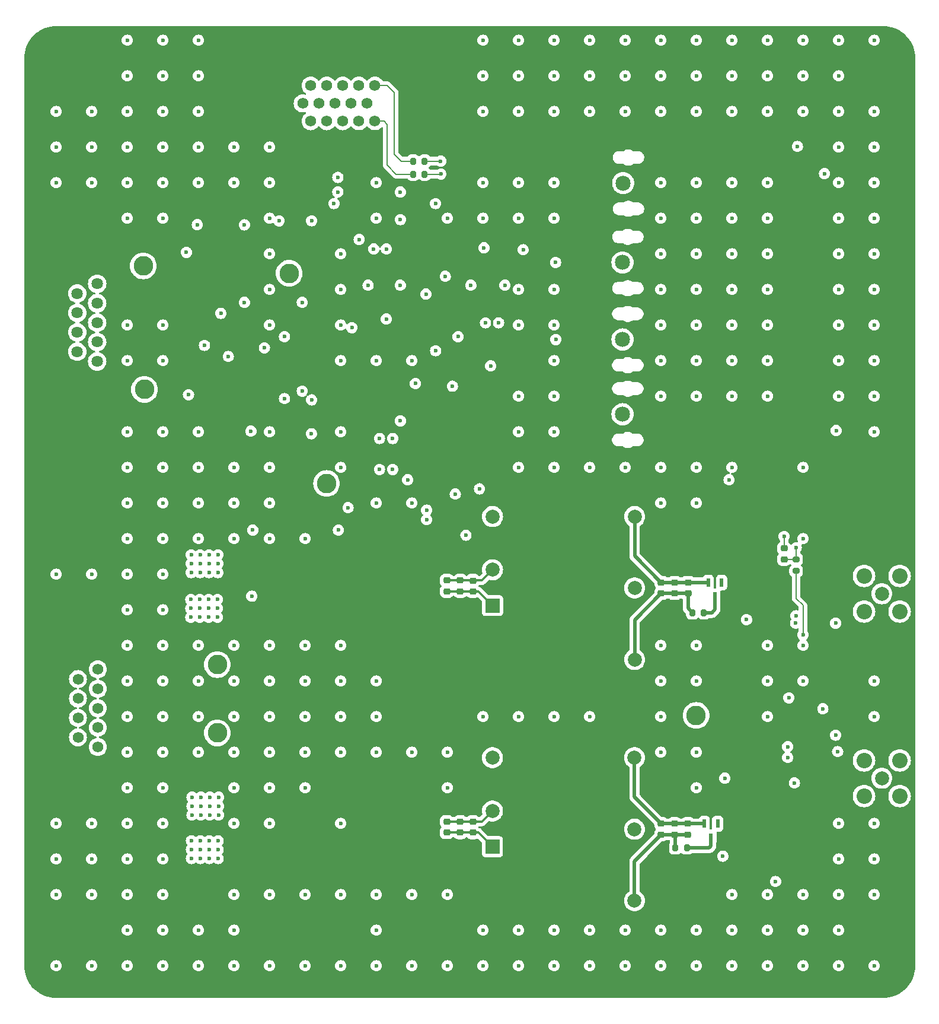
<source format=gbr>
%TF.GenerationSoftware,KiCad,Pcbnew,8.0.6*%
%TF.CreationDate,2025-05-15T16:07:21-04:00*%
%TF.ProjectId,2 - COLD_TPC_P25M5,32202d20-434f-44c4-945f-5450435f5032,rev?*%
%TF.SameCoordinates,Original*%
%TF.FileFunction,Copper,L10,Bot*%
%TF.FilePolarity,Positive*%
%FSLAX46Y46*%
G04 Gerber Fmt 4.6, Leading zero omitted, Abs format (unit mm)*
G04 Created by KiCad (PCBNEW 8.0.6) date 2025-05-15 16:07:21*
%MOMM*%
%LPD*%
G01*
G04 APERTURE LIST*
G04 Aperture macros list*
%AMRoundRect*
0 Rectangle with rounded corners*
0 $1 Rounding radius*
0 $2 $3 $4 $5 $6 $7 $8 $9 X,Y pos of 4 corners*
0 Add a 4 corners polygon primitive as box body*
4,1,4,$2,$3,$4,$5,$6,$7,$8,$9,$2,$3,0*
0 Add four circle primitives for the rounded corners*
1,1,$1+$1,$2,$3*
1,1,$1+$1,$4,$5*
1,1,$1+$1,$6,$7*
1,1,$1+$1,$8,$9*
0 Add four rect primitives between the rounded corners*
20,1,$1+$1,$2,$3,$4,$5,0*
20,1,$1+$1,$4,$5,$6,$7,0*
20,1,$1+$1,$6,$7,$8,$9,0*
20,1,$1+$1,$8,$9,$2,$3,0*%
G04 Aperture macros list end*
%TA.AperFunction,ComponentPad*%
%ADD10C,2.800000*%
%TD*%
%TA.AperFunction,ComponentPad*%
%ADD11C,6.400000*%
%TD*%
%TA.AperFunction,ComponentPad*%
%ADD12R,2.000000X2.000000*%
%TD*%
%TA.AperFunction,ComponentPad*%
%ADD13C,2.000000*%
%TD*%
%TA.AperFunction,ComponentPad*%
%ADD14C,2.159000*%
%TD*%
%TA.AperFunction,ComponentPad*%
%ADD15C,1.560000*%
%TD*%
%TA.AperFunction,ComponentPad*%
%ADD16C,4.216000*%
%TD*%
%TA.AperFunction,ComponentPad*%
%ADD17C,1.575000*%
%TD*%
%TA.AperFunction,ComponentPad*%
%ADD18C,1.635000*%
%TD*%
%TA.AperFunction,ComponentPad*%
%ADD19C,2.006600*%
%TD*%
%TA.AperFunction,ComponentPad*%
%ADD20C,2.209800*%
%TD*%
%TA.AperFunction,SMDPad,CuDef*%
%ADD21RoundRect,0.225000X-0.250000X0.225000X-0.250000X-0.225000X0.250000X-0.225000X0.250000X0.225000X0*%
%TD*%
%TA.AperFunction,SMDPad,CuDef*%
%ADD22RoundRect,0.225000X0.250000X-0.225000X0.250000X0.225000X-0.250000X0.225000X-0.250000X-0.225000X0*%
%TD*%
%TA.AperFunction,SMDPad,CuDef*%
%ADD23RoundRect,0.200000X0.275000X-0.200000X0.275000X0.200000X-0.275000X0.200000X-0.275000X-0.200000X0*%
%TD*%
%TA.AperFunction,SMDPad,CuDef*%
%ADD24RoundRect,0.200000X-0.200000X-0.275000X0.200000X-0.275000X0.200000X0.275000X-0.200000X0.275000X0*%
%TD*%
%TA.AperFunction,SMDPad,CuDef*%
%ADD25RoundRect,0.200000X0.200000X0.275000X-0.200000X0.275000X-0.200000X-0.275000X0.200000X-0.275000X0*%
%TD*%
%TA.AperFunction,SMDPad,CuDef*%
%ADD26RoundRect,0.073750X-0.221250X0.556250X-0.221250X-0.556250X0.221250X-0.556250X0.221250X0.556250X0*%
%TD*%
%TA.AperFunction,ViaPad*%
%ADD27C,0.600000*%
%TD*%
%TA.AperFunction,Conductor*%
%ADD28C,0.300000*%
%TD*%
%TA.AperFunction,Conductor*%
%ADD29C,0.200000*%
%TD*%
%TA.AperFunction,Conductor*%
%ADD30C,0.500000*%
%TD*%
G04 APERTURE END LIST*
D10*
%TO.P,+12V_RTN1,1,1*%
%TO.N,/SEC_PWR_RTN*%
X155090000Y-149640000D03*
%TD*%
D11*
%TO.P,H5,1,1*%
%TO.N,CHASSIS*%
X135000000Y-56000000D03*
%TD*%
%TO.P,H7,1,1*%
%TO.N,CHASSIS*%
X249000000Y-118000000D03*
%TD*%
%TO.P,H6,1,1*%
%TO.N,CHASSIS*%
X249000000Y-178000000D03*
%TD*%
%TO.P,H3,1,1*%
%TO.N,CHASSIS*%
X185000000Y-146000000D03*
%TD*%
D12*
%TO.P,U4,1,+VIN*%
%TO.N,/SiPM/SiPM_LV_Supply/SiPM_LV1/V_POS*%
X194395000Y-131470000D03*
D13*
%TO.P,U4,2,-VIN*%
%TO.N,/SiPM/SiPM_LV_Supply/SiPM_LV1/V_RTN*%
X194395000Y-126370000D03*
%TO.P,U4,3,+VOUT*%
%TO.N,/SiPM/SiPM_LV_Supply/SiPM_LV/V_Out_RTN*%
X214695000Y-139170000D03*
%TO.P,U4,4,TRIM*%
%TO.N,/SiPM/SiPM_LV_Supply/SiPM_LV1/TRIM*%
X214695000Y-128970000D03*
%TO.P,U4,5,-VOUT*%
%TO.N,/SiPM/M5V*%
X214695000Y-118770000D03*
%TO.P,U4,6,REMOTE*%
%TO.N,/SiPM/SiPM_LV_Supply/SiPM_LV/Enable*%
X194395000Y-118770000D03*
%TD*%
D14*
%TO.P,P1,1,1*%
%TO.N,Net-(P1-Pad1)*%
X212960000Y-93500000D03*
%TD*%
D10*
%TO.P,+5V1,1,1*%
%TO.N,/P_SEC_TELEM_PWR*%
X144520000Y-83000000D03*
%TD*%
D14*
%TO.P,P4,1,1*%
%TO.N,Net-(M6-Pad3)*%
X213060000Y-71180000D03*
%TD*%
%TO.P,P3,1,1*%
%TO.N,Net-(P3-Pad1)*%
X212970000Y-82510000D03*
%TD*%
D15*
%TO.P,J1,1*%
%TO.N,/SEC_PWR_RTN*%
X138030000Y-140575000D03*
%TO.P,J1,2*%
X138030000Y-143345000D03*
%TO.P,J1,3*%
%TO.N,unconnected-(J1-Pad3)*%
X138030000Y-146115000D03*
%TO.P,J1,4*%
%TO.N,/SEC_PWR_RTN*%
X138030000Y-148885000D03*
%TO.P,J1,5*%
X138030000Y-151655000D03*
%TO.P,J1,6*%
%TO.N,/SEC_PWR_IN*%
X135190000Y-141960000D03*
%TO.P,J1,7*%
X135190000Y-144730000D03*
%TO.P,J1,8*%
X135190000Y-147500000D03*
%TO.P,J1,9*%
X135190000Y-150270000D03*
D16*
%TO.P,J1,S1*%
%TO.N,CHASSIS*%
X136610000Y-133615000D03*
%TO.P,J1,S2*%
X136610000Y-158615000D03*
%TD*%
D10*
%TO.P,V_{EN}1,1,1*%
%TO.N,/SiPM/SiPM_LV_Supply/SiPM_LV/Enable*%
X170690000Y-114050000D03*
%TD*%
D17*
%TO.P,J3,1*%
%TO.N,/SiPM_LV_Enable-*%
X168434000Y-62350000D03*
%TO.P,J3,2*%
%TO.N,/SiPM_LV_Enable+*%
X170724000Y-62350000D03*
%TO.P,J3,3*%
%TO.N,/P2p5V_TELEM*%
X173014000Y-62350000D03*
%TO.P,J3,4*%
%TO.N,/M5p0V_Telem*%
X175304000Y-62350000D03*
%TO.P,J3,5*%
%TO.N,/P2p5_I_MON*%
X177594000Y-62350000D03*
%TO.P,J3,6*%
%TO.N,/SEC_PWR_TELEM_RTN*%
X167289000Y-59810000D03*
%TO.P,J3,7*%
X169579000Y-59810000D03*
%TO.P,J3,8*%
X171869000Y-59810000D03*
%TO.P,J3,9*%
X174159000Y-59810000D03*
%TO.P,J3,10*%
X176449000Y-59810000D03*
%TO.P,J3,11*%
%TO.N,/TEMP_TELEM*%
X168434000Y-57270000D03*
%TO.P,J3,12*%
%TO.N,/SEC_PWR_TELEM_RTN*%
X170724000Y-57270000D03*
%TO.P,J3,13*%
X173014000Y-57270000D03*
%TO.P,J3,14*%
X175304000Y-57270000D03*
%TO.P,J3,15*%
%TO.N,/M5V_I_MON*%
X177594000Y-57270000D03*
D16*
%TO.P,J3,S1*%
%TO.N,CHASSIS*%
X185255000Y-59810000D03*
%TO.P,J3,S2*%
X160265000Y-59810000D03*
%TD*%
D18*
%TO.P,J2,1*%
%TO.N,/SEC_PWR_TELEM_RTN*%
X137933250Y-96630000D03*
%TO.P,J2,2*%
X137933250Y-93860000D03*
%TO.P,J2,3*%
%TO.N,unconnected-(J2-Pad3)*%
X137933250Y-91090000D03*
%TO.P,J2,4*%
%TO.N,/SEC_PWR_TELEM_RTN*%
X137933250Y-88320000D03*
%TO.P,J2,5*%
X137933250Y-85550000D03*
%TO.P,J2,6*%
%TO.N,/N_SEC_TELEM_PWR*%
X135093250Y-95245000D03*
%TO.P,J2,7*%
X135093250Y-92475000D03*
%TO.P,J2,8*%
%TO.N,/P_SEC_TELEM_PWR*%
X135093250Y-89705000D03*
%TO.P,J2,9*%
X135093250Y-86935000D03*
D16*
%TO.P,J2,S1*%
%TO.N,CHASSIS*%
X136513250Y-78590000D03*
%TO.P,J2,S2*%
X136513250Y-103590000D03*
%TD*%
D11*
%TO.P,H8,1,1*%
%TO.N,CHASSIS*%
X135000000Y-118000000D03*
%TD*%
D14*
%TO.P,P2,1,1*%
%TO.N,Net-(M5-Pad3)*%
X212960000Y-104170000D03*
%TD*%
D11*
%TO.P,H4,1,1*%
%TO.N,CHASSIS*%
X185000000Y-178000000D03*
%TD*%
D19*
%TO.P,J5,1,SIGNAL*%
%TO.N,/SiPM/SiPM_LV_m5p0V*%
X250000000Y-129780000D03*
D20*
%TO.P,J5,2,GND*%
%TO.N,/SiPM/SiPM_LV_Supply/SiPM_LV/V_Out_RTN*%
X252540000Y-127240000D03*
%TO.P,J5,3,GND*%
X247460000Y-127240000D03*
%TO.P,J5,4,GND*%
X247460000Y-132320000D03*
%TO.P,J5,5,GND*%
X252540000Y-132320000D03*
%TD*%
D10*
%TO.P,+12V1,1,1*%
%TO.N,/SEC_PWR_IN*%
X155090000Y-139890000D03*
%TD*%
%TO.P,-5V1,1,1*%
%TO.N,/N_SEC_TELEM_PWR*%
X144690000Y-100630000D03*
%TD*%
D19*
%TO.P,J4,1,SIGNAL*%
%TO.N,/SiPM/SiPM_LV_p2p5V*%
X250000000Y-156110000D03*
D20*
%TO.P,J4,2,GND*%
%TO.N,/SiPM/SiPM_LV_Supply/SiPM_LV/V_Out_RTN*%
X252540000Y-153570000D03*
%TO.P,J4,3,GND*%
X247460000Y-153570000D03*
%TO.P,J4,4,GND*%
X247460000Y-158650000D03*
%TO.P,J4,5,GND*%
X252540000Y-158650000D03*
%TD*%
D11*
%TO.P,H2,1,1*%
%TO.N,CHASSIS*%
X135000000Y-178000000D03*
%TD*%
%TO.P,H1,1,1*%
%TO.N,CHASSIS*%
X249000000Y-56000000D03*
%TD*%
D12*
%TO.P,U3,1,+VIN*%
%TO.N,/SiPM/SiPM_LV_Supply/SiPM_LV/V_POS*%
X194387500Y-165890000D03*
D13*
%TO.P,U3,2,-VIN*%
%TO.N,/SiPM/SiPM_LV_Supply/SiPM_LV/V_RTN*%
X194387500Y-160790000D03*
%TO.P,U3,3,+VOUT*%
%TO.N,/SiPM/SiPM_LV_Supply/SiPM_LV/V_Out*%
X214687500Y-173590000D03*
%TO.P,U3,4,TRIM*%
%TO.N,/SiPM/SiPM_LV_Supply/SiPM_LV/TRIM*%
X214687500Y-163390000D03*
%TO.P,U3,5,-VOUT*%
%TO.N,/SiPM/SiPM_LV_Supply/SiPM_LV/V_Out_RTN*%
X214687500Y-153190000D03*
%TO.P,U3,6,REMOTE*%
%TO.N,/SiPM/SiPM_LV_Supply/SiPM_LV/Enable*%
X194387500Y-153190000D03*
%TD*%
D10*
%TO.P,Telem_RTN1,1,1*%
%TO.N,/SEC_PWR_TELEM_RTN*%
X165350000Y-84050000D03*
%TD*%
%TO.P,V_{OUT_RTN}1,1,1*%
%TO.N,/SiPM/SiPM_LV_Supply/SiPM_LV/V_Out_RTN*%
X223490000Y-147150000D03*
%TD*%
D21*
%TO.P,C11,1*%
%TO.N,/SiPM/SiPM_LV_Supply/SiPM_LV/V_Out_RTN*%
X218487500Y-162605000D03*
%TO.P,C11,2*%
%TO.N,/SiPM/SiPM_LV_Supply/SiPM_LV/V_Out*%
X218487500Y-164155000D03*
%TD*%
%TO.P,C31,1*%
%TO.N,/SEC_PWR_TELEM_RTN*%
X236050000Y-123325000D03*
%TO.P,C31,2*%
%TO.N,Net-(C31-Pad2)*%
X236050000Y-124875000D03*
%TD*%
D22*
%TO.P,C17,1*%
%TO.N,/SiPM/SiPM_LV_Supply/SiPM_LV1/V_POS*%
X187885000Y-129445000D03*
%TO.P,C17,2*%
%TO.N,/SiPM/SiPM_LV_Supply/SiPM_LV1/V_RTN*%
X187885000Y-127895000D03*
%TD*%
%TO.P,C19,1*%
%TO.N,/SiPM/SiPM_LV_Supply/SiPM_LV1/V_POS*%
X191585000Y-129455000D03*
%TO.P,C19,2*%
%TO.N,/SiPM/SiPM_LV_Supply/SiPM_LV1/V_RTN*%
X191585000Y-127905000D03*
%TD*%
%TO.P,C18,1*%
%TO.N,/SiPM/SiPM_LV_Supply/SiPM_LV1/V_POS*%
X189775000Y-129450000D03*
%TO.P,C18,2*%
%TO.N,/SiPM/SiPM_LV_Supply/SiPM_LV1/V_RTN*%
X189775000Y-127900000D03*
%TD*%
%TO.P,C23,1*%
%TO.N,/SiPM/SiPM_LV_Supply/SiPM_LV/V_Out_RTN*%
X222315000Y-129735000D03*
%TO.P,C23,2*%
%TO.N,/SiPM/M5V*%
X222315000Y-128185000D03*
%TD*%
%TO.P,C9,1*%
%TO.N,/SiPM/SiPM_LV_Supply/SiPM_LV/V_POS*%
X189767500Y-163870000D03*
%TO.P,C9,2*%
%TO.N,/SiPM/SiPM_LV_Supply/SiPM_LV/V_RTN*%
X189767500Y-162320000D03*
%TD*%
D23*
%TO.P,R43,1*%
%TO.N,Net-(U9-OUT)*%
X237760000Y-126525000D03*
%TO.P,R43,2*%
%TO.N,Net-(C31-Pad2)*%
X237760000Y-124875000D03*
%TD*%
D22*
%TO.P,C8,1*%
%TO.N,/SiPM/SiPM_LV_Supply/SiPM_LV/V_POS*%
X187877500Y-163865000D03*
%TO.P,C8,2*%
%TO.N,/SiPM/SiPM_LV_Supply/SiPM_LV/V_RTN*%
X187877500Y-162315000D03*
%TD*%
D24*
%TO.P,R1,1*%
%TO.N,/SiPM/SiPM_LV_Supply/SiPM_LV/V_Out*%
X220502500Y-166040000D03*
%TO.P,R1,2*%
%TO.N,Net-(D1-K)*%
X222152500Y-166040000D03*
%TD*%
D25*
%TO.P,R44,1*%
%TO.N,Net-(C31-Pad2)*%
X184705000Y-68050000D03*
%TO.P,R44,2*%
%TO.N,/M5V_I_MON*%
X183055000Y-68050000D03*
%TD*%
D21*
%TO.P,C20,1*%
%TO.N,/SiPM/M5V*%
X218495000Y-128185000D03*
%TO.P,C20,2*%
%TO.N,/SiPM/SiPM_LV_Supply/SiPM_LV/V_Out_RTN*%
X218495000Y-129735000D03*
%TD*%
D24*
%TO.P,R2,1*%
%TO.N,/SiPM/SiPM_LV_Supply/SiPM_LV/V_Out_RTN*%
X222930000Y-132490000D03*
%TO.P,R2,2*%
%TO.N,Net-(D2-K)*%
X224580000Y-132490000D03*
%TD*%
D26*
%TO.P,D2,1,A*%
%TO.N,/SiPM/M5V*%
X225215000Y-128197500D03*
%TO.P,D2,2*%
%TO.N,N/C*%
X227115000Y-128197500D03*
%TO.P,D2,3,K*%
%TO.N,Net-(D2-K)*%
X226165000Y-130157500D03*
%TD*%
D22*
%TO.P,C13,1*%
%TO.N,/SiPM/SiPM_LV_Supply/SiPM_LV/V_Out*%
X220397500Y-164155000D03*
%TO.P,C13,2*%
%TO.N,/SiPM/SiPM_LV_Supply/SiPM_LV/V_Out_RTN*%
X220397500Y-162605000D03*
%TD*%
%TO.P,C22,1*%
%TO.N,/SiPM/SiPM_LV_Supply/SiPM_LV/V_Out_RTN*%
X220405000Y-129735000D03*
%TO.P,C22,2*%
%TO.N,/SiPM/M5V*%
X220405000Y-128185000D03*
%TD*%
%TO.P,C14,1*%
%TO.N,/SiPM/SiPM_LV_Supply/SiPM_LV/V_Out*%
X222307500Y-164155000D03*
%TO.P,C14,2*%
%TO.N,/SiPM/SiPM_LV_Supply/SiPM_LV/V_Out_RTN*%
X222307500Y-162605000D03*
%TD*%
D25*
%TO.P,R42,1*%
%TO.N,Net-(C2-Pad2)*%
X184705000Y-69910000D03*
%TO.P,R42,2*%
%TO.N,/P2p5_I_MON*%
X183055000Y-69910000D03*
%TD*%
D22*
%TO.P,C10,1*%
%TO.N,/SiPM/SiPM_LV_Supply/SiPM_LV/V_POS*%
X191577500Y-163875000D03*
%TO.P,C10,2*%
%TO.N,/SiPM/SiPM_LV_Supply/SiPM_LV/V_RTN*%
X191577500Y-162325000D03*
%TD*%
D26*
%TO.P,D1,1,A*%
%TO.N,/SiPM/SiPM_LV_Supply/SiPM_LV/V_Out_RTN*%
X224647500Y-162607500D03*
%TO.P,D1,2*%
%TO.N,N/C*%
X226547500Y-162607500D03*
%TO.P,D1,3,K*%
%TO.N,Net-(D1-K)*%
X225597500Y-164567500D03*
%TD*%
D27*
%TO.N,/SiPM/pV3p3*%
X237680000Y-133980000D03*
X181240000Y-105120000D03*
X181240000Y-76390000D03*
X243400000Y-133990000D03*
X243480000Y-106490000D03*
X181240000Y-72460000D03*
X172310000Y-72450000D03*
X181234150Y-85760000D03*
X243400000Y-149970000D03*
X236550000Y-151610000D03*
X158970000Y-77145000D03*
%TO.N,/SEC_PWR_RTN*%
X154017500Y-158820000D03*
X177800000Y-152400000D03*
X147320000Y-152400000D03*
X213360000Y-111760000D03*
X218440000Y-177800000D03*
X243840000Y-177800000D03*
X147320000Y-167640000D03*
X238760000Y-121920000D03*
X223520000Y-142240000D03*
X152400000Y-137160000D03*
X233680000Y-177800000D03*
X147320000Y-162560000D03*
X147320000Y-132080000D03*
X152635000Y-126775000D03*
X152747500Y-160090000D03*
X218440000Y-116840000D03*
X151365000Y-125505000D03*
X198120000Y-111760000D03*
X208280000Y-182880000D03*
X238760000Y-177800000D03*
X248920000Y-182880000D03*
X193040000Y-177800000D03*
X198120000Y-177800000D03*
X157480000Y-162560000D03*
X172720000Y-172720000D03*
X177800000Y-177800000D03*
X178250000Y-112050000D03*
X142240000Y-157480000D03*
X157480000Y-177800000D03*
X198120000Y-147320000D03*
X182880000Y-152400000D03*
X153905000Y-125505000D03*
X172720000Y-182880000D03*
X152400000Y-147320000D03*
X152400000Y-142240000D03*
X233680000Y-172720000D03*
X238760000Y-182880000D03*
X167640000Y-172720000D03*
X152400000Y-177800000D03*
X152400000Y-152400000D03*
X167640000Y-147320000D03*
X152747500Y-158820000D03*
X155175000Y-124235000D03*
X147320000Y-121920000D03*
X167640000Y-142240000D03*
X167640000Y-137160000D03*
X187960000Y-182880000D03*
X155287500Y-161360000D03*
X132080000Y-182880000D03*
X223520000Y-111760000D03*
X157480000Y-147320000D03*
X172720000Y-152400000D03*
X151365000Y-126775000D03*
X157480000Y-152400000D03*
X198120000Y-182880000D03*
X167640000Y-157480000D03*
X208280000Y-111760000D03*
X187960000Y-157480000D03*
X228600000Y-182880000D03*
X142240000Y-152400000D03*
X208280000Y-177800000D03*
X132080000Y-172720000D03*
X137160000Y-172720000D03*
X248920000Y-162560000D03*
X233680000Y-147320000D03*
X162560000Y-147320000D03*
X132080000Y-127000000D03*
X151477500Y-161360000D03*
X187960000Y-172720000D03*
X233680000Y-137160000D03*
X147320000Y-157480000D03*
X182880000Y-172720000D03*
X218440000Y-137160000D03*
X151477500Y-160090000D03*
X218440000Y-147320000D03*
X142240000Y-182880000D03*
X243840000Y-172720000D03*
X157480000Y-157480000D03*
X193040000Y-147320000D03*
X157480000Y-121920000D03*
X228600000Y-177800000D03*
X147320000Y-177800000D03*
X177800000Y-182880000D03*
X233680000Y-142240000D03*
X142240000Y-167640000D03*
X137160000Y-162560000D03*
X154017500Y-160090000D03*
X180140000Y-112050000D03*
X137160000Y-127000000D03*
X177800000Y-116840000D03*
X177800000Y-147320000D03*
X162560000Y-121920000D03*
X152747500Y-161360000D03*
X223520000Y-182880000D03*
X142240000Y-137160000D03*
X213360000Y-177800000D03*
X218440000Y-152400000D03*
X152400000Y-121920000D03*
X132080000Y-162560000D03*
X162560000Y-182880000D03*
X203200000Y-111760000D03*
X147320000Y-172720000D03*
X142240000Y-147320000D03*
X203200000Y-147320000D03*
X162560000Y-142240000D03*
X203200000Y-182880000D03*
X172720000Y-142240000D03*
X162560000Y-172720000D03*
X157480000Y-182880000D03*
X137160000Y-167640000D03*
X213360000Y-182880000D03*
X152400000Y-182880000D03*
X154017500Y-161360000D03*
X155175000Y-126775000D03*
X147320000Y-182880000D03*
X162560000Y-162560000D03*
X157480000Y-137160000D03*
X147320000Y-137160000D03*
X167640000Y-152400000D03*
X132080000Y-167640000D03*
X228600000Y-111760000D03*
X142240000Y-142240000D03*
X172720000Y-111760000D03*
X153905000Y-126775000D03*
X248920000Y-172720000D03*
X172720000Y-147320000D03*
X223520000Y-177800000D03*
X243840000Y-182880000D03*
X137160000Y-182880000D03*
X218440000Y-111760000D03*
X167640000Y-182880000D03*
X155287500Y-160090000D03*
X218440000Y-182880000D03*
X203200000Y-177800000D03*
X142240000Y-162560000D03*
X153905000Y-124235000D03*
X162560000Y-137160000D03*
X177800000Y-142240000D03*
X223520000Y-152400000D03*
X248920000Y-142240000D03*
X172720000Y-137160000D03*
X223520000Y-116840000D03*
X208280000Y-147320000D03*
X152635000Y-124235000D03*
X238760000Y-172720000D03*
X147320000Y-142240000D03*
X184980000Y-117850000D03*
X142240000Y-177800000D03*
X223520000Y-157480000D03*
X151477500Y-158820000D03*
X152635000Y-125505000D03*
X248920000Y-147320000D03*
X142240000Y-172720000D03*
X218440000Y-142240000D03*
X182880000Y-182880000D03*
X233680000Y-182880000D03*
X167640000Y-121920000D03*
X238760000Y-142240000D03*
X228600000Y-172720000D03*
X243840000Y-162560000D03*
X193040000Y-182880000D03*
X162560000Y-157480000D03*
X243840000Y-167640000D03*
X223520000Y-137160000D03*
X151365000Y-124235000D03*
X182880000Y-116840000D03*
X162560000Y-152400000D03*
X157480000Y-172720000D03*
X142240000Y-132080000D03*
X172720000Y-162560000D03*
X187960000Y-152400000D03*
X147320000Y-127000000D03*
X238760000Y-137160000D03*
X142240000Y-127000000D03*
X142240000Y-121920000D03*
X157480000Y-142240000D03*
X147320000Y-147320000D03*
X177800000Y-172720000D03*
X155175000Y-125505000D03*
X155287500Y-158820000D03*
X248920000Y-167640000D03*
%TO.N,CHASSIS*%
X214040000Y-148430000D03*
X214078000Y-144272000D03*
%TO.N,/SEC_PWR_TELEM_RTN*%
X198120000Y-50800000D03*
X132080000Y-60960000D03*
X152400000Y-55880000D03*
X203200000Y-96520000D03*
X147320000Y-76200000D03*
X203200000Y-86360000D03*
X228600000Y-101600000D03*
X223520000Y-60960000D03*
X243840000Y-91440000D03*
X223520000Y-50800000D03*
X248920000Y-66040000D03*
X198774150Y-80690000D03*
X208280000Y-50800000D03*
X228600000Y-60960000D03*
X238760000Y-60960000D03*
X243840000Y-50800000D03*
X243840000Y-60960000D03*
X213360000Y-55880000D03*
X157480000Y-66040000D03*
X248920000Y-101600000D03*
X157480000Y-71120000D03*
X157480000Y-116840000D03*
X152400000Y-116840000D03*
X203200000Y-106680000D03*
X218440000Y-101600000D03*
X238760000Y-111760000D03*
X233680000Y-91440000D03*
X147320000Y-50800000D03*
X248920000Y-91440000D03*
X218440000Y-86360000D03*
X177434150Y-80580000D03*
X228600000Y-86360000D03*
X223520000Y-101600000D03*
X198120000Y-106680000D03*
X172720000Y-81280000D03*
X142240000Y-71120000D03*
X142240000Y-76200000D03*
X162560000Y-86360000D03*
X162560000Y-76200000D03*
X153260000Y-94345000D03*
X218440000Y-60960000D03*
X198120000Y-101600000D03*
X193040000Y-60960000D03*
X162560000Y-111760000D03*
X233680000Y-50800000D03*
X147320000Y-60960000D03*
X243840000Y-86360000D03*
X147320000Y-106680000D03*
X172720000Y-96520000D03*
X218440000Y-91440000D03*
X233680000Y-60960000D03*
X233680000Y-101600000D03*
X147320000Y-66040000D03*
X152400000Y-111760000D03*
X218440000Y-81280000D03*
X228600000Y-55880000D03*
X203200000Y-101600000D03*
X236550000Y-153160000D03*
X213360000Y-50800000D03*
X223520000Y-76200000D03*
X228600000Y-71120000D03*
X223520000Y-86360000D03*
X218440000Y-50800000D03*
X162560000Y-81280000D03*
X147320000Y-116840000D03*
X248920000Y-81280000D03*
X243840000Y-55880000D03*
X203200000Y-91440000D03*
X152240000Y-77120000D03*
X223520000Y-81280000D03*
X243840000Y-101600000D03*
X194129150Y-97274800D03*
X198120000Y-76200000D03*
X137160000Y-71120000D03*
X152400000Y-66040000D03*
X233680000Y-86360000D03*
X178250000Y-107630000D03*
X233680000Y-55880000D03*
X208280000Y-60960000D03*
X236050000Y-121620000D03*
X132080000Y-71120000D03*
X142240000Y-106680000D03*
X243690000Y-152310000D03*
X203200000Y-60960000D03*
X137160000Y-60960000D03*
X172310000Y-70370000D03*
X176630000Y-85760000D03*
X142240000Y-50800000D03*
X168540000Y-106950000D03*
X159900000Y-106580000D03*
X243840000Y-96520000D03*
X150980000Y-101385000D03*
X157480000Y-111760000D03*
X193040000Y-55880000D03*
X150680000Y-81065000D03*
X203200000Y-55880000D03*
X213360000Y-60960000D03*
X132080000Y-66040000D03*
X162560000Y-106680000D03*
X193040000Y-50800000D03*
X233680000Y-60960000D03*
X193040000Y-71120000D03*
X198120000Y-71120000D03*
X243840000Y-71120000D03*
X155600000Y-89765000D03*
X223520000Y-91440000D03*
X177800000Y-96520000D03*
X228600000Y-91440000D03*
X142240000Y-91440000D03*
X162560000Y-66040000D03*
X248920000Y-76200000D03*
X142240000Y-96520000D03*
X233680000Y-71120000D03*
X237740000Y-132930000D03*
X142240000Y-66040000D03*
X238760000Y-55880000D03*
X172720000Y-91440000D03*
X142240000Y-60960000D03*
X223520000Y-96520000D03*
X248920000Y-106680000D03*
X182880000Y-96520000D03*
X193184150Y-80420000D03*
X152400000Y-106680000D03*
X152400000Y-50800000D03*
X198120000Y-60960000D03*
X228600000Y-96520000D03*
X248920000Y-86360000D03*
X152400000Y-71120000D03*
X243840000Y-66040000D03*
X142240000Y-111760000D03*
X233680000Y-76200000D03*
X172720000Y-106680000D03*
X180140000Y-107630000D03*
X248920000Y-50800000D03*
X198120000Y-55880000D03*
X177800000Y-71120000D03*
X233680000Y-96520000D03*
X230680000Y-133480000D03*
X162560000Y-91440000D03*
X147320000Y-91440000D03*
X203200000Y-71120000D03*
X161820000Y-94695000D03*
X198120000Y-86360000D03*
X142240000Y-55880000D03*
X203200000Y-76200000D03*
X183380000Y-99790000D03*
X137160000Y-66040000D03*
X147320000Y-55880000D03*
X233680000Y-81280000D03*
X238760000Y-50800000D03*
X218440000Y-71120000D03*
X243840000Y-81280000D03*
X218440000Y-55880000D03*
X228600000Y-50800000D03*
X198120000Y-91440000D03*
X248920000Y-96520000D03*
X208280000Y-55880000D03*
X218440000Y-96520000D03*
X195264150Y-91120000D03*
X248920000Y-60960000D03*
X177800000Y-76200000D03*
X162560000Y-116840000D03*
X223520000Y-55880000D03*
X196164150Y-85750000D03*
X147320000Y-111760000D03*
X152400000Y-60960000D03*
X193040000Y-76200000D03*
X187960000Y-76200000D03*
X142240000Y-116840000D03*
X147320000Y-71120000D03*
X162560000Y-71120000D03*
X228600000Y-76200000D03*
X172720000Y-86360000D03*
X147320000Y-96520000D03*
X203200000Y-50800000D03*
X223520000Y-71120000D03*
X228600000Y-81280000D03*
X243840000Y-76200000D03*
X236720000Y-144650000D03*
X218440000Y-76200000D03*
X248920000Y-71120000D03*
%TO.N,/SEC_PWR_IN*%
X152667500Y-166300000D03*
X155115000Y-133150000D03*
X155207500Y-167570000D03*
X153845000Y-130610000D03*
X151305000Y-130610000D03*
X155207500Y-165030000D03*
X153937500Y-165030000D03*
X152667500Y-167570000D03*
X151305000Y-131880000D03*
X153937500Y-167570000D03*
X153845000Y-131880000D03*
X152575000Y-131880000D03*
X151397500Y-167570000D03*
X151397500Y-166300000D03*
X152575000Y-130610000D03*
X152667500Y-165030000D03*
X151305000Y-133150000D03*
X155207500Y-166300000D03*
X153845000Y-133150000D03*
X155115000Y-131880000D03*
X152575000Y-133150000D03*
X151397500Y-165030000D03*
X153937500Y-166300000D03*
X160020000Y-130140000D03*
X160160000Y-120700000D03*
X155115000Y-130610000D03*
%TO.N,Net-(M2-Pad1)*%
X189080000Y-115560000D03*
X173770000Y-117510000D03*
%TO.N,/P2p5V_TELEM*%
X174310000Y-91820000D03*
%TO.N,/M5p0V_Telem*%
X175350000Y-79240000D03*
%TO.N,/TEMP_TELEM*%
X163910000Y-76580000D03*
X168570000Y-102120000D03*
X168570000Y-76570000D03*
%TO.N,Net-(C2-Pad2)*%
X241820000Y-69830000D03*
X187017482Y-69884549D03*
X241580000Y-146200000D03*
%TO.N,/SiPM/P2p5V*%
X187654150Y-84480000D03*
X228180000Y-113530000D03*
X184894150Y-87030000D03*
X182270000Y-113530000D03*
X237515000Y-156785000D03*
%TO.N,/SiPM/M5V*%
X192540000Y-114820000D03*
X179230000Y-90580000D03*
X193394150Y-91130000D03*
X179234150Y-80580000D03*
%TO.N,Net-(U9-OUT)*%
X238740000Y-135680000D03*
%TO.N,Net-(C31-Pad2)*%
X237950000Y-65950000D03*
X237770000Y-123210000D03*
X187000000Y-68050000D03*
%TO.N,/SiPM/SiPM_LV_Supply/SiPM_LV/Enable*%
X184990000Y-119200000D03*
X190600000Y-121430000D03*
X172390000Y-120700000D03*
%TO.N,/P_SEC_TELEM_PWR*%
X203440000Y-93510000D03*
X188670000Y-100170000D03*
X203400000Y-82510200D03*
X167220000Y-88200000D03*
X158971400Y-88205000D03*
X167220000Y-100870000D03*
%TO.N,/SiPM/SiPM_LV_Supply/SiPM_LV_Enable*%
X186280000Y-95110000D03*
X171750000Y-74110000D03*
X186260000Y-74110000D03*
%TO.N,/SiPM/nV3p3*%
X164690000Y-93100000D03*
X164690000Y-101940000D03*
X189480000Y-93100000D03*
X191304150Y-85750000D03*
%TO.N,/N_SEC_TELEM_PWR*%
X156660000Y-95925000D03*
%TO.N,/SiPM/SiPM_LV_Supply/SiPM_LV/V_Out_RTN*%
X227570000Y-156111400D03*
X234827500Y-170857500D03*
X227300000Y-167231400D03*
%TD*%
D28*
%TO.N,/SiPM/SiPM_LV_Supply/SiPM_LV/V_POS*%
X187877500Y-163865000D02*
X192362500Y-163865000D01*
X192362500Y-163865000D02*
X194387500Y-165890000D01*
%TO.N,/SiPM/SiPM_LV_Supply/SiPM_LV/V_RTN*%
X192862500Y-162315000D02*
X194387500Y-160790000D01*
X187877500Y-162315000D02*
X192862500Y-162315000D01*
%TO.N,/SiPM/SiPM_LV_Supply/SiPM_LV1/V_RTN*%
X192870000Y-127895000D02*
X194395000Y-126370000D01*
X187885000Y-127895000D02*
X192870000Y-127895000D01*
%TO.N,/SiPM/SiPM_LV_Supply/SiPM_LV1/V_POS*%
X192370000Y-129445000D02*
X194395000Y-131470000D01*
X187885000Y-129445000D02*
X192370000Y-129445000D01*
D29*
%TO.N,/SEC_PWR_TELEM_RTN*%
X236050000Y-123325000D02*
X236050000Y-121620000D01*
D30*
%TO.N,Net-(D1-K)*%
X225597500Y-165800000D02*
X225357500Y-166040000D01*
X225357500Y-166040000D02*
X222152500Y-166040000D01*
X225597500Y-164567500D02*
X225597500Y-165800000D01*
%TO.N,Net-(D2-K)*%
X225705000Y-132490000D02*
X224580000Y-132490000D01*
X226165000Y-130157500D02*
X226165000Y-132030000D01*
X226165000Y-132030000D02*
X225705000Y-132490000D01*
D29*
%TO.N,Net-(C2-Pad2)*%
X187010000Y-69910000D02*
X187020000Y-69900000D01*
X184705000Y-69910000D02*
X187010000Y-69910000D01*
%TO.N,/SiPM/P2p5V*%
X187569150Y-84565000D02*
X187654150Y-84480000D01*
D30*
%TO.N,/SiPM/M5V*%
X222315000Y-128185000D02*
X225202500Y-128185000D01*
X218495000Y-128185000D02*
X222315000Y-128185000D01*
X214695000Y-124385000D02*
X218495000Y-128185000D01*
X225202500Y-128185000D02*
X225215000Y-128197500D01*
X214695000Y-118770000D02*
X214695000Y-124385000D01*
D29*
%TO.N,Net-(U9-OUT)*%
X237760000Y-126525000D02*
X237760000Y-130460000D01*
X238740000Y-135680000D02*
X238730000Y-135680000D01*
X238740000Y-135670000D02*
X238740000Y-135680000D01*
X238740000Y-135670000D02*
X238740000Y-135670000D01*
X238730000Y-135680000D02*
X238730000Y-135680000D01*
X238740000Y-131440000D02*
X238740000Y-135670000D01*
X237760000Y-130460000D02*
X238740000Y-131440000D01*
%TO.N,/M5V_I_MON*%
X179380000Y-57270000D02*
X177594000Y-57270000D01*
X181360000Y-68050000D02*
X180380000Y-67070000D01*
X180380000Y-58270000D02*
X179380000Y-57270000D01*
X183055000Y-68050000D02*
X181360000Y-68050000D01*
X180380000Y-67070000D02*
X180380000Y-58270000D01*
%TO.N,/P2p5_I_MON*%
X179350000Y-68630000D02*
X179350000Y-62820000D01*
X179350000Y-62820000D02*
X178880000Y-62350000D01*
X178880000Y-62350000D02*
X177594000Y-62350000D01*
X183055000Y-69910000D02*
X180630000Y-69910000D01*
X180630000Y-69910000D02*
X179350000Y-68630000D01*
%TO.N,Net-(C31-Pad2)*%
X184705000Y-68050000D02*
X187000000Y-68050000D01*
X236050000Y-124875000D02*
X237760000Y-124875000D01*
X237760000Y-123220000D02*
X237770000Y-123210000D01*
X237760000Y-124875000D02*
X237760000Y-123220000D01*
D30*
%TO.N,/SiPM/SiPM_LV_Supply/SiPM_LV/V_Out*%
X214687500Y-173590000D02*
X214687500Y-167955000D01*
X220502500Y-166040000D02*
X220502500Y-164260000D01*
D29*
X220502500Y-164260000D02*
X220397500Y-164155000D01*
D30*
X218487500Y-164155000D02*
X222307500Y-164155000D01*
X214687500Y-167955000D02*
X218487500Y-164155000D01*
%TO.N,/SiPM/SiPM_LV_Supply/SiPM_LV/V_Out_RTN*%
X214687500Y-158805000D02*
X218487500Y-162605000D01*
X214687500Y-153190000D02*
X214687500Y-158805000D01*
X214695000Y-133535000D02*
X214695000Y-139170000D01*
X222307500Y-162605000D02*
X224645000Y-162605000D01*
X222315000Y-129735000D02*
X222315000Y-131875000D01*
X214695000Y-133535000D02*
X218495000Y-129735000D01*
X218495000Y-129735000D02*
X222315000Y-129735000D01*
X218487500Y-162605000D02*
X222307500Y-162605000D01*
X222315000Y-131875000D02*
X222930000Y-132490000D01*
X224645000Y-162605000D02*
X224647500Y-162607500D01*
%TD*%
%TA.AperFunction,Conductor*%
%TO.N,CHASSIS*%
G36*
X250192702Y-48760618D02*
G01*
X250205819Y-48761190D01*
X250583742Y-48777690D01*
X250594477Y-48778630D01*
X250979859Y-48829366D01*
X250990493Y-48831241D01*
X251369990Y-48915374D01*
X251380416Y-48918168D01*
X251751135Y-49035055D01*
X251761270Y-49038744D01*
X252120383Y-49187493D01*
X252130178Y-49192061D01*
X252474942Y-49371534D01*
X252484309Y-49376941D01*
X252754434Y-49549030D01*
X252812130Y-49585786D01*
X252820991Y-49591991D01*
X253129353Y-49828605D01*
X253137640Y-49835559D01*
X253424204Y-50098146D01*
X253431853Y-50105795D01*
X253694440Y-50392359D01*
X253701394Y-50400646D01*
X253938008Y-50709008D01*
X253944213Y-50717869D01*
X254153057Y-51045689D01*
X254158465Y-51055057D01*
X254337935Y-51399814D01*
X254342507Y-51409618D01*
X254491249Y-51768714D01*
X254494949Y-51778879D01*
X254611828Y-52149572D01*
X254614628Y-52160021D01*
X254698756Y-52539498D01*
X254700634Y-52550151D01*
X254751367Y-52935499D01*
X254752310Y-52946276D01*
X254769382Y-53337297D01*
X254769500Y-53342706D01*
X254769500Y-182877293D01*
X254769382Y-182882702D01*
X254752310Y-183273723D01*
X254751367Y-183284500D01*
X254700634Y-183669848D01*
X254698756Y-183680501D01*
X254614628Y-184059978D01*
X254611828Y-184070427D01*
X254494949Y-184441120D01*
X254491249Y-184451285D01*
X254342507Y-184810381D01*
X254337935Y-184820185D01*
X254158465Y-185164942D01*
X254153057Y-185174310D01*
X253944213Y-185502130D01*
X253938008Y-185510991D01*
X253701394Y-185819353D01*
X253694440Y-185827640D01*
X253431853Y-186114204D01*
X253424204Y-186121853D01*
X253137640Y-186384440D01*
X253129353Y-186391394D01*
X252820991Y-186628008D01*
X252812130Y-186634213D01*
X252484310Y-186843057D01*
X252474942Y-186848465D01*
X252130185Y-187027935D01*
X252120381Y-187032507D01*
X251761285Y-187181249D01*
X251751120Y-187184949D01*
X251380427Y-187301828D01*
X251369978Y-187304628D01*
X250990501Y-187388756D01*
X250979848Y-187390634D01*
X250594500Y-187441367D01*
X250583723Y-187442310D01*
X250192703Y-187459382D01*
X250187294Y-187459500D01*
X132082706Y-187459500D01*
X132077297Y-187459382D01*
X131686276Y-187442310D01*
X131675501Y-187441367D01*
X131586792Y-187429688D01*
X131290151Y-187390634D01*
X131279498Y-187388756D01*
X130900021Y-187304628D01*
X130889572Y-187301828D01*
X130518879Y-187184949D01*
X130508714Y-187181249D01*
X130149618Y-187032507D01*
X130139814Y-187027935D01*
X129795057Y-186848465D01*
X129785689Y-186843057D01*
X129457869Y-186634213D01*
X129449008Y-186628008D01*
X129140646Y-186391394D01*
X129132359Y-186384440D01*
X128845795Y-186121853D01*
X128838146Y-186114204D01*
X128575559Y-185827640D01*
X128568605Y-185819353D01*
X128331991Y-185510991D01*
X128325786Y-185502130D01*
X128116942Y-185174310D01*
X128111534Y-185164942D01*
X127932064Y-184820185D01*
X127927492Y-184810381D01*
X127778744Y-184451270D01*
X127775055Y-184441135D01*
X127658168Y-184070416D01*
X127655374Y-184059990D01*
X127571241Y-183680493D01*
X127569365Y-183669848D01*
X127518630Y-183284477D01*
X127517690Y-183273742D01*
X127500618Y-182882701D01*
X127500559Y-182879996D01*
X131274435Y-182879996D01*
X131274435Y-182880003D01*
X131294630Y-183059249D01*
X131294631Y-183059254D01*
X131354211Y-183229523D01*
X131388756Y-183284500D01*
X131450184Y-183382262D01*
X131577738Y-183509816D01*
X131730478Y-183605789D01*
X131900745Y-183665368D01*
X131900750Y-183665369D01*
X132079996Y-183685565D01*
X132080000Y-183685565D01*
X132080004Y-183685565D01*
X132259249Y-183665369D01*
X132259252Y-183665368D01*
X132259255Y-183665368D01*
X132429522Y-183605789D01*
X132582262Y-183509816D01*
X132709816Y-183382262D01*
X132805789Y-183229522D01*
X132865368Y-183059255D01*
X132885565Y-182880000D01*
X132885565Y-182879996D01*
X136354435Y-182879996D01*
X136354435Y-182880003D01*
X136374630Y-183059249D01*
X136374631Y-183059254D01*
X136434211Y-183229523D01*
X136468756Y-183284500D01*
X136530184Y-183382262D01*
X136657738Y-183509816D01*
X136810478Y-183605789D01*
X136980745Y-183665368D01*
X136980750Y-183665369D01*
X137159996Y-183685565D01*
X137160000Y-183685565D01*
X137160004Y-183685565D01*
X137339249Y-183665369D01*
X137339252Y-183665368D01*
X137339255Y-183665368D01*
X137509522Y-183605789D01*
X137662262Y-183509816D01*
X137789816Y-183382262D01*
X137885789Y-183229522D01*
X137945368Y-183059255D01*
X137965565Y-182880000D01*
X137965565Y-182879996D01*
X141434435Y-182879996D01*
X141434435Y-182880003D01*
X141454630Y-183059249D01*
X141454631Y-183059254D01*
X141514211Y-183229523D01*
X141548756Y-183284500D01*
X141610184Y-183382262D01*
X141737738Y-183509816D01*
X141890478Y-183605789D01*
X142060745Y-183665368D01*
X142060750Y-183665369D01*
X142239996Y-183685565D01*
X142240000Y-183685565D01*
X142240004Y-183685565D01*
X142419249Y-183665369D01*
X142419252Y-183665368D01*
X142419255Y-183665368D01*
X142589522Y-183605789D01*
X142742262Y-183509816D01*
X142869816Y-183382262D01*
X142965789Y-183229522D01*
X143025368Y-183059255D01*
X143045565Y-182880000D01*
X143045565Y-182879996D01*
X146514435Y-182879996D01*
X146514435Y-182880003D01*
X146534630Y-183059249D01*
X146534631Y-183059254D01*
X146594211Y-183229523D01*
X146628756Y-183284500D01*
X146690184Y-183382262D01*
X146817738Y-183509816D01*
X146970478Y-183605789D01*
X147140745Y-183665368D01*
X147140750Y-183665369D01*
X147319996Y-183685565D01*
X147320000Y-183685565D01*
X147320004Y-183685565D01*
X147499249Y-183665369D01*
X147499252Y-183665368D01*
X147499255Y-183665368D01*
X147669522Y-183605789D01*
X147822262Y-183509816D01*
X147949816Y-183382262D01*
X148045789Y-183229522D01*
X148105368Y-183059255D01*
X148125565Y-182880000D01*
X148125565Y-182879996D01*
X151594435Y-182879996D01*
X151594435Y-182880003D01*
X151614630Y-183059249D01*
X151614631Y-183059254D01*
X151674211Y-183229523D01*
X151708756Y-183284500D01*
X151770184Y-183382262D01*
X151897738Y-183509816D01*
X152050478Y-183605789D01*
X152220745Y-183665368D01*
X152220750Y-183665369D01*
X152399996Y-183685565D01*
X152400000Y-183685565D01*
X152400004Y-183685565D01*
X152579249Y-183665369D01*
X152579252Y-183665368D01*
X152579255Y-183665368D01*
X152749522Y-183605789D01*
X152902262Y-183509816D01*
X153029816Y-183382262D01*
X153125789Y-183229522D01*
X153185368Y-183059255D01*
X153205565Y-182880000D01*
X153205565Y-182879996D01*
X156674435Y-182879996D01*
X156674435Y-182880003D01*
X156694630Y-183059249D01*
X156694631Y-183059254D01*
X156754211Y-183229523D01*
X156788756Y-183284500D01*
X156850184Y-183382262D01*
X156977738Y-183509816D01*
X157130478Y-183605789D01*
X157300745Y-183665368D01*
X157300750Y-183665369D01*
X157479996Y-183685565D01*
X157480000Y-183685565D01*
X157480004Y-183685565D01*
X157659249Y-183665369D01*
X157659252Y-183665368D01*
X157659255Y-183665368D01*
X157829522Y-183605789D01*
X157982262Y-183509816D01*
X158109816Y-183382262D01*
X158205789Y-183229522D01*
X158265368Y-183059255D01*
X158285565Y-182880000D01*
X158285565Y-182879996D01*
X161754435Y-182879996D01*
X161754435Y-182880003D01*
X161774630Y-183059249D01*
X161774631Y-183059254D01*
X161834211Y-183229523D01*
X161868756Y-183284500D01*
X161930184Y-183382262D01*
X162057738Y-183509816D01*
X162210478Y-183605789D01*
X162380745Y-183665368D01*
X162380750Y-183665369D01*
X162559996Y-183685565D01*
X162560000Y-183685565D01*
X162560004Y-183685565D01*
X162739249Y-183665369D01*
X162739252Y-183665368D01*
X162739255Y-183665368D01*
X162909522Y-183605789D01*
X163062262Y-183509816D01*
X163189816Y-183382262D01*
X163285789Y-183229522D01*
X163345368Y-183059255D01*
X163365565Y-182880000D01*
X163365565Y-182879996D01*
X166834435Y-182879996D01*
X166834435Y-182880003D01*
X166854630Y-183059249D01*
X166854631Y-183059254D01*
X166914211Y-183229523D01*
X166948756Y-183284500D01*
X167010184Y-183382262D01*
X167137738Y-183509816D01*
X167290478Y-183605789D01*
X167460745Y-183665368D01*
X167460750Y-183665369D01*
X167639996Y-183685565D01*
X167640000Y-183685565D01*
X167640004Y-183685565D01*
X167819249Y-183665369D01*
X167819252Y-183665368D01*
X167819255Y-183665368D01*
X167989522Y-183605789D01*
X168142262Y-183509816D01*
X168269816Y-183382262D01*
X168365789Y-183229522D01*
X168425368Y-183059255D01*
X168445565Y-182880000D01*
X168445565Y-182879996D01*
X171914435Y-182879996D01*
X171914435Y-182880003D01*
X171934630Y-183059249D01*
X171934631Y-183059254D01*
X171994211Y-183229523D01*
X172028756Y-183284500D01*
X172090184Y-183382262D01*
X172217738Y-183509816D01*
X172370478Y-183605789D01*
X172540745Y-183665368D01*
X172540750Y-183665369D01*
X172719996Y-183685565D01*
X172720000Y-183685565D01*
X172720004Y-183685565D01*
X172899249Y-183665369D01*
X172899252Y-183665368D01*
X172899255Y-183665368D01*
X173069522Y-183605789D01*
X173222262Y-183509816D01*
X173349816Y-183382262D01*
X173445789Y-183229522D01*
X173505368Y-183059255D01*
X173525565Y-182880000D01*
X173525565Y-182879996D01*
X176994435Y-182879996D01*
X176994435Y-182880003D01*
X177014630Y-183059249D01*
X177014631Y-183059254D01*
X177074211Y-183229523D01*
X177108756Y-183284500D01*
X177170184Y-183382262D01*
X177297738Y-183509816D01*
X177450478Y-183605789D01*
X177620745Y-183665368D01*
X177620750Y-183665369D01*
X177799996Y-183685565D01*
X177800000Y-183685565D01*
X177800004Y-183685565D01*
X177979249Y-183665369D01*
X177979252Y-183665368D01*
X177979255Y-183665368D01*
X178149522Y-183605789D01*
X178302262Y-183509816D01*
X178429816Y-183382262D01*
X178525789Y-183229522D01*
X178585368Y-183059255D01*
X178605565Y-182880000D01*
X178605565Y-182879996D01*
X182074435Y-182879996D01*
X182074435Y-182880003D01*
X182094630Y-183059249D01*
X182094631Y-183059254D01*
X182154211Y-183229523D01*
X182188756Y-183284500D01*
X182250184Y-183382262D01*
X182377738Y-183509816D01*
X182530478Y-183605789D01*
X182700745Y-183665368D01*
X182700750Y-183665369D01*
X182879996Y-183685565D01*
X182880000Y-183685565D01*
X182880004Y-183685565D01*
X183059249Y-183665369D01*
X183059252Y-183665368D01*
X183059255Y-183665368D01*
X183229522Y-183605789D01*
X183382262Y-183509816D01*
X183509816Y-183382262D01*
X183605789Y-183229522D01*
X183665368Y-183059255D01*
X183685565Y-182880000D01*
X183685565Y-182879996D01*
X187154435Y-182879996D01*
X187154435Y-182880003D01*
X187174630Y-183059249D01*
X187174631Y-183059254D01*
X187234211Y-183229523D01*
X187268756Y-183284500D01*
X187330184Y-183382262D01*
X187457738Y-183509816D01*
X187610478Y-183605789D01*
X187780745Y-183665368D01*
X187780750Y-183665369D01*
X187959996Y-183685565D01*
X187960000Y-183685565D01*
X187960004Y-183685565D01*
X188139249Y-183665369D01*
X188139252Y-183665368D01*
X188139255Y-183665368D01*
X188309522Y-183605789D01*
X188462262Y-183509816D01*
X188589816Y-183382262D01*
X188685789Y-183229522D01*
X188745368Y-183059255D01*
X188765565Y-182880000D01*
X188765565Y-182879996D01*
X192234435Y-182879996D01*
X192234435Y-182880003D01*
X192254630Y-183059249D01*
X192254631Y-183059254D01*
X192314211Y-183229523D01*
X192348756Y-183284500D01*
X192410184Y-183382262D01*
X192537738Y-183509816D01*
X192690478Y-183605789D01*
X192860745Y-183665368D01*
X192860750Y-183665369D01*
X193039996Y-183685565D01*
X193040000Y-183685565D01*
X193040004Y-183685565D01*
X193219249Y-183665369D01*
X193219252Y-183665368D01*
X193219255Y-183665368D01*
X193389522Y-183605789D01*
X193542262Y-183509816D01*
X193669816Y-183382262D01*
X193765789Y-183229522D01*
X193825368Y-183059255D01*
X193845565Y-182880000D01*
X193845565Y-182879996D01*
X197314435Y-182879996D01*
X197314435Y-182880003D01*
X197334630Y-183059249D01*
X197334631Y-183059254D01*
X197394211Y-183229523D01*
X197428756Y-183284500D01*
X197490184Y-183382262D01*
X197617738Y-183509816D01*
X197770478Y-183605789D01*
X197940745Y-183665368D01*
X197940750Y-183665369D01*
X198119996Y-183685565D01*
X198120000Y-183685565D01*
X198120004Y-183685565D01*
X198299249Y-183665369D01*
X198299252Y-183665368D01*
X198299255Y-183665368D01*
X198469522Y-183605789D01*
X198622262Y-183509816D01*
X198749816Y-183382262D01*
X198845789Y-183229522D01*
X198905368Y-183059255D01*
X198925565Y-182880000D01*
X198925565Y-182879996D01*
X202394435Y-182879996D01*
X202394435Y-182880003D01*
X202414630Y-183059249D01*
X202414631Y-183059254D01*
X202474211Y-183229523D01*
X202508756Y-183284500D01*
X202570184Y-183382262D01*
X202697738Y-183509816D01*
X202850478Y-183605789D01*
X203020745Y-183665368D01*
X203020750Y-183665369D01*
X203199996Y-183685565D01*
X203200000Y-183685565D01*
X203200004Y-183685565D01*
X203379249Y-183665369D01*
X203379252Y-183665368D01*
X203379255Y-183665368D01*
X203549522Y-183605789D01*
X203702262Y-183509816D01*
X203829816Y-183382262D01*
X203925789Y-183229522D01*
X203985368Y-183059255D01*
X204005565Y-182880000D01*
X204005565Y-182879996D01*
X207474435Y-182879996D01*
X207474435Y-182880003D01*
X207494630Y-183059249D01*
X207494631Y-183059254D01*
X207554211Y-183229523D01*
X207588756Y-183284500D01*
X207650184Y-183382262D01*
X207777738Y-183509816D01*
X207930478Y-183605789D01*
X208100745Y-183665368D01*
X208100750Y-183665369D01*
X208279996Y-183685565D01*
X208280000Y-183685565D01*
X208280004Y-183685565D01*
X208459249Y-183665369D01*
X208459252Y-183665368D01*
X208459255Y-183665368D01*
X208629522Y-183605789D01*
X208782262Y-183509816D01*
X208909816Y-183382262D01*
X209005789Y-183229522D01*
X209065368Y-183059255D01*
X209085565Y-182880000D01*
X209085565Y-182879996D01*
X212554435Y-182879996D01*
X212554435Y-182880003D01*
X212574630Y-183059249D01*
X212574631Y-183059254D01*
X212634211Y-183229523D01*
X212668756Y-183284500D01*
X212730184Y-183382262D01*
X212857738Y-183509816D01*
X213010478Y-183605789D01*
X213180745Y-183665368D01*
X213180750Y-183665369D01*
X213359996Y-183685565D01*
X213360000Y-183685565D01*
X213360004Y-183685565D01*
X213539249Y-183665369D01*
X213539252Y-183665368D01*
X213539255Y-183665368D01*
X213709522Y-183605789D01*
X213862262Y-183509816D01*
X213989816Y-183382262D01*
X214085789Y-183229522D01*
X214145368Y-183059255D01*
X214165565Y-182880000D01*
X214165565Y-182879996D01*
X217634435Y-182879996D01*
X217634435Y-182880003D01*
X217654630Y-183059249D01*
X217654631Y-183059254D01*
X217714211Y-183229523D01*
X217748756Y-183284500D01*
X217810184Y-183382262D01*
X217937738Y-183509816D01*
X218090478Y-183605789D01*
X218260745Y-183665368D01*
X218260750Y-183665369D01*
X218439996Y-183685565D01*
X218440000Y-183685565D01*
X218440004Y-183685565D01*
X218619249Y-183665369D01*
X218619252Y-183665368D01*
X218619255Y-183665368D01*
X218789522Y-183605789D01*
X218942262Y-183509816D01*
X219069816Y-183382262D01*
X219165789Y-183229522D01*
X219225368Y-183059255D01*
X219245565Y-182880000D01*
X219245565Y-182879996D01*
X222714435Y-182879996D01*
X222714435Y-182880003D01*
X222734630Y-183059249D01*
X222734631Y-183059254D01*
X222794211Y-183229523D01*
X222828756Y-183284500D01*
X222890184Y-183382262D01*
X223017738Y-183509816D01*
X223170478Y-183605789D01*
X223340745Y-183665368D01*
X223340750Y-183665369D01*
X223519996Y-183685565D01*
X223520000Y-183685565D01*
X223520004Y-183685565D01*
X223699249Y-183665369D01*
X223699252Y-183665368D01*
X223699255Y-183665368D01*
X223869522Y-183605789D01*
X224022262Y-183509816D01*
X224149816Y-183382262D01*
X224245789Y-183229522D01*
X224305368Y-183059255D01*
X224325565Y-182880000D01*
X224325565Y-182879996D01*
X227794435Y-182879996D01*
X227794435Y-182880003D01*
X227814630Y-183059249D01*
X227814631Y-183059254D01*
X227874211Y-183229523D01*
X227908756Y-183284500D01*
X227970184Y-183382262D01*
X228097738Y-183509816D01*
X228250478Y-183605789D01*
X228420745Y-183665368D01*
X228420750Y-183665369D01*
X228599996Y-183685565D01*
X228600000Y-183685565D01*
X228600004Y-183685565D01*
X228779249Y-183665369D01*
X228779252Y-183665368D01*
X228779255Y-183665368D01*
X228949522Y-183605789D01*
X229102262Y-183509816D01*
X229229816Y-183382262D01*
X229325789Y-183229522D01*
X229385368Y-183059255D01*
X229405565Y-182880000D01*
X229405565Y-182879996D01*
X232874435Y-182879996D01*
X232874435Y-182880003D01*
X232894630Y-183059249D01*
X232894631Y-183059254D01*
X232954211Y-183229523D01*
X232988756Y-183284500D01*
X233050184Y-183382262D01*
X233177738Y-183509816D01*
X233330478Y-183605789D01*
X233500745Y-183665368D01*
X233500750Y-183665369D01*
X233679996Y-183685565D01*
X233680000Y-183685565D01*
X233680004Y-183685565D01*
X233859249Y-183665369D01*
X233859252Y-183665368D01*
X233859255Y-183665368D01*
X234029522Y-183605789D01*
X234182262Y-183509816D01*
X234309816Y-183382262D01*
X234405789Y-183229522D01*
X234465368Y-183059255D01*
X234485565Y-182880000D01*
X234485565Y-182879996D01*
X237954435Y-182879996D01*
X237954435Y-182880003D01*
X237974630Y-183059249D01*
X237974631Y-183059254D01*
X238034211Y-183229523D01*
X238068756Y-183284500D01*
X238130184Y-183382262D01*
X238257738Y-183509816D01*
X238410478Y-183605789D01*
X238580745Y-183665368D01*
X238580750Y-183665369D01*
X238759996Y-183685565D01*
X238760000Y-183685565D01*
X238760004Y-183685565D01*
X238939249Y-183665369D01*
X238939252Y-183665368D01*
X238939255Y-183665368D01*
X239109522Y-183605789D01*
X239262262Y-183509816D01*
X239389816Y-183382262D01*
X239485789Y-183229522D01*
X239545368Y-183059255D01*
X239565565Y-182880000D01*
X239565565Y-182879996D01*
X243034435Y-182879996D01*
X243034435Y-182880003D01*
X243054630Y-183059249D01*
X243054631Y-183059254D01*
X243114211Y-183229523D01*
X243148756Y-183284500D01*
X243210184Y-183382262D01*
X243337738Y-183509816D01*
X243490478Y-183605789D01*
X243660745Y-183665368D01*
X243660750Y-183665369D01*
X243839996Y-183685565D01*
X243840000Y-183685565D01*
X243840004Y-183685565D01*
X244019249Y-183665369D01*
X244019252Y-183665368D01*
X244019255Y-183665368D01*
X244189522Y-183605789D01*
X244342262Y-183509816D01*
X244469816Y-183382262D01*
X244565789Y-183229522D01*
X244625368Y-183059255D01*
X244645565Y-182880000D01*
X244645565Y-182879996D01*
X248114435Y-182879996D01*
X248114435Y-182880003D01*
X248134630Y-183059249D01*
X248134631Y-183059254D01*
X248194211Y-183229523D01*
X248228756Y-183284500D01*
X248290184Y-183382262D01*
X248417738Y-183509816D01*
X248570478Y-183605789D01*
X248740745Y-183665368D01*
X248740750Y-183665369D01*
X248919996Y-183685565D01*
X248920000Y-183685565D01*
X248920004Y-183685565D01*
X249099249Y-183665369D01*
X249099252Y-183665368D01*
X249099255Y-183665368D01*
X249269522Y-183605789D01*
X249422262Y-183509816D01*
X249549816Y-183382262D01*
X249645789Y-183229522D01*
X249705368Y-183059255D01*
X249725565Y-182880000D01*
X249705368Y-182700745D01*
X249645789Y-182530478D01*
X249549816Y-182377738D01*
X249422262Y-182250184D01*
X249269523Y-182154211D01*
X249099254Y-182094631D01*
X249099249Y-182094630D01*
X248920004Y-182074435D01*
X248919996Y-182074435D01*
X248740750Y-182094630D01*
X248740745Y-182094631D01*
X248570476Y-182154211D01*
X248417737Y-182250184D01*
X248290184Y-182377737D01*
X248194211Y-182530476D01*
X248134631Y-182700745D01*
X248134630Y-182700750D01*
X248114435Y-182879996D01*
X244645565Y-182879996D01*
X244625368Y-182700745D01*
X244565789Y-182530478D01*
X244469816Y-182377738D01*
X244342262Y-182250184D01*
X244189523Y-182154211D01*
X244019254Y-182094631D01*
X244019249Y-182094630D01*
X243840004Y-182074435D01*
X243839996Y-182074435D01*
X243660750Y-182094630D01*
X243660745Y-182094631D01*
X243490476Y-182154211D01*
X243337737Y-182250184D01*
X243210184Y-182377737D01*
X243114211Y-182530476D01*
X243054631Y-182700745D01*
X243054630Y-182700750D01*
X243034435Y-182879996D01*
X239565565Y-182879996D01*
X239545368Y-182700745D01*
X239485789Y-182530478D01*
X239389816Y-182377738D01*
X239262262Y-182250184D01*
X239109523Y-182154211D01*
X238939254Y-182094631D01*
X238939249Y-182094630D01*
X238760004Y-182074435D01*
X238759996Y-182074435D01*
X238580750Y-182094630D01*
X238580745Y-182094631D01*
X238410476Y-182154211D01*
X238257737Y-182250184D01*
X238130184Y-182377737D01*
X238034211Y-182530476D01*
X237974631Y-182700745D01*
X237974630Y-182700750D01*
X237954435Y-182879996D01*
X234485565Y-182879996D01*
X234465368Y-182700745D01*
X234405789Y-182530478D01*
X234309816Y-182377738D01*
X234182262Y-182250184D01*
X234029523Y-182154211D01*
X233859254Y-182094631D01*
X233859249Y-182094630D01*
X233680004Y-182074435D01*
X233679996Y-182074435D01*
X233500750Y-182094630D01*
X233500745Y-182094631D01*
X233330476Y-182154211D01*
X233177737Y-182250184D01*
X233050184Y-182377737D01*
X232954211Y-182530476D01*
X232894631Y-182700745D01*
X232894630Y-182700750D01*
X232874435Y-182879996D01*
X229405565Y-182879996D01*
X229385368Y-182700745D01*
X229325789Y-182530478D01*
X229229816Y-182377738D01*
X229102262Y-182250184D01*
X228949523Y-182154211D01*
X228779254Y-182094631D01*
X228779249Y-182094630D01*
X228600004Y-182074435D01*
X228599996Y-182074435D01*
X228420750Y-182094630D01*
X228420745Y-182094631D01*
X228250476Y-182154211D01*
X228097737Y-182250184D01*
X227970184Y-182377737D01*
X227874211Y-182530476D01*
X227814631Y-182700745D01*
X227814630Y-182700750D01*
X227794435Y-182879996D01*
X224325565Y-182879996D01*
X224305368Y-182700745D01*
X224245789Y-182530478D01*
X224149816Y-182377738D01*
X224022262Y-182250184D01*
X223869523Y-182154211D01*
X223699254Y-182094631D01*
X223699249Y-182094630D01*
X223520004Y-182074435D01*
X223519996Y-182074435D01*
X223340750Y-182094630D01*
X223340745Y-182094631D01*
X223170476Y-182154211D01*
X223017737Y-182250184D01*
X222890184Y-182377737D01*
X222794211Y-182530476D01*
X222734631Y-182700745D01*
X222734630Y-182700750D01*
X222714435Y-182879996D01*
X219245565Y-182879996D01*
X219225368Y-182700745D01*
X219165789Y-182530478D01*
X219069816Y-182377738D01*
X218942262Y-182250184D01*
X218789523Y-182154211D01*
X218619254Y-182094631D01*
X218619249Y-182094630D01*
X218440004Y-182074435D01*
X218439996Y-182074435D01*
X218260750Y-182094630D01*
X218260745Y-182094631D01*
X218090476Y-182154211D01*
X217937737Y-182250184D01*
X217810184Y-182377737D01*
X217714211Y-182530476D01*
X217654631Y-182700745D01*
X217654630Y-182700750D01*
X217634435Y-182879996D01*
X214165565Y-182879996D01*
X214145368Y-182700745D01*
X214085789Y-182530478D01*
X213989816Y-182377738D01*
X213862262Y-182250184D01*
X213709523Y-182154211D01*
X213539254Y-182094631D01*
X213539249Y-182094630D01*
X213360004Y-182074435D01*
X213359996Y-182074435D01*
X213180750Y-182094630D01*
X213180745Y-182094631D01*
X213010476Y-182154211D01*
X212857737Y-182250184D01*
X212730184Y-182377737D01*
X212634211Y-182530476D01*
X212574631Y-182700745D01*
X212574630Y-182700750D01*
X212554435Y-182879996D01*
X209085565Y-182879996D01*
X209065368Y-182700745D01*
X209005789Y-182530478D01*
X208909816Y-182377738D01*
X208782262Y-182250184D01*
X208629523Y-182154211D01*
X208459254Y-182094631D01*
X208459249Y-182094630D01*
X208280004Y-182074435D01*
X208279996Y-182074435D01*
X208100750Y-182094630D01*
X208100745Y-182094631D01*
X207930476Y-182154211D01*
X207777737Y-182250184D01*
X207650184Y-182377737D01*
X207554211Y-182530476D01*
X207494631Y-182700745D01*
X207494630Y-182700750D01*
X207474435Y-182879996D01*
X204005565Y-182879996D01*
X203985368Y-182700745D01*
X203925789Y-182530478D01*
X203829816Y-182377738D01*
X203702262Y-182250184D01*
X203549523Y-182154211D01*
X203379254Y-182094631D01*
X203379249Y-182094630D01*
X203200004Y-182074435D01*
X203199996Y-182074435D01*
X203020750Y-182094630D01*
X203020745Y-182094631D01*
X202850476Y-182154211D01*
X202697737Y-182250184D01*
X202570184Y-182377737D01*
X202474211Y-182530476D01*
X202414631Y-182700745D01*
X202414630Y-182700750D01*
X202394435Y-182879996D01*
X198925565Y-182879996D01*
X198905368Y-182700745D01*
X198845789Y-182530478D01*
X198749816Y-182377738D01*
X198622262Y-182250184D01*
X198469523Y-182154211D01*
X198299254Y-182094631D01*
X198299249Y-182094630D01*
X198120004Y-182074435D01*
X198119996Y-182074435D01*
X197940750Y-182094630D01*
X197940745Y-182094631D01*
X197770476Y-182154211D01*
X197617737Y-182250184D01*
X197490184Y-182377737D01*
X197394211Y-182530476D01*
X197334631Y-182700745D01*
X197334630Y-182700750D01*
X197314435Y-182879996D01*
X193845565Y-182879996D01*
X193825368Y-182700745D01*
X193765789Y-182530478D01*
X193669816Y-182377738D01*
X193542262Y-182250184D01*
X193389523Y-182154211D01*
X193219254Y-182094631D01*
X193219249Y-182094630D01*
X193040004Y-182074435D01*
X193039996Y-182074435D01*
X192860750Y-182094630D01*
X192860745Y-182094631D01*
X192690476Y-182154211D01*
X192537737Y-182250184D01*
X192410184Y-182377737D01*
X192314211Y-182530476D01*
X192254631Y-182700745D01*
X192254630Y-182700750D01*
X192234435Y-182879996D01*
X188765565Y-182879996D01*
X188745368Y-182700745D01*
X188685789Y-182530478D01*
X188589816Y-182377738D01*
X188462262Y-182250184D01*
X188309523Y-182154211D01*
X188139254Y-182094631D01*
X188139249Y-182094630D01*
X187960004Y-182074435D01*
X187959996Y-182074435D01*
X187780750Y-182094630D01*
X187780745Y-182094631D01*
X187610476Y-182154211D01*
X187457737Y-182250184D01*
X187330184Y-182377737D01*
X187234211Y-182530476D01*
X187174631Y-182700745D01*
X187174630Y-182700750D01*
X187154435Y-182879996D01*
X183685565Y-182879996D01*
X183665368Y-182700745D01*
X183605789Y-182530478D01*
X183509816Y-182377738D01*
X183382262Y-182250184D01*
X183229523Y-182154211D01*
X183059254Y-182094631D01*
X183059249Y-182094630D01*
X182880004Y-182074435D01*
X182879996Y-182074435D01*
X182700750Y-182094630D01*
X182700745Y-182094631D01*
X182530476Y-182154211D01*
X182377737Y-182250184D01*
X182250184Y-182377737D01*
X182154211Y-182530476D01*
X182094631Y-182700745D01*
X182094630Y-182700750D01*
X182074435Y-182879996D01*
X178605565Y-182879996D01*
X178585368Y-182700745D01*
X178525789Y-182530478D01*
X178429816Y-182377738D01*
X178302262Y-182250184D01*
X178149523Y-182154211D01*
X177979254Y-182094631D01*
X177979249Y-182094630D01*
X177800004Y-182074435D01*
X177799996Y-182074435D01*
X177620750Y-182094630D01*
X177620745Y-182094631D01*
X177450476Y-182154211D01*
X177297737Y-182250184D01*
X177170184Y-182377737D01*
X177074211Y-182530476D01*
X177014631Y-182700745D01*
X177014630Y-182700750D01*
X176994435Y-182879996D01*
X173525565Y-182879996D01*
X173505368Y-182700745D01*
X173445789Y-182530478D01*
X173349816Y-182377738D01*
X173222262Y-182250184D01*
X173069523Y-182154211D01*
X172899254Y-182094631D01*
X172899249Y-182094630D01*
X172720004Y-182074435D01*
X172719996Y-182074435D01*
X172540750Y-182094630D01*
X172540745Y-182094631D01*
X172370476Y-182154211D01*
X172217737Y-182250184D01*
X172090184Y-182377737D01*
X171994211Y-182530476D01*
X171934631Y-182700745D01*
X171934630Y-182700750D01*
X171914435Y-182879996D01*
X168445565Y-182879996D01*
X168425368Y-182700745D01*
X168365789Y-182530478D01*
X168269816Y-182377738D01*
X168142262Y-182250184D01*
X167989523Y-182154211D01*
X167819254Y-182094631D01*
X167819249Y-182094630D01*
X167640004Y-182074435D01*
X167639996Y-182074435D01*
X167460750Y-182094630D01*
X167460745Y-182094631D01*
X167290476Y-182154211D01*
X167137737Y-182250184D01*
X167010184Y-182377737D01*
X166914211Y-182530476D01*
X166854631Y-182700745D01*
X166854630Y-182700750D01*
X166834435Y-182879996D01*
X163365565Y-182879996D01*
X163345368Y-182700745D01*
X163285789Y-182530478D01*
X163189816Y-182377738D01*
X163062262Y-182250184D01*
X162909523Y-182154211D01*
X162739254Y-182094631D01*
X162739249Y-182094630D01*
X162560004Y-182074435D01*
X162559996Y-182074435D01*
X162380750Y-182094630D01*
X162380745Y-182094631D01*
X162210476Y-182154211D01*
X162057737Y-182250184D01*
X161930184Y-182377737D01*
X161834211Y-182530476D01*
X161774631Y-182700745D01*
X161774630Y-182700750D01*
X161754435Y-182879996D01*
X158285565Y-182879996D01*
X158265368Y-182700745D01*
X158205789Y-182530478D01*
X158109816Y-182377738D01*
X157982262Y-182250184D01*
X157829523Y-182154211D01*
X157659254Y-182094631D01*
X157659249Y-182094630D01*
X157480004Y-182074435D01*
X157479996Y-182074435D01*
X157300750Y-182094630D01*
X157300745Y-182094631D01*
X157130476Y-182154211D01*
X156977737Y-182250184D01*
X156850184Y-182377737D01*
X156754211Y-182530476D01*
X156694631Y-182700745D01*
X156694630Y-182700750D01*
X156674435Y-182879996D01*
X153205565Y-182879996D01*
X153185368Y-182700745D01*
X153125789Y-182530478D01*
X153029816Y-182377738D01*
X152902262Y-182250184D01*
X152749523Y-182154211D01*
X152579254Y-182094631D01*
X152579249Y-182094630D01*
X152400004Y-182074435D01*
X152399996Y-182074435D01*
X152220750Y-182094630D01*
X152220745Y-182094631D01*
X152050476Y-182154211D01*
X151897737Y-182250184D01*
X151770184Y-182377737D01*
X151674211Y-182530476D01*
X151614631Y-182700745D01*
X151614630Y-182700750D01*
X151594435Y-182879996D01*
X148125565Y-182879996D01*
X148105368Y-182700745D01*
X148045789Y-182530478D01*
X147949816Y-182377738D01*
X147822262Y-182250184D01*
X147669523Y-182154211D01*
X147499254Y-182094631D01*
X147499249Y-182094630D01*
X147320004Y-182074435D01*
X147319996Y-182074435D01*
X147140750Y-182094630D01*
X147140745Y-182094631D01*
X146970476Y-182154211D01*
X146817737Y-182250184D01*
X146690184Y-182377737D01*
X146594211Y-182530476D01*
X146534631Y-182700745D01*
X146534630Y-182700750D01*
X146514435Y-182879996D01*
X143045565Y-182879996D01*
X143025368Y-182700745D01*
X142965789Y-182530478D01*
X142869816Y-182377738D01*
X142742262Y-182250184D01*
X142589523Y-182154211D01*
X142419254Y-182094631D01*
X142419249Y-182094630D01*
X142240004Y-182074435D01*
X142239996Y-182074435D01*
X142060750Y-182094630D01*
X142060745Y-182094631D01*
X141890476Y-182154211D01*
X141737737Y-182250184D01*
X141610184Y-182377737D01*
X141514211Y-182530476D01*
X141454631Y-182700745D01*
X141454630Y-182700750D01*
X141434435Y-182879996D01*
X137965565Y-182879996D01*
X137945368Y-182700745D01*
X137885789Y-182530478D01*
X137789816Y-182377738D01*
X137662262Y-182250184D01*
X137509523Y-182154211D01*
X137339254Y-182094631D01*
X137339249Y-182094630D01*
X137160004Y-182074435D01*
X137159996Y-182074435D01*
X136980750Y-182094630D01*
X136980745Y-182094631D01*
X136810476Y-182154211D01*
X136657737Y-182250184D01*
X136530184Y-182377737D01*
X136434211Y-182530476D01*
X136374631Y-182700745D01*
X136374630Y-182700750D01*
X136354435Y-182879996D01*
X132885565Y-182879996D01*
X132865368Y-182700745D01*
X132805789Y-182530478D01*
X132709816Y-182377738D01*
X132582262Y-182250184D01*
X132429523Y-182154211D01*
X132259254Y-182094631D01*
X132259249Y-182094630D01*
X132080004Y-182074435D01*
X132079996Y-182074435D01*
X131900750Y-182094630D01*
X131900745Y-182094631D01*
X131730476Y-182154211D01*
X131577737Y-182250184D01*
X131450184Y-182377737D01*
X131354211Y-182530476D01*
X131294631Y-182700745D01*
X131294630Y-182700750D01*
X131274435Y-182879996D01*
X127500559Y-182879996D01*
X127500500Y-182877293D01*
X127500500Y-177799996D01*
X141434435Y-177799996D01*
X141434435Y-177800003D01*
X141454630Y-177979249D01*
X141454631Y-177979254D01*
X141514211Y-178149523D01*
X141610184Y-178302262D01*
X141737738Y-178429816D01*
X141890478Y-178525789D01*
X142060745Y-178585368D01*
X142060750Y-178585369D01*
X142239996Y-178605565D01*
X142240000Y-178605565D01*
X142240004Y-178605565D01*
X142419249Y-178585369D01*
X142419252Y-178585368D01*
X142419255Y-178585368D01*
X142589522Y-178525789D01*
X142742262Y-178429816D01*
X142869816Y-178302262D01*
X142965789Y-178149522D01*
X143025368Y-177979255D01*
X143045565Y-177800000D01*
X143045565Y-177799996D01*
X146514435Y-177799996D01*
X146514435Y-177800003D01*
X146534630Y-177979249D01*
X146534631Y-177979254D01*
X146594211Y-178149523D01*
X146690184Y-178302262D01*
X146817738Y-178429816D01*
X146970478Y-178525789D01*
X147140745Y-178585368D01*
X147140750Y-178585369D01*
X147319996Y-178605565D01*
X147320000Y-178605565D01*
X147320004Y-178605565D01*
X147499249Y-178585369D01*
X147499252Y-178585368D01*
X147499255Y-178585368D01*
X147669522Y-178525789D01*
X147822262Y-178429816D01*
X147949816Y-178302262D01*
X148045789Y-178149522D01*
X148105368Y-177979255D01*
X148125565Y-177800000D01*
X148125565Y-177799996D01*
X151594435Y-177799996D01*
X151594435Y-177800003D01*
X151614630Y-177979249D01*
X151614631Y-177979254D01*
X151674211Y-178149523D01*
X151770184Y-178302262D01*
X151897738Y-178429816D01*
X152050478Y-178525789D01*
X152220745Y-178585368D01*
X152220750Y-178585369D01*
X152399996Y-178605565D01*
X152400000Y-178605565D01*
X152400004Y-178605565D01*
X152579249Y-178585369D01*
X152579252Y-178585368D01*
X152579255Y-178585368D01*
X152749522Y-178525789D01*
X152902262Y-178429816D01*
X153029816Y-178302262D01*
X153125789Y-178149522D01*
X153185368Y-177979255D01*
X153205565Y-177800000D01*
X153205565Y-177799996D01*
X156674435Y-177799996D01*
X156674435Y-177800003D01*
X156694630Y-177979249D01*
X156694631Y-177979254D01*
X156754211Y-178149523D01*
X156850184Y-178302262D01*
X156977738Y-178429816D01*
X157130478Y-178525789D01*
X157300745Y-178585368D01*
X157300750Y-178585369D01*
X157479996Y-178605565D01*
X157480000Y-178605565D01*
X157480004Y-178605565D01*
X157659249Y-178585369D01*
X157659252Y-178585368D01*
X157659255Y-178585368D01*
X157829522Y-178525789D01*
X157982262Y-178429816D01*
X158109816Y-178302262D01*
X158205789Y-178149522D01*
X158265368Y-177979255D01*
X158285565Y-177800000D01*
X158285565Y-177799996D01*
X176994435Y-177799996D01*
X176994435Y-177800003D01*
X177014630Y-177979249D01*
X177014631Y-177979254D01*
X177074211Y-178149523D01*
X177170184Y-178302262D01*
X177297738Y-178429816D01*
X177450478Y-178525789D01*
X177620745Y-178585368D01*
X177620750Y-178585369D01*
X177799996Y-178605565D01*
X177800000Y-178605565D01*
X177800004Y-178605565D01*
X177979249Y-178585369D01*
X177979252Y-178585368D01*
X177979255Y-178585368D01*
X178149522Y-178525789D01*
X178302262Y-178429816D01*
X178429816Y-178302262D01*
X178525789Y-178149522D01*
X178585368Y-177979255D01*
X178605565Y-177800000D01*
X178605565Y-177799996D01*
X192234435Y-177799996D01*
X192234435Y-177800003D01*
X192254630Y-177979249D01*
X192254631Y-177979254D01*
X192314211Y-178149523D01*
X192410184Y-178302262D01*
X192537738Y-178429816D01*
X192690478Y-178525789D01*
X192860745Y-178585368D01*
X192860750Y-178585369D01*
X193039996Y-178605565D01*
X193040000Y-178605565D01*
X193040004Y-178605565D01*
X193219249Y-178585369D01*
X193219252Y-178585368D01*
X193219255Y-178585368D01*
X193389522Y-178525789D01*
X193542262Y-178429816D01*
X193669816Y-178302262D01*
X193765789Y-178149522D01*
X193825368Y-177979255D01*
X193845565Y-177800000D01*
X193845565Y-177799996D01*
X197314435Y-177799996D01*
X197314435Y-177800003D01*
X197334630Y-177979249D01*
X197334631Y-177979254D01*
X197394211Y-178149523D01*
X197490184Y-178302262D01*
X197617738Y-178429816D01*
X197770478Y-178525789D01*
X197940745Y-178585368D01*
X197940750Y-178585369D01*
X198119996Y-178605565D01*
X198120000Y-178605565D01*
X198120004Y-178605565D01*
X198299249Y-178585369D01*
X198299252Y-178585368D01*
X198299255Y-178585368D01*
X198469522Y-178525789D01*
X198622262Y-178429816D01*
X198749816Y-178302262D01*
X198845789Y-178149522D01*
X198905368Y-177979255D01*
X198925565Y-177800000D01*
X198925565Y-177799996D01*
X202394435Y-177799996D01*
X202394435Y-177800003D01*
X202414630Y-177979249D01*
X202414631Y-177979254D01*
X202474211Y-178149523D01*
X202570184Y-178302262D01*
X202697738Y-178429816D01*
X202850478Y-178525789D01*
X203020745Y-178585368D01*
X203020750Y-178585369D01*
X203199996Y-178605565D01*
X203200000Y-178605565D01*
X203200004Y-178605565D01*
X203379249Y-178585369D01*
X203379252Y-178585368D01*
X203379255Y-178585368D01*
X203549522Y-178525789D01*
X203702262Y-178429816D01*
X203829816Y-178302262D01*
X203925789Y-178149522D01*
X203985368Y-177979255D01*
X204005565Y-177800000D01*
X204005565Y-177799996D01*
X207474435Y-177799996D01*
X207474435Y-177800003D01*
X207494630Y-177979249D01*
X207494631Y-177979254D01*
X207554211Y-178149523D01*
X207650184Y-178302262D01*
X207777738Y-178429816D01*
X207930478Y-178525789D01*
X208100745Y-178585368D01*
X208100750Y-178585369D01*
X208279996Y-178605565D01*
X208280000Y-178605565D01*
X208280004Y-178605565D01*
X208459249Y-178585369D01*
X208459252Y-178585368D01*
X208459255Y-178585368D01*
X208629522Y-178525789D01*
X208782262Y-178429816D01*
X208909816Y-178302262D01*
X209005789Y-178149522D01*
X209065368Y-177979255D01*
X209085565Y-177800000D01*
X209085565Y-177799996D01*
X212554435Y-177799996D01*
X212554435Y-177800003D01*
X212574630Y-177979249D01*
X212574631Y-177979254D01*
X212634211Y-178149523D01*
X212730184Y-178302262D01*
X212857738Y-178429816D01*
X213010478Y-178525789D01*
X213180745Y-178585368D01*
X213180750Y-178585369D01*
X213359996Y-178605565D01*
X213360000Y-178605565D01*
X213360004Y-178605565D01*
X213539249Y-178585369D01*
X213539252Y-178585368D01*
X213539255Y-178585368D01*
X213709522Y-178525789D01*
X213862262Y-178429816D01*
X213989816Y-178302262D01*
X214085789Y-178149522D01*
X214145368Y-177979255D01*
X214165565Y-177800000D01*
X214165565Y-177799996D01*
X217634435Y-177799996D01*
X217634435Y-177800003D01*
X217654630Y-177979249D01*
X217654631Y-177979254D01*
X217714211Y-178149523D01*
X217810184Y-178302262D01*
X217937738Y-178429816D01*
X218090478Y-178525789D01*
X218260745Y-178585368D01*
X218260750Y-178585369D01*
X218439996Y-178605565D01*
X218440000Y-178605565D01*
X218440004Y-178605565D01*
X218619249Y-178585369D01*
X218619252Y-178585368D01*
X218619255Y-178585368D01*
X218789522Y-178525789D01*
X218942262Y-178429816D01*
X219069816Y-178302262D01*
X219165789Y-178149522D01*
X219225368Y-177979255D01*
X219245565Y-177800000D01*
X219245565Y-177799996D01*
X222714435Y-177799996D01*
X222714435Y-177800003D01*
X222734630Y-177979249D01*
X222734631Y-177979254D01*
X222794211Y-178149523D01*
X222890184Y-178302262D01*
X223017738Y-178429816D01*
X223170478Y-178525789D01*
X223340745Y-178585368D01*
X223340750Y-178585369D01*
X223519996Y-178605565D01*
X223520000Y-178605565D01*
X223520004Y-178605565D01*
X223699249Y-178585369D01*
X223699252Y-178585368D01*
X223699255Y-178585368D01*
X223869522Y-178525789D01*
X224022262Y-178429816D01*
X224149816Y-178302262D01*
X224245789Y-178149522D01*
X224305368Y-177979255D01*
X224325565Y-177800000D01*
X224325565Y-177799996D01*
X227794435Y-177799996D01*
X227794435Y-177800003D01*
X227814630Y-177979249D01*
X227814631Y-177979254D01*
X227874211Y-178149523D01*
X227970184Y-178302262D01*
X228097738Y-178429816D01*
X228250478Y-178525789D01*
X228420745Y-178585368D01*
X228420750Y-178585369D01*
X228599996Y-178605565D01*
X228600000Y-178605565D01*
X228600004Y-178605565D01*
X228779249Y-178585369D01*
X228779252Y-178585368D01*
X228779255Y-178585368D01*
X228949522Y-178525789D01*
X229102262Y-178429816D01*
X229229816Y-178302262D01*
X229325789Y-178149522D01*
X229385368Y-177979255D01*
X229405565Y-177800000D01*
X229405565Y-177799996D01*
X232874435Y-177799996D01*
X232874435Y-177800003D01*
X232894630Y-177979249D01*
X232894631Y-177979254D01*
X232954211Y-178149523D01*
X233050184Y-178302262D01*
X233177738Y-178429816D01*
X233330478Y-178525789D01*
X233500745Y-178585368D01*
X233500750Y-178585369D01*
X233679996Y-178605565D01*
X233680000Y-178605565D01*
X233680004Y-178605565D01*
X233859249Y-178585369D01*
X233859252Y-178585368D01*
X233859255Y-178585368D01*
X234029522Y-178525789D01*
X234182262Y-178429816D01*
X234309816Y-178302262D01*
X234405789Y-178149522D01*
X234465368Y-177979255D01*
X234485565Y-177800000D01*
X234485565Y-177799996D01*
X237954435Y-177799996D01*
X237954435Y-177800003D01*
X237974630Y-177979249D01*
X237974631Y-177979254D01*
X238034211Y-178149523D01*
X238130184Y-178302262D01*
X238257738Y-178429816D01*
X238410478Y-178525789D01*
X238580745Y-178585368D01*
X238580750Y-178585369D01*
X238759996Y-178605565D01*
X238760000Y-178605565D01*
X238760004Y-178605565D01*
X238939249Y-178585369D01*
X238939252Y-178585368D01*
X238939255Y-178585368D01*
X239109522Y-178525789D01*
X239262262Y-178429816D01*
X239389816Y-178302262D01*
X239485789Y-178149522D01*
X239545368Y-177979255D01*
X239565565Y-177800000D01*
X239565565Y-177799996D01*
X243034435Y-177799996D01*
X243034435Y-177800003D01*
X243054630Y-177979249D01*
X243054631Y-177979254D01*
X243114211Y-178149523D01*
X243210184Y-178302262D01*
X243337738Y-178429816D01*
X243490478Y-178525789D01*
X243660745Y-178585368D01*
X243660750Y-178585369D01*
X243839996Y-178605565D01*
X243840000Y-178605565D01*
X243840004Y-178605565D01*
X244019249Y-178585369D01*
X244019252Y-178585368D01*
X244019255Y-178585368D01*
X244189522Y-178525789D01*
X244342262Y-178429816D01*
X244469816Y-178302262D01*
X244565789Y-178149522D01*
X244625368Y-177979255D01*
X244645565Y-177800000D01*
X244625368Y-177620745D01*
X244565789Y-177450478D01*
X244469816Y-177297738D01*
X244342262Y-177170184D01*
X244189523Y-177074211D01*
X244019254Y-177014631D01*
X244019249Y-177014630D01*
X243840004Y-176994435D01*
X243839996Y-176994435D01*
X243660750Y-177014630D01*
X243660745Y-177014631D01*
X243490476Y-177074211D01*
X243337737Y-177170184D01*
X243210184Y-177297737D01*
X243114211Y-177450476D01*
X243054631Y-177620745D01*
X243054630Y-177620750D01*
X243034435Y-177799996D01*
X239565565Y-177799996D01*
X239545368Y-177620745D01*
X239485789Y-177450478D01*
X239389816Y-177297738D01*
X239262262Y-177170184D01*
X239109523Y-177074211D01*
X238939254Y-177014631D01*
X238939249Y-177014630D01*
X238760004Y-176994435D01*
X238759996Y-176994435D01*
X238580750Y-177014630D01*
X238580745Y-177014631D01*
X238410476Y-177074211D01*
X238257737Y-177170184D01*
X238130184Y-177297737D01*
X238034211Y-177450476D01*
X237974631Y-177620745D01*
X237974630Y-177620750D01*
X237954435Y-177799996D01*
X234485565Y-177799996D01*
X234465368Y-177620745D01*
X234405789Y-177450478D01*
X234309816Y-177297738D01*
X234182262Y-177170184D01*
X234029523Y-177074211D01*
X233859254Y-177014631D01*
X233859249Y-177014630D01*
X233680004Y-176994435D01*
X233679996Y-176994435D01*
X233500750Y-177014630D01*
X233500745Y-177014631D01*
X233330476Y-177074211D01*
X233177737Y-177170184D01*
X233050184Y-177297737D01*
X232954211Y-177450476D01*
X232894631Y-177620745D01*
X232894630Y-177620750D01*
X232874435Y-177799996D01*
X229405565Y-177799996D01*
X229385368Y-177620745D01*
X229325789Y-177450478D01*
X229229816Y-177297738D01*
X229102262Y-177170184D01*
X228949523Y-177074211D01*
X228779254Y-177014631D01*
X228779249Y-177014630D01*
X228600004Y-176994435D01*
X228599996Y-176994435D01*
X228420750Y-177014630D01*
X228420745Y-177014631D01*
X228250476Y-177074211D01*
X228097737Y-177170184D01*
X227970184Y-177297737D01*
X227874211Y-177450476D01*
X227814631Y-177620745D01*
X227814630Y-177620750D01*
X227794435Y-177799996D01*
X224325565Y-177799996D01*
X224305368Y-177620745D01*
X224245789Y-177450478D01*
X224149816Y-177297738D01*
X224022262Y-177170184D01*
X223869523Y-177074211D01*
X223699254Y-177014631D01*
X223699249Y-177014630D01*
X223520004Y-176994435D01*
X223519996Y-176994435D01*
X223340750Y-177014630D01*
X223340745Y-177014631D01*
X223170476Y-177074211D01*
X223017737Y-177170184D01*
X222890184Y-177297737D01*
X222794211Y-177450476D01*
X222734631Y-177620745D01*
X222734630Y-177620750D01*
X222714435Y-177799996D01*
X219245565Y-177799996D01*
X219225368Y-177620745D01*
X219165789Y-177450478D01*
X219069816Y-177297738D01*
X218942262Y-177170184D01*
X218789523Y-177074211D01*
X218619254Y-177014631D01*
X218619249Y-177014630D01*
X218440004Y-176994435D01*
X218439996Y-176994435D01*
X218260750Y-177014630D01*
X218260745Y-177014631D01*
X218090476Y-177074211D01*
X217937737Y-177170184D01*
X217810184Y-177297737D01*
X217714211Y-177450476D01*
X217654631Y-177620745D01*
X217654630Y-177620750D01*
X217634435Y-177799996D01*
X214165565Y-177799996D01*
X214145368Y-177620745D01*
X214085789Y-177450478D01*
X213989816Y-177297738D01*
X213862262Y-177170184D01*
X213709523Y-177074211D01*
X213539254Y-177014631D01*
X213539249Y-177014630D01*
X213360004Y-176994435D01*
X213359996Y-176994435D01*
X213180750Y-177014630D01*
X213180745Y-177014631D01*
X213010476Y-177074211D01*
X212857737Y-177170184D01*
X212730184Y-177297737D01*
X212634211Y-177450476D01*
X212574631Y-177620745D01*
X212574630Y-177620750D01*
X212554435Y-177799996D01*
X209085565Y-177799996D01*
X209065368Y-177620745D01*
X209005789Y-177450478D01*
X208909816Y-177297738D01*
X208782262Y-177170184D01*
X208629523Y-177074211D01*
X208459254Y-177014631D01*
X208459249Y-177014630D01*
X208280004Y-176994435D01*
X208279996Y-176994435D01*
X208100750Y-177014630D01*
X208100745Y-177014631D01*
X207930476Y-177074211D01*
X207777737Y-177170184D01*
X207650184Y-177297737D01*
X207554211Y-177450476D01*
X207494631Y-177620745D01*
X207494630Y-177620750D01*
X207474435Y-177799996D01*
X204005565Y-177799996D01*
X203985368Y-177620745D01*
X203925789Y-177450478D01*
X203829816Y-177297738D01*
X203702262Y-177170184D01*
X203549523Y-177074211D01*
X203379254Y-177014631D01*
X203379249Y-177014630D01*
X203200004Y-176994435D01*
X203199996Y-176994435D01*
X203020750Y-177014630D01*
X203020745Y-177014631D01*
X202850476Y-177074211D01*
X202697737Y-177170184D01*
X202570184Y-177297737D01*
X202474211Y-177450476D01*
X202414631Y-177620745D01*
X202414630Y-177620750D01*
X202394435Y-177799996D01*
X198925565Y-177799996D01*
X198905368Y-177620745D01*
X198845789Y-177450478D01*
X198749816Y-177297738D01*
X198622262Y-177170184D01*
X198469523Y-177074211D01*
X198299254Y-177014631D01*
X198299249Y-177014630D01*
X198120004Y-176994435D01*
X198119996Y-176994435D01*
X197940750Y-177014630D01*
X197940745Y-177014631D01*
X197770476Y-177074211D01*
X197617737Y-177170184D01*
X197490184Y-177297737D01*
X197394211Y-177450476D01*
X197334631Y-177620745D01*
X197334630Y-177620750D01*
X197314435Y-177799996D01*
X193845565Y-177799996D01*
X193825368Y-177620745D01*
X193765789Y-177450478D01*
X193669816Y-177297738D01*
X193542262Y-177170184D01*
X193389523Y-177074211D01*
X193219254Y-177014631D01*
X193219249Y-177014630D01*
X193040004Y-176994435D01*
X193039996Y-176994435D01*
X192860750Y-177014630D01*
X192860745Y-177014631D01*
X192690476Y-177074211D01*
X192537737Y-177170184D01*
X192410184Y-177297737D01*
X192314211Y-177450476D01*
X192254631Y-177620745D01*
X192254630Y-177620750D01*
X192234435Y-177799996D01*
X178605565Y-177799996D01*
X178585368Y-177620745D01*
X178525789Y-177450478D01*
X178429816Y-177297738D01*
X178302262Y-177170184D01*
X178149523Y-177074211D01*
X177979254Y-177014631D01*
X177979249Y-177014630D01*
X177800004Y-176994435D01*
X177799996Y-176994435D01*
X177620750Y-177014630D01*
X177620745Y-177014631D01*
X177450476Y-177074211D01*
X177297737Y-177170184D01*
X177170184Y-177297737D01*
X177074211Y-177450476D01*
X177014631Y-177620745D01*
X177014630Y-177620750D01*
X176994435Y-177799996D01*
X158285565Y-177799996D01*
X158265368Y-177620745D01*
X158205789Y-177450478D01*
X158109816Y-177297738D01*
X157982262Y-177170184D01*
X157829523Y-177074211D01*
X157659254Y-177014631D01*
X157659249Y-177014630D01*
X157480004Y-176994435D01*
X157479996Y-176994435D01*
X157300750Y-177014630D01*
X157300745Y-177014631D01*
X157130476Y-177074211D01*
X156977737Y-177170184D01*
X156850184Y-177297737D01*
X156754211Y-177450476D01*
X156694631Y-177620745D01*
X156694630Y-177620750D01*
X156674435Y-177799996D01*
X153205565Y-177799996D01*
X153185368Y-177620745D01*
X153125789Y-177450478D01*
X153029816Y-177297738D01*
X152902262Y-177170184D01*
X152749523Y-177074211D01*
X152579254Y-177014631D01*
X152579249Y-177014630D01*
X152400004Y-176994435D01*
X152399996Y-176994435D01*
X152220750Y-177014630D01*
X152220745Y-177014631D01*
X152050476Y-177074211D01*
X151897737Y-177170184D01*
X151770184Y-177297737D01*
X151674211Y-177450476D01*
X151614631Y-177620745D01*
X151614630Y-177620750D01*
X151594435Y-177799996D01*
X148125565Y-177799996D01*
X148105368Y-177620745D01*
X148045789Y-177450478D01*
X147949816Y-177297738D01*
X147822262Y-177170184D01*
X147669523Y-177074211D01*
X147499254Y-177014631D01*
X147499249Y-177014630D01*
X147320004Y-176994435D01*
X147319996Y-176994435D01*
X147140750Y-177014630D01*
X147140745Y-177014631D01*
X146970476Y-177074211D01*
X146817737Y-177170184D01*
X146690184Y-177297737D01*
X146594211Y-177450476D01*
X146534631Y-177620745D01*
X146534630Y-177620750D01*
X146514435Y-177799996D01*
X143045565Y-177799996D01*
X143025368Y-177620745D01*
X142965789Y-177450478D01*
X142869816Y-177297738D01*
X142742262Y-177170184D01*
X142589523Y-177074211D01*
X142419254Y-177014631D01*
X142419249Y-177014630D01*
X142240004Y-176994435D01*
X142239996Y-176994435D01*
X142060750Y-177014630D01*
X142060745Y-177014631D01*
X141890476Y-177074211D01*
X141737737Y-177170184D01*
X141610184Y-177297737D01*
X141514211Y-177450476D01*
X141454631Y-177620745D01*
X141454630Y-177620750D01*
X141434435Y-177799996D01*
X127500500Y-177799996D01*
X127500500Y-172719996D01*
X131274435Y-172719996D01*
X131274435Y-172720003D01*
X131294630Y-172899249D01*
X131294631Y-172899254D01*
X131354211Y-173069523D01*
X131450184Y-173222262D01*
X131577738Y-173349816D01*
X131730478Y-173445789D01*
X131900745Y-173505368D01*
X131900750Y-173505369D01*
X132079996Y-173525565D01*
X132080000Y-173525565D01*
X132080004Y-173525565D01*
X132259249Y-173505369D01*
X132259252Y-173505368D01*
X132259255Y-173505368D01*
X132429522Y-173445789D01*
X132582262Y-173349816D01*
X132709816Y-173222262D01*
X132805789Y-173069522D01*
X132865368Y-172899255D01*
X132885565Y-172720000D01*
X132885565Y-172719996D01*
X136354435Y-172719996D01*
X136354435Y-172720003D01*
X136374630Y-172899249D01*
X136374631Y-172899254D01*
X136434211Y-173069523D01*
X136530184Y-173222262D01*
X136657738Y-173349816D01*
X136810478Y-173445789D01*
X136980745Y-173505368D01*
X136980750Y-173505369D01*
X137159996Y-173525565D01*
X137160000Y-173525565D01*
X137160004Y-173525565D01*
X137339249Y-173505369D01*
X137339252Y-173505368D01*
X137339255Y-173505368D01*
X137509522Y-173445789D01*
X137662262Y-173349816D01*
X137789816Y-173222262D01*
X137885789Y-173069522D01*
X137945368Y-172899255D01*
X137965565Y-172720000D01*
X137965565Y-172719996D01*
X141434435Y-172719996D01*
X141434435Y-172720003D01*
X141454630Y-172899249D01*
X141454631Y-172899254D01*
X141514211Y-173069523D01*
X141610184Y-173222262D01*
X141737738Y-173349816D01*
X141890478Y-173445789D01*
X142060745Y-173505368D01*
X142060750Y-173505369D01*
X142239996Y-173525565D01*
X142240000Y-173525565D01*
X142240004Y-173525565D01*
X142419249Y-173505369D01*
X142419252Y-173505368D01*
X142419255Y-173505368D01*
X142589522Y-173445789D01*
X142742262Y-173349816D01*
X142869816Y-173222262D01*
X142965789Y-173069522D01*
X143025368Y-172899255D01*
X143045565Y-172720000D01*
X143045565Y-172719996D01*
X146514435Y-172719996D01*
X146514435Y-172720003D01*
X146534630Y-172899249D01*
X146534631Y-172899254D01*
X146594211Y-173069523D01*
X146690184Y-173222262D01*
X146817738Y-173349816D01*
X146970478Y-173445789D01*
X147140745Y-173505368D01*
X147140750Y-173505369D01*
X147319996Y-173525565D01*
X147320000Y-173525565D01*
X147320004Y-173525565D01*
X147499249Y-173505369D01*
X147499252Y-173505368D01*
X147499255Y-173505368D01*
X147669522Y-173445789D01*
X147822262Y-173349816D01*
X147949816Y-173222262D01*
X148045789Y-173069522D01*
X148105368Y-172899255D01*
X148125565Y-172720000D01*
X148125565Y-172719996D01*
X156674435Y-172719996D01*
X156674435Y-172720003D01*
X156694630Y-172899249D01*
X156694631Y-172899254D01*
X156754211Y-173069523D01*
X156850184Y-173222262D01*
X156977738Y-173349816D01*
X157130478Y-173445789D01*
X157300745Y-173505368D01*
X157300750Y-173505369D01*
X157479996Y-173525565D01*
X157480000Y-173525565D01*
X157480004Y-173525565D01*
X157659249Y-173505369D01*
X157659252Y-173505368D01*
X157659255Y-173505368D01*
X157829522Y-173445789D01*
X157982262Y-173349816D01*
X158109816Y-173222262D01*
X158205789Y-173069522D01*
X158265368Y-172899255D01*
X158285565Y-172720000D01*
X158285565Y-172719996D01*
X161754435Y-172719996D01*
X161754435Y-172720003D01*
X161774630Y-172899249D01*
X161774631Y-172899254D01*
X161834211Y-173069523D01*
X161930184Y-173222262D01*
X162057738Y-173349816D01*
X162210478Y-173445789D01*
X162380745Y-173505368D01*
X162380750Y-173505369D01*
X162559996Y-173525565D01*
X162560000Y-173525565D01*
X162560004Y-173525565D01*
X162739249Y-173505369D01*
X162739252Y-173505368D01*
X162739255Y-173505368D01*
X162909522Y-173445789D01*
X163062262Y-173349816D01*
X163189816Y-173222262D01*
X163285789Y-173069522D01*
X163345368Y-172899255D01*
X163365565Y-172720000D01*
X163365565Y-172719996D01*
X166834435Y-172719996D01*
X166834435Y-172720003D01*
X166854630Y-172899249D01*
X166854631Y-172899254D01*
X166914211Y-173069523D01*
X167010184Y-173222262D01*
X167137738Y-173349816D01*
X167290478Y-173445789D01*
X167460745Y-173505368D01*
X167460750Y-173505369D01*
X167639996Y-173525565D01*
X167640000Y-173525565D01*
X167640004Y-173525565D01*
X167819249Y-173505369D01*
X167819252Y-173505368D01*
X167819255Y-173505368D01*
X167989522Y-173445789D01*
X168142262Y-173349816D01*
X168269816Y-173222262D01*
X168365789Y-173069522D01*
X168425368Y-172899255D01*
X168445565Y-172720000D01*
X168445565Y-172719996D01*
X171914435Y-172719996D01*
X171914435Y-172720003D01*
X171934630Y-172899249D01*
X171934631Y-172899254D01*
X171994211Y-173069523D01*
X172090184Y-173222262D01*
X172217738Y-173349816D01*
X172370478Y-173445789D01*
X172540745Y-173505368D01*
X172540750Y-173505369D01*
X172719996Y-173525565D01*
X172720000Y-173525565D01*
X172720004Y-173525565D01*
X172899249Y-173505369D01*
X172899252Y-173505368D01*
X172899255Y-173505368D01*
X173069522Y-173445789D01*
X173222262Y-173349816D01*
X173349816Y-173222262D01*
X173445789Y-173069522D01*
X173505368Y-172899255D01*
X173525565Y-172720000D01*
X173525565Y-172719996D01*
X176994435Y-172719996D01*
X176994435Y-172720003D01*
X177014630Y-172899249D01*
X177014631Y-172899254D01*
X177074211Y-173069523D01*
X177170184Y-173222262D01*
X177297738Y-173349816D01*
X177450478Y-173445789D01*
X177620745Y-173505368D01*
X177620750Y-173505369D01*
X177799996Y-173525565D01*
X177800000Y-173525565D01*
X177800004Y-173525565D01*
X177979249Y-173505369D01*
X177979252Y-173505368D01*
X177979255Y-173505368D01*
X178149522Y-173445789D01*
X178302262Y-173349816D01*
X178429816Y-173222262D01*
X178525789Y-173069522D01*
X178585368Y-172899255D01*
X178605565Y-172720000D01*
X178605565Y-172719996D01*
X182074435Y-172719996D01*
X182074435Y-172720003D01*
X182094630Y-172899249D01*
X182094631Y-172899254D01*
X182154211Y-173069523D01*
X182250184Y-173222262D01*
X182377738Y-173349816D01*
X182530478Y-173445789D01*
X182700745Y-173505368D01*
X182700750Y-173505369D01*
X182879996Y-173525565D01*
X182880000Y-173525565D01*
X182880004Y-173525565D01*
X183059249Y-173505369D01*
X183059252Y-173505368D01*
X183059255Y-173505368D01*
X183229522Y-173445789D01*
X183382262Y-173349816D01*
X183509816Y-173222262D01*
X183605789Y-173069522D01*
X183665368Y-172899255D01*
X183685565Y-172720000D01*
X183685565Y-172719996D01*
X187154435Y-172719996D01*
X187154435Y-172720003D01*
X187174630Y-172899249D01*
X187174631Y-172899254D01*
X187234211Y-173069523D01*
X187330184Y-173222262D01*
X187457738Y-173349816D01*
X187610478Y-173445789D01*
X187780745Y-173505368D01*
X187780750Y-173505369D01*
X187959996Y-173525565D01*
X187960000Y-173525565D01*
X187960004Y-173525565D01*
X188139249Y-173505369D01*
X188139252Y-173505368D01*
X188139255Y-173505368D01*
X188309522Y-173445789D01*
X188462262Y-173349816D01*
X188589816Y-173222262D01*
X188685789Y-173069522D01*
X188745368Y-172899255D01*
X188765565Y-172720000D01*
X188759392Y-172665217D01*
X188745369Y-172540750D01*
X188745368Y-172540745D01*
X188724904Y-172482262D01*
X188685789Y-172370478D01*
X188589816Y-172217738D01*
X188462262Y-172090184D01*
X188309523Y-171994211D01*
X188139254Y-171934631D01*
X188139249Y-171934630D01*
X187960004Y-171914435D01*
X187959996Y-171914435D01*
X187780750Y-171934630D01*
X187780745Y-171934631D01*
X187610476Y-171994211D01*
X187457737Y-172090184D01*
X187330184Y-172217737D01*
X187234211Y-172370476D01*
X187174631Y-172540745D01*
X187174630Y-172540750D01*
X187154435Y-172719996D01*
X183685565Y-172719996D01*
X183679392Y-172665217D01*
X183665369Y-172540750D01*
X183665368Y-172540745D01*
X183644904Y-172482262D01*
X183605789Y-172370478D01*
X183509816Y-172217738D01*
X183382262Y-172090184D01*
X183229523Y-171994211D01*
X183059254Y-171934631D01*
X183059249Y-171934630D01*
X182880004Y-171914435D01*
X182879996Y-171914435D01*
X182700750Y-171934630D01*
X182700745Y-171934631D01*
X182530476Y-171994211D01*
X182377737Y-172090184D01*
X182250184Y-172217737D01*
X182154211Y-172370476D01*
X182094631Y-172540745D01*
X182094630Y-172540750D01*
X182074435Y-172719996D01*
X178605565Y-172719996D01*
X178599392Y-172665217D01*
X178585369Y-172540750D01*
X178585368Y-172540745D01*
X178564904Y-172482262D01*
X178525789Y-172370478D01*
X178429816Y-172217738D01*
X178302262Y-172090184D01*
X178149523Y-171994211D01*
X177979254Y-171934631D01*
X177979249Y-171934630D01*
X177800004Y-171914435D01*
X177799996Y-171914435D01*
X177620750Y-171934630D01*
X177620745Y-171934631D01*
X177450476Y-171994211D01*
X177297737Y-172090184D01*
X177170184Y-172217737D01*
X177074211Y-172370476D01*
X177014631Y-172540745D01*
X177014630Y-172540750D01*
X176994435Y-172719996D01*
X173525565Y-172719996D01*
X173519392Y-172665217D01*
X173505369Y-172540750D01*
X173505368Y-172540745D01*
X173484904Y-172482262D01*
X173445789Y-172370478D01*
X173349816Y-172217738D01*
X173222262Y-172090184D01*
X173069523Y-171994211D01*
X172899254Y-171934631D01*
X172899249Y-171934630D01*
X172720004Y-171914435D01*
X172719996Y-171914435D01*
X172540750Y-171934630D01*
X172540745Y-171934631D01*
X172370476Y-171994211D01*
X172217737Y-172090184D01*
X172090184Y-172217737D01*
X171994211Y-172370476D01*
X171934631Y-172540745D01*
X171934630Y-172540750D01*
X171914435Y-172719996D01*
X168445565Y-172719996D01*
X168439392Y-172665217D01*
X168425369Y-172540750D01*
X168425368Y-172540745D01*
X168404904Y-172482262D01*
X168365789Y-172370478D01*
X168269816Y-172217738D01*
X168142262Y-172090184D01*
X167989523Y-171994211D01*
X167819254Y-171934631D01*
X167819249Y-171934630D01*
X167640004Y-171914435D01*
X167639996Y-171914435D01*
X167460750Y-171934630D01*
X167460745Y-171934631D01*
X167290476Y-171994211D01*
X167137737Y-172090184D01*
X167010184Y-172217737D01*
X166914211Y-172370476D01*
X166854631Y-172540745D01*
X166854630Y-172540750D01*
X166834435Y-172719996D01*
X163365565Y-172719996D01*
X163359392Y-172665217D01*
X163345369Y-172540750D01*
X163345368Y-172540745D01*
X163324904Y-172482262D01*
X163285789Y-172370478D01*
X163189816Y-172217738D01*
X163062262Y-172090184D01*
X162909523Y-171994211D01*
X162739254Y-171934631D01*
X162739249Y-171934630D01*
X162560004Y-171914435D01*
X162559996Y-171914435D01*
X162380750Y-171934630D01*
X162380745Y-171934631D01*
X162210476Y-171994211D01*
X162057737Y-172090184D01*
X161930184Y-172217737D01*
X161834211Y-172370476D01*
X161774631Y-172540745D01*
X161774630Y-172540750D01*
X161754435Y-172719996D01*
X158285565Y-172719996D01*
X158279392Y-172665217D01*
X158265369Y-172540750D01*
X158265368Y-172540745D01*
X158244904Y-172482262D01*
X158205789Y-172370478D01*
X158109816Y-172217738D01*
X157982262Y-172090184D01*
X157829523Y-171994211D01*
X157659254Y-171934631D01*
X157659249Y-171934630D01*
X157480004Y-171914435D01*
X157479996Y-171914435D01*
X157300750Y-171934630D01*
X157300745Y-171934631D01*
X157130476Y-171994211D01*
X156977737Y-172090184D01*
X156850184Y-172217737D01*
X156754211Y-172370476D01*
X156694631Y-172540745D01*
X156694630Y-172540750D01*
X156674435Y-172719996D01*
X148125565Y-172719996D01*
X148119392Y-172665217D01*
X148105369Y-172540750D01*
X148105368Y-172540745D01*
X148084904Y-172482262D01*
X148045789Y-172370478D01*
X147949816Y-172217738D01*
X147822262Y-172090184D01*
X147669523Y-171994211D01*
X147499254Y-171934631D01*
X147499249Y-171934630D01*
X147320004Y-171914435D01*
X147319996Y-171914435D01*
X147140750Y-171934630D01*
X147140745Y-171934631D01*
X146970476Y-171994211D01*
X146817737Y-172090184D01*
X146690184Y-172217737D01*
X146594211Y-172370476D01*
X146534631Y-172540745D01*
X146534630Y-172540750D01*
X146514435Y-172719996D01*
X143045565Y-172719996D01*
X143039392Y-172665217D01*
X143025369Y-172540750D01*
X143025368Y-172540745D01*
X143004904Y-172482262D01*
X142965789Y-172370478D01*
X142869816Y-172217738D01*
X142742262Y-172090184D01*
X142589523Y-171994211D01*
X142419254Y-171934631D01*
X142419249Y-171934630D01*
X142240004Y-171914435D01*
X142239996Y-171914435D01*
X142060750Y-171934630D01*
X142060745Y-171934631D01*
X141890476Y-171994211D01*
X141737737Y-172090184D01*
X141610184Y-172217737D01*
X141514211Y-172370476D01*
X141454631Y-172540745D01*
X141454630Y-172540750D01*
X141434435Y-172719996D01*
X137965565Y-172719996D01*
X137959392Y-172665217D01*
X137945369Y-172540750D01*
X137945368Y-172540745D01*
X137924904Y-172482262D01*
X137885789Y-172370478D01*
X137789816Y-172217738D01*
X137662262Y-172090184D01*
X137509523Y-171994211D01*
X137339254Y-171934631D01*
X137339249Y-171934630D01*
X137160004Y-171914435D01*
X137159996Y-171914435D01*
X136980750Y-171934630D01*
X136980745Y-171934631D01*
X136810476Y-171994211D01*
X136657737Y-172090184D01*
X136530184Y-172217737D01*
X136434211Y-172370476D01*
X136374631Y-172540745D01*
X136374630Y-172540750D01*
X136354435Y-172719996D01*
X132885565Y-172719996D01*
X132879392Y-172665217D01*
X132865369Y-172540750D01*
X132865368Y-172540745D01*
X132844904Y-172482262D01*
X132805789Y-172370478D01*
X132709816Y-172217738D01*
X132582262Y-172090184D01*
X132429523Y-171994211D01*
X132259254Y-171934631D01*
X132259249Y-171934630D01*
X132080004Y-171914435D01*
X132079996Y-171914435D01*
X131900750Y-171934630D01*
X131900745Y-171934631D01*
X131730476Y-171994211D01*
X131577737Y-172090184D01*
X131450184Y-172217737D01*
X131354211Y-172370476D01*
X131294631Y-172540745D01*
X131294630Y-172540750D01*
X131274435Y-172719996D01*
X127500500Y-172719996D01*
X127500500Y-167639996D01*
X131274435Y-167639996D01*
X131274435Y-167640003D01*
X131294630Y-167819249D01*
X131294631Y-167819254D01*
X131354211Y-167989523D01*
X131406200Y-168072262D01*
X131450184Y-168142262D01*
X131577738Y-168269816D01*
X131619072Y-168295788D01*
X131713894Y-168355369D01*
X131730478Y-168365789D01*
X131900745Y-168425368D01*
X131900750Y-168425369D01*
X132079996Y-168445565D01*
X132080000Y-168445565D01*
X132080004Y-168445565D01*
X132259249Y-168425369D01*
X132259252Y-168425368D01*
X132259255Y-168425368D01*
X132429522Y-168365789D01*
X132582262Y-168269816D01*
X132709816Y-168142262D01*
X132805789Y-167989522D01*
X132865368Y-167819255D01*
X132874739Y-167736087D01*
X132885565Y-167640003D01*
X132885565Y-167639996D01*
X136354435Y-167639996D01*
X136354435Y-167640003D01*
X136374630Y-167819249D01*
X136374631Y-167819254D01*
X136434211Y-167989523D01*
X136486200Y-168072262D01*
X136530184Y-168142262D01*
X136657738Y-168269816D01*
X136699072Y-168295788D01*
X136793894Y-168355369D01*
X136810478Y-168365789D01*
X136980745Y-168425368D01*
X136980750Y-168425369D01*
X137159996Y-168445565D01*
X137160000Y-168445565D01*
X137160004Y-168445565D01*
X137339249Y-168425369D01*
X137339252Y-168425368D01*
X137339255Y-168425368D01*
X137509522Y-168365789D01*
X137662262Y-168269816D01*
X137789816Y-168142262D01*
X137885789Y-167989522D01*
X137945368Y-167819255D01*
X137954739Y-167736087D01*
X137965565Y-167640003D01*
X137965565Y-167639996D01*
X141434435Y-167639996D01*
X141434435Y-167640003D01*
X141454630Y-167819249D01*
X141454631Y-167819254D01*
X141514211Y-167989523D01*
X141566200Y-168072262D01*
X141610184Y-168142262D01*
X141737738Y-168269816D01*
X141779072Y-168295788D01*
X141873894Y-168355369D01*
X141890478Y-168365789D01*
X142060745Y-168425368D01*
X142060750Y-168425369D01*
X142239996Y-168445565D01*
X142240000Y-168445565D01*
X142240004Y-168445565D01*
X142419249Y-168425369D01*
X142419252Y-168425368D01*
X142419255Y-168425368D01*
X142589522Y-168365789D01*
X142742262Y-168269816D01*
X142869816Y-168142262D01*
X142965789Y-167989522D01*
X143025368Y-167819255D01*
X143034739Y-167736087D01*
X143045565Y-167640003D01*
X143045565Y-167639996D01*
X146514435Y-167639996D01*
X146514435Y-167640003D01*
X146534630Y-167819249D01*
X146534631Y-167819254D01*
X146594211Y-167989523D01*
X146646200Y-168072262D01*
X146690184Y-168142262D01*
X146817738Y-168269816D01*
X146859072Y-168295788D01*
X146953894Y-168355369D01*
X146970478Y-168365789D01*
X147140745Y-168425368D01*
X147140750Y-168425369D01*
X147319996Y-168445565D01*
X147320000Y-168445565D01*
X147320004Y-168445565D01*
X147499249Y-168425369D01*
X147499252Y-168425368D01*
X147499255Y-168425368D01*
X147669522Y-168365789D01*
X147822262Y-168269816D01*
X147949816Y-168142262D01*
X148045789Y-167989522D01*
X148105368Y-167819255D01*
X148114739Y-167736087D01*
X148125565Y-167640003D01*
X148125565Y-167639996D01*
X148105369Y-167460750D01*
X148105368Y-167460745D01*
X148080788Y-167390499D01*
X148045789Y-167290478D01*
X147949816Y-167137738D01*
X147822262Y-167010184D01*
X147820515Y-167009086D01*
X147669523Y-166914211D01*
X147499254Y-166854631D01*
X147499249Y-166854630D01*
X147320004Y-166834435D01*
X147319996Y-166834435D01*
X147140750Y-166854630D01*
X147140745Y-166854631D01*
X146970476Y-166914211D01*
X146817737Y-167010184D01*
X146690184Y-167137737D01*
X146594211Y-167290476D01*
X146534631Y-167460745D01*
X146534630Y-167460750D01*
X146514435Y-167639996D01*
X143045565Y-167639996D01*
X143025369Y-167460750D01*
X143025368Y-167460745D01*
X143000788Y-167390499D01*
X142965789Y-167290478D01*
X142869816Y-167137738D01*
X142742262Y-167010184D01*
X142740515Y-167009086D01*
X142589523Y-166914211D01*
X142419254Y-166854631D01*
X142419249Y-166854630D01*
X142240004Y-166834435D01*
X142239996Y-166834435D01*
X142060750Y-166854630D01*
X142060745Y-166854631D01*
X141890476Y-166914211D01*
X141737737Y-167010184D01*
X141610184Y-167137737D01*
X141514211Y-167290476D01*
X141454631Y-167460745D01*
X141454630Y-167460750D01*
X141434435Y-167639996D01*
X137965565Y-167639996D01*
X137945369Y-167460750D01*
X137945368Y-167460745D01*
X137920788Y-167390499D01*
X137885789Y-167290478D01*
X137789816Y-167137738D01*
X137662262Y-167010184D01*
X137660515Y-167009086D01*
X137509523Y-166914211D01*
X137339254Y-166854631D01*
X137339249Y-166854630D01*
X137160004Y-166834435D01*
X137159996Y-166834435D01*
X136980750Y-166854630D01*
X136980745Y-166854631D01*
X136810476Y-166914211D01*
X136657737Y-167010184D01*
X136530184Y-167137737D01*
X136434211Y-167290476D01*
X136374631Y-167460745D01*
X136374630Y-167460750D01*
X136354435Y-167639996D01*
X132885565Y-167639996D01*
X132865369Y-167460750D01*
X132865368Y-167460745D01*
X132840788Y-167390499D01*
X132805789Y-167290478D01*
X132709816Y-167137738D01*
X132582262Y-167010184D01*
X132580515Y-167009086D01*
X132429523Y-166914211D01*
X132259254Y-166854631D01*
X132259249Y-166854630D01*
X132080004Y-166834435D01*
X132079996Y-166834435D01*
X131900750Y-166854630D01*
X131900745Y-166854631D01*
X131730476Y-166914211D01*
X131577737Y-167010184D01*
X131450184Y-167137737D01*
X131354211Y-167290476D01*
X131294631Y-167460745D01*
X131294630Y-167460750D01*
X131274435Y-167639996D01*
X127500500Y-167639996D01*
X127500500Y-165029996D01*
X150591935Y-165029996D01*
X150591935Y-165030003D01*
X150612130Y-165209249D01*
X150612131Y-165209254D01*
X150671711Y-165379523D01*
X150767684Y-165532262D01*
X150767685Y-165532263D01*
X150812741Y-165577320D01*
X150846225Y-165638643D01*
X150841240Y-165708335D01*
X150812741Y-165752680D01*
X150767684Y-165797737D01*
X150671711Y-165950476D01*
X150612131Y-166120745D01*
X150612130Y-166120750D01*
X150591935Y-166299996D01*
X150591935Y-166300003D01*
X150612130Y-166479249D01*
X150612131Y-166479254D01*
X150671711Y-166649523D01*
X150767684Y-166802262D01*
X150767685Y-166802263D01*
X150812741Y-166847320D01*
X150846225Y-166908643D01*
X150841240Y-166978335D01*
X150812741Y-167022680D01*
X150767684Y-167067737D01*
X150671711Y-167220476D01*
X150612131Y-167390745D01*
X150612130Y-167390750D01*
X150591935Y-167569996D01*
X150591935Y-167570003D01*
X150612130Y-167749249D01*
X150612131Y-167749254D01*
X150671711Y-167919523D01*
X150732815Y-168016768D01*
X150767684Y-168072262D01*
X150895238Y-168199816D01*
X151047978Y-168295789D01*
X151218245Y-168355368D01*
X151218250Y-168355369D01*
X151397496Y-168375565D01*
X151397500Y-168375565D01*
X151397504Y-168375565D01*
X151576749Y-168355369D01*
X151576752Y-168355368D01*
X151576755Y-168355368D01*
X151747022Y-168295789D01*
X151899762Y-168199816D01*
X151944819Y-168154759D01*
X152006142Y-168121274D01*
X152075834Y-168126258D01*
X152120181Y-168154759D01*
X152165238Y-168199816D01*
X152317978Y-168295789D01*
X152488245Y-168355368D01*
X152488250Y-168355369D01*
X152667496Y-168375565D01*
X152667500Y-168375565D01*
X152667504Y-168375565D01*
X152846749Y-168355369D01*
X152846752Y-168355368D01*
X152846755Y-168355368D01*
X153017022Y-168295789D01*
X153169762Y-168199816D01*
X153214819Y-168154759D01*
X153276142Y-168121274D01*
X153345834Y-168126258D01*
X153390181Y-168154759D01*
X153435238Y-168199816D01*
X153587978Y-168295789D01*
X153758245Y-168355368D01*
X153758250Y-168355369D01*
X153937496Y-168375565D01*
X153937500Y-168375565D01*
X153937504Y-168375565D01*
X154116749Y-168355369D01*
X154116752Y-168355368D01*
X154116755Y-168355368D01*
X154287022Y-168295789D01*
X154439762Y-168199816D01*
X154484819Y-168154759D01*
X154546142Y-168121274D01*
X154615834Y-168126258D01*
X154660181Y-168154759D01*
X154705238Y-168199816D01*
X154857978Y-168295789D01*
X155028245Y-168355368D01*
X155028250Y-168355369D01*
X155207496Y-168375565D01*
X155207500Y-168375565D01*
X155207504Y-168375565D01*
X155386749Y-168355369D01*
X155386752Y-168355368D01*
X155386755Y-168355368D01*
X155557022Y-168295789D01*
X155709762Y-168199816D01*
X155837316Y-168072262D01*
X155933289Y-167919522D01*
X155992868Y-167749255D01*
X155994352Y-167736087D01*
X156013065Y-167570003D01*
X156013065Y-167569996D01*
X155992869Y-167390750D01*
X155992868Y-167390745D01*
X155942761Y-167247547D01*
X155933289Y-167220478D01*
X155837316Y-167067738D01*
X155792258Y-167022680D01*
X155758774Y-166961358D01*
X155763758Y-166891666D01*
X155792259Y-166847319D01*
X155812758Y-166826820D01*
X155837316Y-166802262D01*
X155933289Y-166649522D01*
X155992868Y-166479255D01*
X155992869Y-166479249D01*
X156013065Y-166300003D01*
X156013065Y-166299996D01*
X155992869Y-166120750D01*
X155992868Y-166120745D01*
X155933288Y-165950476D01*
X155885183Y-165873918D01*
X155837316Y-165797738D01*
X155792258Y-165752680D01*
X155758774Y-165691358D01*
X155763758Y-165621666D01*
X155792259Y-165577319D01*
X155837316Y-165532262D01*
X155933289Y-165379522D01*
X155992868Y-165209255D01*
X155998261Y-165161394D01*
X156013065Y-165030003D01*
X156013065Y-165029996D01*
X155992869Y-164850750D01*
X155992868Y-164850745D01*
X155980535Y-164815499D01*
X155933289Y-164680478D01*
X155928571Y-164672970D01*
X155846931Y-164543040D01*
X155837316Y-164527738D01*
X155709762Y-164400184D01*
X155661430Y-164369815D01*
X155557023Y-164304211D01*
X155386754Y-164244631D01*
X155386749Y-164244630D01*
X155207504Y-164224435D01*
X155207496Y-164224435D01*
X155028250Y-164244630D01*
X155028245Y-164244631D01*
X154857976Y-164304211D01*
X154705237Y-164400184D01*
X154660180Y-164445241D01*
X154598857Y-164478725D01*
X154529165Y-164473740D01*
X154484820Y-164445241D01*
X154439763Y-164400185D01*
X154439762Y-164400184D01*
X154287023Y-164304211D01*
X154116754Y-164244631D01*
X154116749Y-164244630D01*
X153937504Y-164224435D01*
X153937496Y-164224435D01*
X153758250Y-164244630D01*
X153758245Y-164244631D01*
X153587976Y-164304211D01*
X153435237Y-164400184D01*
X153390180Y-164445241D01*
X153328857Y-164478725D01*
X153259165Y-164473740D01*
X153214820Y-164445241D01*
X153169763Y-164400185D01*
X153169762Y-164400184D01*
X153017023Y-164304211D01*
X152846754Y-164244631D01*
X152846749Y-164244630D01*
X152667504Y-164224435D01*
X152667496Y-164224435D01*
X152488250Y-164244630D01*
X152488245Y-164244631D01*
X152317976Y-164304211D01*
X152165237Y-164400184D01*
X152120180Y-164445241D01*
X152058857Y-164478725D01*
X151989165Y-164473740D01*
X151944820Y-164445241D01*
X151899763Y-164400185D01*
X151899762Y-164400184D01*
X151747023Y-164304211D01*
X151576754Y-164244631D01*
X151576749Y-164244630D01*
X151397504Y-164224435D01*
X151397496Y-164224435D01*
X151218250Y-164244630D01*
X151218245Y-164244631D01*
X151047976Y-164304211D01*
X150895237Y-164400184D01*
X150767684Y-164527737D01*
X150671711Y-164680476D01*
X150612131Y-164850745D01*
X150612130Y-164850750D01*
X150591935Y-165029996D01*
X127500500Y-165029996D01*
X127500500Y-162559996D01*
X131274435Y-162559996D01*
X131274435Y-162560003D01*
X131294630Y-162739249D01*
X131294631Y-162739254D01*
X131354211Y-162909523D01*
X131447175Y-163057473D01*
X131450184Y-163062262D01*
X131577738Y-163189816D01*
X131730478Y-163285789D01*
X131860524Y-163331294D01*
X131900745Y-163345368D01*
X131900750Y-163345369D01*
X132079996Y-163365565D01*
X132080000Y-163365565D01*
X132080004Y-163365565D01*
X132259249Y-163345369D01*
X132259252Y-163345368D01*
X132259255Y-163345368D01*
X132429522Y-163285789D01*
X132582262Y-163189816D01*
X132709816Y-163062262D01*
X132805789Y-162909522D01*
X132865368Y-162739255D01*
X132874912Y-162654548D01*
X132885565Y-162560003D01*
X132885565Y-162559996D01*
X136354435Y-162559996D01*
X136354435Y-162560003D01*
X136374630Y-162739249D01*
X136374631Y-162739254D01*
X136434211Y-162909523D01*
X136527175Y-163057473D01*
X136530184Y-163062262D01*
X136657738Y-163189816D01*
X136810478Y-163285789D01*
X136940524Y-163331294D01*
X136980745Y-163345368D01*
X136980750Y-163345369D01*
X137159996Y-163365565D01*
X137160000Y-163365565D01*
X137160004Y-163365565D01*
X137339249Y-163345369D01*
X137339252Y-163345368D01*
X137339255Y-163345368D01*
X137509522Y-163285789D01*
X137662262Y-163189816D01*
X137789816Y-163062262D01*
X137885789Y-162909522D01*
X137945368Y-162739255D01*
X137954912Y-162654548D01*
X137965565Y-162560003D01*
X137965565Y-162559996D01*
X141434435Y-162559996D01*
X141434435Y-162560003D01*
X141454630Y-162739249D01*
X141454631Y-162739254D01*
X141514211Y-162909523D01*
X141607175Y-163057473D01*
X141610184Y-163062262D01*
X141737738Y-163189816D01*
X141890478Y-163285789D01*
X142020524Y-163331294D01*
X142060745Y-163345368D01*
X142060750Y-163345369D01*
X142239996Y-163365565D01*
X142240000Y-163365565D01*
X142240004Y-163365565D01*
X142419249Y-163345369D01*
X142419252Y-163345368D01*
X142419255Y-163345368D01*
X142589522Y-163285789D01*
X142742262Y-163189816D01*
X142869816Y-163062262D01*
X142965789Y-162909522D01*
X143025368Y-162739255D01*
X143034912Y-162654548D01*
X143045565Y-162560003D01*
X143045565Y-162559996D01*
X146514435Y-162559996D01*
X146514435Y-162560003D01*
X146534630Y-162739249D01*
X146534631Y-162739254D01*
X146594211Y-162909523D01*
X146687175Y-163057473D01*
X146690184Y-163062262D01*
X146817738Y-163189816D01*
X146970478Y-163285789D01*
X147100524Y-163331294D01*
X147140745Y-163345368D01*
X147140750Y-163345369D01*
X147319996Y-163365565D01*
X147320000Y-163365565D01*
X147320004Y-163365565D01*
X147499249Y-163345369D01*
X147499252Y-163345368D01*
X147499255Y-163345368D01*
X147669522Y-163285789D01*
X147822262Y-163189816D01*
X147949816Y-163062262D01*
X148045789Y-162909522D01*
X148105368Y-162739255D01*
X148114912Y-162654548D01*
X148125565Y-162560003D01*
X148125565Y-162559996D01*
X156674435Y-162559996D01*
X156674435Y-162560003D01*
X156694630Y-162739249D01*
X156694631Y-162739254D01*
X156754211Y-162909523D01*
X156847175Y-163057473D01*
X156850184Y-163062262D01*
X156977738Y-163189816D01*
X157130478Y-163285789D01*
X157260524Y-163331294D01*
X157300745Y-163345368D01*
X157300750Y-163345369D01*
X157479996Y-163365565D01*
X157480000Y-163365565D01*
X157480004Y-163365565D01*
X157659249Y-163345369D01*
X157659252Y-163345368D01*
X157659255Y-163345368D01*
X157829522Y-163285789D01*
X157982262Y-163189816D01*
X158109816Y-163062262D01*
X158205789Y-162909522D01*
X158265368Y-162739255D01*
X158274912Y-162654548D01*
X158285565Y-162560003D01*
X158285565Y-162559996D01*
X161754435Y-162559996D01*
X161754435Y-162560003D01*
X161774630Y-162739249D01*
X161774631Y-162739254D01*
X161834211Y-162909523D01*
X161927175Y-163057473D01*
X161930184Y-163062262D01*
X162057738Y-163189816D01*
X162210478Y-163285789D01*
X162340524Y-163331294D01*
X162380745Y-163345368D01*
X162380750Y-163345369D01*
X162559996Y-163365565D01*
X162560000Y-163365565D01*
X162560004Y-163365565D01*
X162739249Y-163345369D01*
X162739252Y-163345368D01*
X162739255Y-163345368D01*
X162909522Y-163285789D01*
X163062262Y-163189816D01*
X163189816Y-163062262D01*
X163285789Y-162909522D01*
X163345368Y-162739255D01*
X163354912Y-162654548D01*
X163365565Y-162560003D01*
X163365565Y-162559996D01*
X171914435Y-162559996D01*
X171914435Y-162560003D01*
X171934630Y-162739249D01*
X171934631Y-162739254D01*
X171994211Y-162909523D01*
X172087175Y-163057473D01*
X172090184Y-163062262D01*
X172217738Y-163189816D01*
X172370478Y-163285789D01*
X172500524Y-163331294D01*
X172540745Y-163345368D01*
X172540750Y-163345369D01*
X172719996Y-163365565D01*
X172720000Y-163365565D01*
X172720004Y-163365565D01*
X172899249Y-163345369D01*
X172899252Y-163345368D01*
X172899255Y-163345368D01*
X173069522Y-163285789D01*
X173222262Y-163189816D01*
X173349816Y-163062262D01*
X173445789Y-162909522D01*
X173505368Y-162739255D01*
X173514912Y-162654548D01*
X173525565Y-162560003D01*
X173525565Y-162559996D01*
X173505369Y-162380750D01*
X173505368Y-162380745D01*
X173470907Y-162282261D01*
X173445789Y-162210478D01*
X173349816Y-162057738D01*
X173333725Y-162041647D01*
X186902000Y-162041647D01*
X186902000Y-162588337D01*
X186902001Y-162588355D01*
X186912150Y-162687707D01*
X186912151Y-162687710D01*
X186965496Y-162848694D01*
X186965501Y-162848705D01*
X187054529Y-162993040D01*
X187054532Y-162993044D01*
X187063807Y-163002319D01*
X187097292Y-163063642D01*
X187092308Y-163133334D01*
X187063807Y-163177681D01*
X187054532Y-163186955D01*
X187054529Y-163186959D01*
X186965501Y-163331294D01*
X186965496Y-163331305D01*
X186912151Y-163492290D01*
X186902000Y-163591647D01*
X186902000Y-164138337D01*
X186902001Y-164138355D01*
X186912150Y-164237707D01*
X186912151Y-164237710D01*
X186965496Y-164398694D01*
X186965501Y-164398705D01*
X187054529Y-164543040D01*
X187054532Y-164543044D01*
X187174455Y-164662967D01*
X187174459Y-164662970D01*
X187318794Y-164751998D01*
X187318797Y-164751999D01*
X187318803Y-164752003D01*
X187479792Y-164805349D01*
X187579155Y-164815500D01*
X188175844Y-164815499D01*
X188175852Y-164815498D01*
X188175855Y-164815498D01*
X188230260Y-164809940D01*
X188275208Y-164805349D01*
X188436197Y-164752003D01*
X188580544Y-164662968D01*
X188691693Y-164551819D01*
X188753016Y-164518334D01*
X188779374Y-164515500D01*
X188860625Y-164515500D01*
X188927664Y-164535185D01*
X188948306Y-164551818D01*
X189064456Y-164667968D01*
X189064458Y-164667969D01*
X189064459Y-164667970D01*
X189208794Y-164756998D01*
X189208797Y-164756999D01*
X189208803Y-164757003D01*
X189369792Y-164810349D01*
X189469155Y-164820500D01*
X190065844Y-164820499D01*
X190065852Y-164820498D01*
X190065855Y-164820498D01*
X190120260Y-164814940D01*
X190165208Y-164810349D01*
X190326197Y-164757003D01*
X190470544Y-164667968D01*
X190582321Y-164556190D01*
X190643640Y-164522708D01*
X190713332Y-164527692D01*
X190757680Y-164556192D01*
X190874456Y-164672968D01*
X190874458Y-164672969D01*
X190874459Y-164672970D01*
X191018794Y-164761998D01*
X191018797Y-164761999D01*
X191018803Y-164762003D01*
X191179792Y-164815349D01*
X191279155Y-164825500D01*
X191875844Y-164825499D01*
X191875852Y-164825498D01*
X191875855Y-164825498D01*
X191930260Y-164819940D01*
X191975208Y-164815349D01*
X192136197Y-164762003D01*
X192152417Y-164751998D01*
X192178526Y-164735894D01*
X192245918Y-164717453D01*
X192312582Y-164738375D01*
X192331305Y-164753751D01*
X192850681Y-165273127D01*
X192884166Y-165334450D01*
X192887000Y-165360808D01*
X192887000Y-166937870D01*
X192887001Y-166937876D01*
X192893408Y-166997483D01*
X192943702Y-167132328D01*
X192943706Y-167132335D01*
X193029952Y-167247544D01*
X193029955Y-167247547D01*
X193145164Y-167333793D01*
X193145171Y-167333797D01*
X193280017Y-167384091D01*
X193280016Y-167384091D01*
X193286944Y-167384835D01*
X193339627Y-167390500D01*
X195435372Y-167390499D01*
X195494983Y-167384091D01*
X195629831Y-167333796D01*
X195745046Y-167247546D01*
X195831296Y-167132331D01*
X195881591Y-166997483D01*
X195888000Y-166937873D01*
X195887999Y-164842128D01*
X195881591Y-164782517D01*
X195876485Y-164768828D01*
X195831297Y-164647671D01*
X195831293Y-164647664D01*
X195745047Y-164532455D01*
X195745044Y-164532452D01*
X195629835Y-164446206D01*
X195629828Y-164446202D01*
X195494982Y-164395908D01*
X195494983Y-164395908D01*
X195435383Y-164389501D01*
X195435381Y-164389500D01*
X195435373Y-164389500D01*
X195435365Y-164389500D01*
X193858308Y-164389500D01*
X193791269Y-164369815D01*
X193770627Y-164353181D01*
X192807441Y-163389994D01*
X213181857Y-163389994D01*
X213181857Y-163390005D01*
X213202390Y-163637812D01*
X213202392Y-163637824D01*
X213263436Y-163878881D01*
X213363326Y-164106606D01*
X213499333Y-164314782D01*
X213499336Y-164314785D01*
X213667756Y-164497738D01*
X213863991Y-164650474D01*
X213863993Y-164650475D01*
X214070078Y-164762003D01*
X214082690Y-164768828D01*
X214317886Y-164849571D01*
X214563165Y-164890500D01*
X214811835Y-164890500D01*
X215057114Y-164849571D01*
X215292310Y-164768828D01*
X215511009Y-164650474D01*
X215707244Y-164497738D01*
X215875664Y-164314785D01*
X216011673Y-164106607D01*
X216111563Y-163878881D01*
X216172608Y-163637821D01*
X216173977Y-163621298D01*
X216193143Y-163390005D01*
X216193143Y-163389994D01*
X216172609Y-163142187D01*
X216172607Y-163142175D01*
X216111563Y-162901118D01*
X216011673Y-162673393D01*
X215875666Y-162465217D01*
X215854057Y-162441744D01*
X215707244Y-162282262D01*
X215511009Y-162129526D01*
X215511007Y-162129525D01*
X215511006Y-162129524D01*
X215292311Y-162011172D01*
X215292302Y-162011169D01*
X215057116Y-161930429D01*
X214811835Y-161889500D01*
X214563165Y-161889500D01*
X214317883Y-161930429D01*
X214082697Y-162011169D01*
X214082688Y-162011172D01*
X213863993Y-162129524D01*
X213667757Y-162282261D01*
X213499333Y-162465217D01*
X213363326Y-162673393D01*
X213263436Y-162901118D01*
X213202392Y-163142175D01*
X213202390Y-163142187D01*
X213181857Y-163389994D01*
X192807441Y-163389994D01*
X192777174Y-163359727D01*
X192777173Y-163359726D01*
X192777169Y-163359723D01*
X192670627Y-163288535D01*
X192663995Y-163285788D01*
X192552244Y-163239499D01*
X192552239Y-163239497D01*
X192455953Y-163220344D01*
X192394043Y-163187958D01*
X192359469Y-163127242D01*
X192363210Y-163057473D01*
X192392470Y-163011041D01*
X192400468Y-163003044D01*
X192400468Y-163003043D01*
X192401703Y-163001809D01*
X192463030Y-162968331D01*
X192489375Y-162965500D01*
X192926571Y-162965500D01*
X193011115Y-162948682D01*
X193052244Y-162940501D01*
X193170627Y-162891465D01*
X193277169Y-162820277D01*
X193836591Y-162260853D01*
X193897912Y-162227370D01*
X193964532Y-162231254D01*
X193989020Y-162239661D01*
X194017885Y-162249571D01*
X194263165Y-162290500D01*
X194511835Y-162290500D01*
X194757114Y-162249571D01*
X194992310Y-162168828D01*
X195211009Y-162050474D01*
X195407244Y-161897738D01*
X195575664Y-161714785D01*
X195711673Y-161506607D01*
X195811563Y-161278881D01*
X195872608Y-161037821D01*
X195874874Y-161010476D01*
X195893143Y-160790005D01*
X195893143Y-160789994D01*
X195872609Y-160542187D01*
X195872607Y-160542175D01*
X195811563Y-160301118D01*
X195711673Y-160073393D01*
X195575666Y-159865217D01*
X195505225Y-159788698D01*
X195407244Y-159682262D01*
X195211009Y-159529526D01*
X195211007Y-159529525D01*
X195211006Y-159529524D01*
X194992311Y-159411172D01*
X194992302Y-159411169D01*
X194757116Y-159330429D01*
X194511835Y-159289500D01*
X194263165Y-159289500D01*
X194017883Y-159330429D01*
X193782697Y-159411169D01*
X193782688Y-159411172D01*
X193563993Y-159529524D01*
X193367757Y-159682261D01*
X193199333Y-159865217D01*
X193063326Y-160073393D01*
X192963436Y-160301118D01*
X192902392Y-160542175D01*
X192902390Y-160542187D01*
X192881857Y-160789994D01*
X192881857Y-160790005D01*
X192902390Y-161037812D01*
X192902392Y-161037824D01*
X192949219Y-161222737D01*
X192946594Y-161292557D01*
X192916694Y-161340858D01*
X192629371Y-161628182D01*
X192568051Y-161661666D01*
X192541692Y-161664500D01*
X192469374Y-161664500D01*
X192402335Y-161644815D01*
X192381693Y-161628181D01*
X192280544Y-161527032D01*
X192280540Y-161527029D01*
X192136205Y-161438001D01*
X192136199Y-161437998D01*
X192136197Y-161437997D01*
X192106016Y-161427996D01*
X191975209Y-161384651D01*
X191875846Y-161374500D01*
X191279162Y-161374500D01*
X191279144Y-161374501D01*
X191179792Y-161384650D01*
X191179789Y-161384651D01*
X191018805Y-161437996D01*
X191018794Y-161438001D01*
X190874459Y-161527029D01*
X190874455Y-161527032D01*
X190773307Y-161628181D01*
X190711984Y-161661666D01*
X190685626Y-161664500D01*
X190664374Y-161664500D01*
X190597335Y-161644815D01*
X190576693Y-161628181D01*
X190470544Y-161522032D01*
X190470540Y-161522029D01*
X190326205Y-161433001D01*
X190326199Y-161432998D01*
X190326197Y-161432997D01*
X190311105Y-161427996D01*
X190165209Y-161379651D01*
X190065846Y-161369500D01*
X189469162Y-161369500D01*
X189469144Y-161369501D01*
X189369792Y-161379650D01*
X189369789Y-161379651D01*
X189208805Y-161432996D01*
X189208794Y-161433001D01*
X189064459Y-161522029D01*
X189064455Y-161522032D01*
X188958307Y-161628181D01*
X188896984Y-161661666D01*
X188870626Y-161664500D01*
X188779374Y-161664500D01*
X188712335Y-161644815D01*
X188691693Y-161628181D01*
X188580544Y-161517032D01*
X188580540Y-161517029D01*
X188436205Y-161428001D01*
X188436199Y-161427998D01*
X188436197Y-161427997D01*
X188436194Y-161427996D01*
X188275209Y-161374651D01*
X188175846Y-161364500D01*
X187579162Y-161364500D01*
X187579144Y-161364501D01*
X187479792Y-161374650D01*
X187479789Y-161374651D01*
X187318805Y-161427996D01*
X187318794Y-161428001D01*
X187174459Y-161517029D01*
X187174455Y-161517032D01*
X187054532Y-161636955D01*
X187054529Y-161636959D01*
X186965501Y-161781294D01*
X186965496Y-161781305D01*
X186912151Y-161942290D01*
X186902000Y-162041647D01*
X173333725Y-162041647D01*
X173222262Y-161930184D01*
X173176359Y-161901341D01*
X173069523Y-161834211D01*
X172899254Y-161774631D01*
X172899249Y-161774630D01*
X172720004Y-161754435D01*
X172719996Y-161754435D01*
X172540750Y-161774630D01*
X172540745Y-161774631D01*
X172370476Y-161834211D01*
X172217737Y-161930184D01*
X172090184Y-162057737D01*
X171994211Y-162210476D01*
X171934631Y-162380745D01*
X171934630Y-162380750D01*
X171914435Y-162559996D01*
X163365565Y-162559996D01*
X163345369Y-162380750D01*
X163345368Y-162380745D01*
X163310907Y-162282261D01*
X163285789Y-162210478D01*
X163189816Y-162057738D01*
X163062262Y-161930184D01*
X163016359Y-161901341D01*
X162909523Y-161834211D01*
X162739254Y-161774631D01*
X162739249Y-161774630D01*
X162560004Y-161754435D01*
X162559996Y-161754435D01*
X162380750Y-161774630D01*
X162380745Y-161774631D01*
X162210476Y-161834211D01*
X162057737Y-161930184D01*
X161930184Y-162057737D01*
X161834211Y-162210476D01*
X161774631Y-162380745D01*
X161774630Y-162380750D01*
X161754435Y-162559996D01*
X158285565Y-162559996D01*
X158265369Y-162380750D01*
X158265368Y-162380745D01*
X158230907Y-162282261D01*
X158205789Y-162210478D01*
X158109816Y-162057738D01*
X157982262Y-161930184D01*
X157936359Y-161901341D01*
X157829523Y-161834211D01*
X157659254Y-161774631D01*
X157659249Y-161774630D01*
X157480004Y-161754435D01*
X157479996Y-161754435D01*
X157300750Y-161774630D01*
X157300745Y-161774631D01*
X157130476Y-161834211D01*
X156977737Y-161930184D01*
X156850184Y-162057737D01*
X156754211Y-162210476D01*
X156694631Y-162380745D01*
X156694630Y-162380750D01*
X156674435Y-162559996D01*
X148125565Y-162559996D01*
X148105369Y-162380750D01*
X148105368Y-162380745D01*
X148070907Y-162282261D01*
X148045789Y-162210478D01*
X147949816Y-162057738D01*
X147822262Y-161930184D01*
X147776359Y-161901341D01*
X147669523Y-161834211D01*
X147499254Y-161774631D01*
X147499249Y-161774630D01*
X147320004Y-161754435D01*
X147319996Y-161754435D01*
X147140750Y-161774630D01*
X147140745Y-161774631D01*
X146970476Y-161834211D01*
X146817737Y-161930184D01*
X146690184Y-162057737D01*
X146594211Y-162210476D01*
X146534631Y-162380745D01*
X146534630Y-162380750D01*
X146514435Y-162559996D01*
X143045565Y-162559996D01*
X143025369Y-162380750D01*
X143025368Y-162380745D01*
X142990907Y-162282261D01*
X142965789Y-162210478D01*
X142869816Y-162057738D01*
X142742262Y-161930184D01*
X142696359Y-161901341D01*
X142589523Y-161834211D01*
X142419254Y-161774631D01*
X142419249Y-161774630D01*
X142240004Y-161754435D01*
X142239996Y-161754435D01*
X142060750Y-161774630D01*
X142060745Y-161774631D01*
X141890476Y-161834211D01*
X141737737Y-161930184D01*
X141610184Y-162057737D01*
X141514211Y-162210476D01*
X141454631Y-162380745D01*
X141454630Y-162380750D01*
X141434435Y-162559996D01*
X137965565Y-162559996D01*
X137945369Y-162380750D01*
X137945368Y-162380745D01*
X137910907Y-162282261D01*
X137885789Y-162210478D01*
X137789816Y-162057738D01*
X137662262Y-161930184D01*
X137616359Y-161901341D01*
X137509523Y-161834211D01*
X137339254Y-161774631D01*
X137339249Y-161774630D01*
X137160004Y-161754435D01*
X137159996Y-161754435D01*
X136980750Y-161774630D01*
X136980745Y-161774631D01*
X136810476Y-161834211D01*
X136657737Y-161930184D01*
X136530184Y-162057737D01*
X136434211Y-162210476D01*
X136374631Y-162380745D01*
X136374630Y-162380750D01*
X136354435Y-162559996D01*
X132885565Y-162559996D01*
X132865369Y-162380750D01*
X132865368Y-162380745D01*
X132830907Y-162282261D01*
X132805789Y-162210478D01*
X132709816Y-162057738D01*
X132582262Y-161930184D01*
X132536359Y-161901341D01*
X132429523Y-161834211D01*
X132259254Y-161774631D01*
X132259249Y-161774630D01*
X132080004Y-161754435D01*
X132079996Y-161754435D01*
X131900750Y-161774630D01*
X131900745Y-161774631D01*
X131730476Y-161834211D01*
X131577737Y-161930184D01*
X131450184Y-162057737D01*
X131354211Y-162210476D01*
X131294631Y-162380745D01*
X131294630Y-162380750D01*
X131274435Y-162559996D01*
X127500500Y-162559996D01*
X127500500Y-158819996D01*
X150671935Y-158819996D01*
X150671935Y-158820003D01*
X150692130Y-158999249D01*
X150692131Y-158999254D01*
X150751711Y-159169522D01*
X150847684Y-159322262D01*
X150847685Y-159322263D01*
X150892741Y-159367320D01*
X150926225Y-159428643D01*
X150921240Y-159498335D01*
X150892741Y-159542680D01*
X150847684Y-159587737D01*
X150751711Y-159740476D01*
X150692131Y-159910745D01*
X150692130Y-159910750D01*
X150671935Y-160089996D01*
X150671935Y-160090003D01*
X150692130Y-160269249D01*
X150692131Y-160269254D01*
X150751711Y-160439523D01*
X150847684Y-160592262D01*
X150847685Y-160592263D01*
X150892741Y-160637320D01*
X150926225Y-160698643D01*
X150921240Y-160768335D01*
X150892741Y-160812680D01*
X150847684Y-160857737D01*
X150751711Y-161010476D01*
X150692131Y-161180745D01*
X150692130Y-161180750D01*
X150671935Y-161359996D01*
X150671935Y-161360003D01*
X150692130Y-161539249D01*
X150692131Y-161539254D01*
X150751711Y-161709523D01*
X150819986Y-161818181D01*
X150847684Y-161862262D01*
X150975238Y-161989816D01*
X151057739Y-162041655D01*
X151083333Y-162057737D01*
X151127978Y-162085789D01*
X151252971Y-162129526D01*
X151298245Y-162145368D01*
X151298250Y-162145369D01*
X151477496Y-162165565D01*
X151477500Y-162165565D01*
X151477504Y-162165565D01*
X151656749Y-162145369D01*
X151656752Y-162145368D01*
X151656755Y-162145368D01*
X151827022Y-162085789D01*
X151979762Y-161989816D01*
X152024819Y-161944759D01*
X152086142Y-161911274D01*
X152155834Y-161916258D01*
X152200181Y-161944759D01*
X152245238Y-161989816D01*
X152327739Y-162041655D01*
X152353333Y-162057737D01*
X152397978Y-162085789D01*
X152522971Y-162129526D01*
X152568245Y-162145368D01*
X152568250Y-162145369D01*
X152747496Y-162165565D01*
X152747500Y-162165565D01*
X152747504Y-162165565D01*
X152926749Y-162145369D01*
X152926752Y-162145368D01*
X152926755Y-162145368D01*
X153097022Y-162085789D01*
X153249762Y-161989816D01*
X153294819Y-161944759D01*
X153356142Y-161911274D01*
X153425834Y-161916258D01*
X153470181Y-161944759D01*
X153515238Y-161989816D01*
X153597739Y-162041655D01*
X153623333Y-162057737D01*
X153667978Y-162085789D01*
X153792971Y-162129526D01*
X153838245Y-162145368D01*
X153838250Y-162145369D01*
X154017496Y-162165565D01*
X154017500Y-162165565D01*
X154017504Y-162165565D01*
X154196749Y-162145369D01*
X154196752Y-162145368D01*
X154196755Y-162145368D01*
X154367022Y-162085789D01*
X154519762Y-161989816D01*
X154564819Y-161944759D01*
X154626142Y-161911274D01*
X154695834Y-161916258D01*
X154740181Y-161944759D01*
X154785238Y-161989816D01*
X154867739Y-162041655D01*
X154893333Y-162057737D01*
X154937978Y-162085789D01*
X155062971Y-162129526D01*
X155108245Y-162145368D01*
X155108250Y-162145369D01*
X155287496Y-162165565D01*
X155287500Y-162165565D01*
X155287504Y-162165565D01*
X155466749Y-162145369D01*
X155466752Y-162145368D01*
X155466755Y-162145368D01*
X155637022Y-162085789D01*
X155789762Y-161989816D01*
X155917316Y-161862262D01*
X156013289Y-161709522D01*
X156072868Y-161539255D01*
X156072869Y-161539249D01*
X156093065Y-161360003D01*
X156093065Y-161359996D01*
X156072869Y-161180750D01*
X156072868Y-161180745D01*
X156022858Y-161037824D01*
X156013289Y-161010478D01*
X155917316Y-160857738D01*
X155872258Y-160812680D01*
X155838774Y-160751358D01*
X155843758Y-160681666D01*
X155872259Y-160637319D01*
X155917316Y-160592262D01*
X156013289Y-160439522D01*
X156072868Y-160269255D01*
X156076104Y-160240538D01*
X156093065Y-160090003D01*
X156093065Y-160089996D01*
X156072869Y-159910750D01*
X156072868Y-159910745D01*
X156013288Y-159740476D01*
X155974082Y-159678080D01*
X155917316Y-159587738D01*
X155872258Y-159542680D01*
X155838774Y-159481358D01*
X155843758Y-159411666D01*
X155872259Y-159367319D01*
X155917316Y-159322262D01*
X156013289Y-159169522D01*
X156072868Y-158999255D01*
X156072869Y-158999249D01*
X156093065Y-158820003D01*
X156093065Y-158819996D01*
X156072869Y-158640750D01*
X156072868Y-158640745D01*
X156013288Y-158470476D01*
X155967801Y-158398084D01*
X155917316Y-158317738D01*
X155789762Y-158190184D01*
X155637023Y-158094211D01*
X155466754Y-158034631D01*
X155466749Y-158034630D01*
X155287504Y-158014435D01*
X155287496Y-158014435D01*
X155108250Y-158034630D01*
X155108245Y-158034631D01*
X154937976Y-158094211D01*
X154785237Y-158190184D01*
X154740180Y-158235241D01*
X154678857Y-158268725D01*
X154609165Y-158263740D01*
X154564820Y-158235241D01*
X154519763Y-158190185D01*
X154519762Y-158190184D01*
X154367023Y-158094211D01*
X154196754Y-158034631D01*
X154196749Y-158034630D01*
X154017504Y-158014435D01*
X154017496Y-158014435D01*
X153838250Y-158034630D01*
X153838245Y-158034631D01*
X153667976Y-158094211D01*
X153515237Y-158190184D01*
X153470180Y-158235241D01*
X153408857Y-158268725D01*
X153339165Y-158263740D01*
X153294820Y-158235241D01*
X153249763Y-158190185D01*
X153249762Y-158190184D01*
X153097023Y-158094211D01*
X152926754Y-158034631D01*
X152926749Y-158034630D01*
X152747504Y-158014435D01*
X152747496Y-158014435D01*
X152568250Y-158034630D01*
X152568245Y-158034631D01*
X152397976Y-158094211D01*
X152245237Y-158190184D01*
X152200180Y-158235241D01*
X152138857Y-158268725D01*
X152069165Y-158263740D01*
X152024820Y-158235241D01*
X151979763Y-158190185D01*
X151979762Y-158190184D01*
X151827023Y-158094211D01*
X151656754Y-158034631D01*
X151656749Y-158034630D01*
X151477504Y-158014435D01*
X151477496Y-158014435D01*
X151298250Y-158034630D01*
X151298245Y-158034631D01*
X151127976Y-158094211D01*
X150975237Y-158190184D01*
X150847684Y-158317737D01*
X150751711Y-158470476D01*
X150692131Y-158640745D01*
X150692130Y-158640750D01*
X150671935Y-158819996D01*
X127500500Y-158819996D01*
X127500500Y-157479996D01*
X141434435Y-157479996D01*
X141434435Y-157480003D01*
X141454630Y-157659249D01*
X141454631Y-157659254D01*
X141514211Y-157829523D01*
X141570377Y-157918910D01*
X141610184Y-157982262D01*
X141737738Y-158109816D01*
X141890478Y-158205789D01*
X141974647Y-158235241D01*
X142060745Y-158265368D01*
X142060750Y-158265369D01*
X142239996Y-158285565D01*
X142240000Y-158285565D01*
X142240004Y-158285565D01*
X142419249Y-158265369D01*
X142419252Y-158265368D01*
X142419255Y-158265368D01*
X142589522Y-158205789D01*
X142742262Y-158109816D01*
X142869816Y-157982262D01*
X142965789Y-157829522D01*
X143025368Y-157659255D01*
X143032058Y-157599878D01*
X143045565Y-157480003D01*
X143045565Y-157479996D01*
X146514435Y-157479996D01*
X146514435Y-157480003D01*
X146534630Y-157659249D01*
X146534631Y-157659254D01*
X146594211Y-157829523D01*
X146650377Y-157918910D01*
X146690184Y-157982262D01*
X146817738Y-158109816D01*
X146970478Y-158205789D01*
X147054647Y-158235241D01*
X147140745Y-158265368D01*
X147140750Y-158265369D01*
X147319996Y-158285565D01*
X147320000Y-158285565D01*
X147320004Y-158285565D01*
X147499249Y-158265369D01*
X147499252Y-158265368D01*
X147499255Y-158265368D01*
X147669522Y-158205789D01*
X147822262Y-158109816D01*
X147949816Y-157982262D01*
X148045789Y-157829522D01*
X148105368Y-157659255D01*
X148112058Y-157599878D01*
X148125565Y-157480003D01*
X148125565Y-157479996D01*
X156674435Y-157479996D01*
X156674435Y-157480003D01*
X156694630Y-157659249D01*
X156694631Y-157659254D01*
X156754211Y-157829523D01*
X156810377Y-157918910D01*
X156850184Y-157982262D01*
X156977738Y-158109816D01*
X157130478Y-158205789D01*
X157214647Y-158235241D01*
X157300745Y-158265368D01*
X157300750Y-158265369D01*
X157479996Y-158285565D01*
X157480000Y-158285565D01*
X157480004Y-158285565D01*
X157659249Y-158265369D01*
X157659252Y-158265368D01*
X157659255Y-158265368D01*
X157829522Y-158205789D01*
X157982262Y-158109816D01*
X158109816Y-157982262D01*
X158205789Y-157829522D01*
X158265368Y-157659255D01*
X158272058Y-157599878D01*
X158285565Y-157480003D01*
X158285565Y-157479996D01*
X161754435Y-157479996D01*
X161754435Y-157480003D01*
X161774630Y-157659249D01*
X161774631Y-157659254D01*
X161834211Y-157829523D01*
X161890377Y-157918910D01*
X161930184Y-157982262D01*
X162057738Y-158109816D01*
X162210478Y-158205789D01*
X162294647Y-158235241D01*
X162380745Y-158265368D01*
X162380750Y-158265369D01*
X162559996Y-158285565D01*
X162560000Y-158285565D01*
X162560004Y-158285565D01*
X162739249Y-158265369D01*
X162739252Y-158265368D01*
X162739255Y-158265368D01*
X162909522Y-158205789D01*
X163062262Y-158109816D01*
X163189816Y-157982262D01*
X163285789Y-157829522D01*
X163345368Y-157659255D01*
X163352058Y-157599878D01*
X163365565Y-157480003D01*
X163365565Y-157479996D01*
X166834435Y-157479996D01*
X166834435Y-157480003D01*
X166854630Y-157659249D01*
X166854631Y-157659254D01*
X166914211Y-157829523D01*
X166970377Y-157918910D01*
X167010184Y-157982262D01*
X167137738Y-158109816D01*
X167290478Y-158205789D01*
X167374647Y-158235241D01*
X167460745Y-158265368D01*
X167460750Y-158265369D01*
X167639996Y-158285565D01*
X167640000Y-158285565D01*
X167640004Y-158285565D01*
X167819249Y-158265369D01*
X167819252Y-158265368D01*
X167819255Y-158265368D01*
X167989522Y-158205789D01*
X168142262Y-158109816D01*
X168269816Y-157982262D01*
X168365789Y-157829522D01*
X168425368Y-157659255D01*
X168432058Y-157599878D01*
X168445565Y-157480003D01*
X168445565Y-157479996D01*
X187154435Y-157479996D01*
X187154435Y-157480003D01*
X187174630Y-157659249D01*
X187174631Y-157659254D01*
X187234211Y-157829523D01*
X187290377Y-157918910D01*
X187330184Y-157982262D01*
X187457738Y-158109816D01*
X187610478Y-158205789D01*
X187694647Y-158235241D01*
X187780745Y-158265368D01*
X187780750Y-158265369D01*
X187959996Y-158285565D01*
X187960000Y-158285565D01*
X187960004Y-158285565D01*
X188139249Y-158265369D01*
X188139252Y-158265368D01*
X188139255Y-158265368D01*
X188309522Y-158205789D01*
X188462262Y-158109816D01*
X188589816Y-157982262D01*
X188685789Y-157829522D01*
X188745368Y-157659255D01*
X188752058Y-157599878D01*
X188765565Y-157480003D01*
X188765565Y-157479996D01*
X188745369Y-157300750D01*
X188745368Y-157300745D01*
X188701940Y-157176635D01*
X188685789Y-157130478D01*
X188589816Y-156977738D01*
X188462262Y-156850184D01*
X188441579Y-156837188D01*
X188309523Y-156754211D01*
X188139254Y-156694631D01*
X188139249Y-156694630D01*
X187960004Y-156674435D01*
X187959996Y-156674435D01*
X187780750Y-156694630D01*
X187780745Y-156694631D01*
X187610476Y-156754211D01*
X187457737Y-156850184D01*
X187330184Y-156977737D01*
X187234211Y-157130476D01*
X187174631Y-157300745D01*
X187174630Y-157300750D01*
X187154435Y-157479996D01*
X168445565Y-157479996D01*
X168425369Y-157300750D01*
X168425368Y-157300745D01*
X168381940Y-157176635D01*
X168365789Y-157130478D01*
X168269816Y-156977738D01*
X168142262Y-156850184D01*
X168121579Y-156837188D01*
X167989523Y-156754211D01*
X167819254Y-156694631D01*
X167819249Y-156694630D01*
X167640004Y-156674435D01*
X167639996Y-156674435D01*
X167460750Y-156694630D01*
X167460745Y-156694631D01*
X167290476Y-156754211D01*
X167137737Y-156850184D01*
X167010184Y-156977737D01*
X166914211Y-157130476D01*
X166854631Y-157300745D01*
X166854630Y-157300750D01*
X166834435Y-157479996D01*
X163365565Y-157479996D01*
X163345369Y-157300750D01*
X163345368Y-157300745D01*
X163301940Y-157176635D01*
X163285789Y-157130478D01*
X163189816Y-156977738D01*
X163062262Y-156850184D01*
X163041579Y-156837188D01*
X162909523Y-156754211D01*
X162739254Y-156694631D01*
X162739249Y-156694630D01*
X162560004Y-156674435D01*
X162559996Y-156674435D01*
X162380750Y-156694630D01*
X162380745Y-156694631D01*
X162210476Y-156754211D01*
X162057737Y-156850184D01*
X161930184Y-156977737D01*
X161834211Y-157130476D01*
X161774631Y-157300745D01*
X161774630Y-157300750D01*
X161754435Y-157479996D01*
X158285565Y-157479996D01*
X158265369Y-157300750D01*
X158265368Y-157300745D01*
X158221940Y-157176635D01*
X158205789Y-157130478D01*
X158109816Y-156977738D01*
X157982262Y-156850184D01*
X157961579Y-156837188D01*
X157829523Y-156754211D01*
X157659254Y-156694631D01*
X157659249Y-156694630D01*
X157480004Y-156674435D01*
X157479996Y-156674435D01*
X157300750Y-156694630D01*
X157300745Y-156694631D01*
X157130476Y-156754211D01*
X156977737Y-156850184D01*
X156850184Y-156977737D01*
X156754211Y-157130476D01*
X156694631Y-157300745D01*
X156694630Y-157300750D01*
X156674435Y-157479996D01*
X148125565Y-157479996D01*
X148105369Y-157300750D01*
X148105368Y-157300745D01*
X148061940Y-157176635D01*
X148045789Y-157130478D01*
X147949816Y-156977738D01*
X147822262Y-156850184D01*
X147801579Y-156837188D01*
X147669523Y-156754211D01*
X147499254Y-156694631D01*
X147499249Y-156694630D01*
X147320004Y-156674435D01*
X147319996Y-156674435D01*
X147140750Y-156694630D01*
X147140745Y-156694631D01*
X146970476Y-156754211D01*
X146817737Y-156850184D01*
X146690184Y-156977737D01*
X146594211Y-157130476D01*
X146534631Y-157300745D01*
X146534630Y-157300750D01*
X146514435Y-157479996D01*
X143045565Y-157479996D01*
X143025369Y-157300750D01*
X143025368Y-157300745D01*
X142981940Y-157176635D01*
X142965789Y-157130478D01*
X142869816Y-156977738D01*
X142742262Y-156850184D01*
X142721579Y-156837188D01*
X142589523Y-156754211D01*
X142419254Y-156694631D01*
X142419249Y-156694630D01*
X142240004Y-156674435D01*
X142239996Y-156674435D01*
X142060750Y-156694630D01*
X142060745Y-156694631D01*
X141890476Y-156754211D01*
X141737737Y-156850184D01*
X141610184Y-156977737D01*
X141514211Y-157130476D01*
X141454631Y-157300745D01*
X141454630Y-157300750D01*
X141434435Y-157479996D01*
X127500500Y-157479996D01*
X127500500Y-141959998D01*
X133904609Y-141959998D01*
X133904609Y-141960001D01*
X133924136Y-142183200D01*
X133924137Y-142183208D01*
X133982126Y-142399625D01*
X133982127Y-142399627D01*
X133982128Y-142399630D01*
X134037683Y-142518768D01*
X134076819Y-142602696D01*
X134076821Y-142602700D01*
X134205329Y-142786228D01*
X134205334Y-142786234D01*
X134363765Y-142944665D01*
X134363771Y-142944670D01*
X134547299Y-143073178D01*
X134547301Y-143073179D01*
X134547304Y-143073181D01*
X134750370Y-143167872D01*
X134964414Y-143225225D01*
X135024074Y-143261590D01*
X135054603Y-143324437D01*
X135046308Y-143393813D01*
X135001823Y-143447691D01*
X134964415Y-143464774D01*
X134915230Y-143477953D01*
X134750374Y-143522126D01*
X134750368Y-143522129D01*
X134547306Y-143616818D01*
X134547304Y-143616819D01*
X134363764Y-143745334D01*
X134205334Y-143903764D01*
X134076819Y-144087304D01*
X134076818Y-144087306D01*
X133982129Y-144290368D01*
X133982126Y-144290374D01*
X133924137Y-144506791D01*
X133924136Y-144506799D01*
X133904609Y-144729998D01*
X133904609Y-144730001D01*
X133924136Y-144953200D01*
X133924137Y-144953208D01*
X133982126Y-145169625D01*
X133982127Y-145169627D01*
X133982128Y-145169630D01*
X134037683Y-145288768D01*
X134076819Y-145372696D01*
X134076821Y-145372700D01*
X134205329Y-145556228D01*
X134205334Y-145556234D01*
X134363765Y-145714665D01*
X134363771Y-145714670D01*
X134547299Y-145843178D01*
X134547301Y-145843179D01*
X134547304Y-145843181D01*
X134750370Y-145937872D01*
X134964414Y-145995225D01*
X135024074Y-146031590D01*
X135054603Y-146094437D01*
X135046308Y-146163813D01*
X135001823Y-146217691D01*
X134964415Y-146234774D01*
X134915230Y-146247953D01*
X134750374Y-146292126D01*
X134750368Y-146292129D01*
X134547306Y-146386818D01*
X134547304Y-146386819D01*
X134363764Y-146515334D01*
X134205334Y-146673764D01*
X134076819Y-146857304D01*
X134076818Y-146857306D01*
X133982129Y-147060368D01*
X133982126Y-147060374D01*
X133924137Y-147276791D01*
X133924136Y-147276799D01*
X133904609Y-147499998D01*
X133904609Y-147500001D01*
X133924136Y-147723200D01*
X133924137Y-147723208D01*
X133982126Y-147939625D01*
X133982127Y-147939627D01*
X133982128Y-147939630D01*
X134037683Y-148058768D01*
X134076819Y-148142696D01*
X134076821Y-148142700D01*
X134205329Y-148326228D01*
X134205334Y-148326234D01*
X134363765Y-148484665D01*
X134363771Y-148484670D01*
X134547299Y-148613178D01*
X134547301Y-148613179D01*
X134547304Y-148613181D01*
X134750370Y-148707872D01*
X134964414Y-148765225D01*
X135024074Y-148801590D01*
X135054603Y-148864437D01*
X135046308Y-148933813D01*
X135001823Y-148987691D01*
X134964415Y-149004774D01*
X134915230Y-149017953D01*
X134750374Y-149062126D01*
X134750368Y-149062129D01*
X134547306Y-149156818D01*
X134547304Y-149156819D01*
X134363764Y-149285334D01*
X134205334Y-149443764D01*
X134076819Y-149627304D01*
X134076818Y-149627306D01*
X133982129Y-149830368D01*
X133982126Y-149830374D01*
X133924137Y-150046791D01*
X133924136Y-150046799D01*
X133904609Y-150269998D01*
X133904609Y-150270001D01*
X133924136Y-150493200D01*
X133924137Y-150493208D01*
X133982126Y-150709625D01*
X133982127Y-150709627D01*
X133982128Y-150709630D01*
X134076819Y-150912696D01*
X134076821Y-150912700D01*
X134205329Y-151096228D01*
X134205334Y-151096234D01*
X134363765Y-151254665D01*
X134363771Y-151254670D01*
X134547299Y-151383178D01*
X134547301Y-151383179D01*
X134547304Y-151383181D01*
X134750370Y-151477872D01*
X134966794Y-151535863D01*
X135126226Y-151549811D01*
X135189998Y-151555391D01*
X135190000Y-151555391D01*
X135190002Y-151555391D01*
X135245801Y-151550509D01*
X135413206Y-151535863D01*
X135629630Y-151477872D01*
X135832696Y-151383181D01*
X136016233Y-151254667D01*
X136174667Y-151096233D01*
X136303181Y-150912696D01*
X136397872Y-150709630D01*
X136455863Y-150493206D01*
X136475391Y-150270000D01*
X136455863Y-150046794D01*
X136397872Y-149830370D01*
X136303181Y-149627305D01*
X136174667Y-149443767D01*
X136016233Y-149285333D01*
X136016229Y-149285330D01*
X136016228Y-149285329D01*
X135832700Y-149156821D01*
X135832696Y-149156819D01*
X135728449Y-149108208D01*
X135629630Y-149062128D01*
X135629626Y-149062127D01*
X135629622Y-149062125D01*
X135467884Y-149018788D01*
X135415585Y-149004774D01*
X135355925Y-148968410D01*
X135325396Y-148905563D01*
X135333691Y-148836188D01*
X135378176Y-148782310D01*
X135415584Y-148765225D01*
X135629630Y-148707872D01*
X135832696Y-148613181D01*
X136016233Y-148484667D01*
X136174667Y-148326233D01*
X136303181Y-148142696D01*
X136397872Y-147939630D01*
X136455863Y-147723206D01*
X136475391Y-147500000D01*
X136455863Y-147276794D01*
X136397872Y-147060370D01*
X136303181Y-146857305D01*
X136233434Y-146757696D01*
X136174668Y-146673768D01*
X136114099Y-146613199D01*
X136016233Y-146515333D01*
X136016229Y-146515330D01*
X136016228Y-146515329D01*
X135832700Y-146386821D01*
X135832696Y-146386819D01*
X135816462Y-146379249D01*
X135629630Y-146292128D01*
X135629626Y-146292127D01*
X135629622Y-146292125D01*
X135467884Y-146248788D01*
X135415585Y-146234774D01*
X135355925Y-146198410D01*
X135325396Y-146135563D01*
X135333691Y-146066188D01*
X135378176Y-146012310D01*
X135415584Y-145995225D01*
X135629630Y-145937872D01*
X135832696Y-145843181D01*
X136016233Y-145714667D01*
X136174667Y-145556233D01*
X136303181Y-145372696D01*
X136397872Y-145169630D01*
X136455863Y-144953206D01*
X136475391Y-144730000D01*
X136455863Y-144506794D01*
X136397872Y-144290370D01*
X136303181Y-144087305D01*
X136174667Y-143903767D01*
X136016233Y-143745333D01*
X136016229Y-143745330D01*
X136016228Y-143745329D01*
X135832700Y-143616821D01*
X135832696Y-143616819D01*
X135728449Y-143568208D01*
X135629630Y-143522128D01*
X135629626Y-143522127D01*
X135629622Y-143522125D01*
X135467884Y-143478788D01*
X135415585Y-143464774D01*
X135355925Y-143428410D01*
X135325396Y-143365563D01*
X135333691Y-143296188D01*
X135378176Y-143242310D01*
X135415584Y-143225225D01*
X135629630Y-143167872D01*
X135832696Y-143073181D01*
X136016233Y-142944667D01*
X136174667Y-142786233D01*
X136303181Y-142602696D01*
X136397872Y-142399630D01*
X136455863Y-142183206D01*
X136475391Y-141960000D01*
X136455863Y-141736794D01*
X136397872Y-141520370D01*
X136303181Y-141317305D01*
X136233434Y-141217696D01*
X136174668Y-141133768D01*
X136174664Y-141133764D01*
X136016233Y-140975333D01*
X136016229Y-140975330D01*
X136016228Y-140975329D01*
X135832700Y-140846821D01*
X135832696Y-140846819D01*
X135728449Y-140798208D01*
X135629630Y-140752128D01*
X135629627Y-140752127D01*
X135629625Y-140752126D01*
X135413208Y-140694137D01*
X135413200Y-140694136D01*
X135190002Y-140674609D01*
X135189998Y-140674609D01*
X134966799Y-140694136D01*
X134966791Y-140694137D01*
X134750374Y-140752126D01*
X134750368Y-140752129D01*
X134547306Y-140846818D01*
X134547304Y-140846819D01*
X134363764Y-140975334D01*
X134205334Y-141133764D01*
X134076819Y-141317304D01*
X134076818Y-141317306D01*
X133982129Y-141520368D01*
X133982126Y-141520374D01*
X133924137Y-141736791D01*
X133924136Y-141736799D01*
X133904609Y-141959998D01*
X127500500Y-141959998D01*
X127500500Y-140574998D01*
X136744609Y-140574998D01*
X136744609Y-140575001D01*
X136764136Y-140798200D01*
X136764137Y-140798208D01*
X136822126Y-141014625D01*
X136822127Y-141014627D01*
X136822128Y-141014630D01*
X136877683Y-141133768D01*
X136916819Y-141217696D01*
X136916821Y-141217700D01*
X137045329Y-141401228D01*
X137045334Y-141401234D01*
X137203765Y-141559665D01*
X137203771Y-141559670D01*
X137387299Y-141688178D01*
X137387301Y-141688179D01*
X137387304Y-141688181D01*
X137590370Y-141782872D01*
X137804414Y-141840225D01*
X137864074Y-141876590D01*
X137894603Y-141939437D01*
X137886308Y-142008813D01*
X137841823Y-142062691D01*
X137804415Y-142079774D01*
X137755230Y-142092953D01*
X137590374Y-142137126D01*
X137590368Y-142137129D01*
X137387306Y-142231818D01*
X137387304Y-142231819D01*
X137203764Y-142360334D01*
X137045334Y-142518764D01*
X136916819Y-142702304D01*
X136916818Y-142702306D01*
X136822129Y-142905368D01*
X136822126Y-142905374D01*
X136764137Y-143121791D01*
X136764136Y-143121799D01*
X136744609Y-143344998D01*
X136744609Y-143345001D01*
X136764136Y-143568200D01*
X136764137Y-143568208D01*
X136822126Y-143784625D01*
X136822127Y-143784627D01*
X136822128Y-143784630D01*
X136877683Y-143903768D01*
X136916819Y-143987696D01*
X136916821Y-143987700D01*
X137045329Y-144171228D01*
X137045334Y-144171234D01*
X137203765Y-144329665D01*
X137203771Y-144329670D01*
X137387299Y-144458178D01*
X137387301Y-144458179D01*
X137387304Y-144458181D01*
X137590370Y-144552872D01*
X137804414Y-144610225D01*
X137864074Y-144646590D01*
X137894603Y-144709437D01*
X137886308Y-144778813D01*
X137841823Y-144832691D01*
X137804415Y-144849774D01*
X137755230Y-144862953D01*
X137590374Y-144907126D01*
X137590368Y-144907129D01*
X137387306Y-145001818D01*
X137387304Y-145001819D01*
X137203764Y-145130334D01*
X137045334Y-145288764D01*
X136916819Y-145472304D01*
X136916818Y-145472306D01*
X136822129Y-145675368D01*
X136822126Y-145675374D01*
X136764137Y-145891791D01*
X136764136Y-145891799D01*
X136744609Y-146114998D01*
X136744609Y-146115001D01*
X136764136Y-146338200D01*
X136764137Y-146338208D01*
X136822126Y-146554625D01*
X136822127Y-146554627D01*
X136822128Y-146554630D01*
X136877683Y-146673768D01*
X136916819Y-146757696D01*
X136916821Y-146757700D01*
X137045329Y-146941228D01*
X137045334Y-146941234D01*
X137203765Y-147099665D01*
X137203771Y-147099670D01*
X137387299Y-147228178D01*
X137387301Y-147228179D01*
X137387304Y-147228181D01*
X137590370Y-147322872D01*
X137804414Y-147380225D01*
X137864074Y-147416590D01*
X137894603Y-147479437D01*
X137886308Y-147548813D01*
X137841823Y-147602691D01*
X137804415Y-147619774D01*
X137755230Y-147632953D01*
X137590374Y-147677126D01*
X137590368Y-147677129D01*
X137387306Y-147771818D01*
X137387304Y-147771819D01*
X137203764Y-147900334D01*
X137045334Y-148058764D01*
X136916819Y-148242304D01*
X136916818Y-148242306D01*
X136822129Y-148445368D01*
X136822126Y-148445374D01*
X136764137Y-148661791D01*
X136764136Y-148661799D01*
X136744609Y-148884998D01*
X136744609Y-148885001D01*
X136764136Y-149108200D01*
X136764137Y-149108208D01*
X136822126Y-149324625D01*
X136822127Y-149324627D01*
X136822128Y-149324630D01*
X136877683Y-149443768D01*
X136916819Y-149527696D01*
X136916821Y-149527700D01*
X137045329Y-149711228D01*
X137045334Y-149711234D01*
X137203765Y-149869665D01*
X137203771Y-149869670D01*
X137387299Y-149998178D01*
X137387301Y-149998179D01*
X137387304Y-149998181D01*
X137590370Y-150092872D01*
X137804414Y-150150225D01*
X137864074Y-150186590D01*
X137894603Y-150249437D01*
X137886308Y-150318813D01*
X137841823Y-150372691D01*
X137804415Y-150389774D01*
X137755230Y-150402953D01*
X137590374Y-150447126D01*
X137590368Y-150447129D01*
X137387306Y-150541818D01*
X137387304Y-150541819D01*
X137203764Y-150670334D01*
X137045334Y-150828764D01*
X136916819Y-151012304D01*
X136916818Y-151012306D01*
X136822129Y-151215368D01*
X136822126Y-151215374D01*
X136764137Y-151431791D01*
X136764136Y-151431799D01*
X136744609Y-151654998D01*
X136744609Y-151655001D01*
X136764136Y-151878200D01*
X136764137Y-151878208D01*
X136822126Y-152094625D01*
X136822127Y-152094627D01*
X136822128Y-152094630D01*
X136830350Y-152112262D01*
X136916819Y-152297696D01*
X136916821Y-152297700D01*
X137045329Y-152481228D01*
X137045334Y-152481234D01*
X137203765Y-152639665D01*
X137203771Y-152639670D01*
X137387299Y-152768178D01*
X137387301Y-152768179D01*
X137387304Y-152768181D01*
X137590370Y-152862872D01*
X137806794Y-152920863D01*
X137966226Y-152934811D01*
X138029998Y-152940391D01*
X138030000Y-152940391D01*
X138030002Y-152940391D01*
X138085801Y-152935509D01*
X138253206Y-152920863D01*
X138469630Y-152862872D01*
X138672696Y-152768181D01*
X138856233Y-152639667D01*
X139014667Y-152481233D01*
X139071550Y-152399996D01*
X141434435Y-152399996D01*
X141434435Y-152400003D01*
X141454630Y-152579249D01*
X141454631Y-152579254D01*
X141514211Y-152749523D01*
X141585434Y-152862873D01*
X141610184Y-152902262D01*
X141737738Y-153029816D01*
X141747244Y-153035789D01*
X141874206Y-153115565D01*
X141890478Y-153125789D01*
X141988256Y-153160003D01*
X142060745Y-153185368D01*
X142060750Y-153185369D01*
X142239996Y-153205565D01*
X142240000Y-153205565D01*
X142240004Y-153205565D01*
X142419249Y-153185369D01*
X142419252Y-153185368D01*
X142419255Y-153185368D01*
X142589522Y-153125789D01*
X142742262Y-153029816D01*
X142869816Y-152902262D01*
X142965789Y-152749522D01*
X143025368Y-152579255D01*
X143030897Y-152530184D01*
X143045565Y-152400003D01*
X143045565Y-152399996D01*
X146514435Y-152399996D01*
X146514435Y-152400003D01*
X146534630Y-152579249D01*
X146534631Y-152579254D01*
X146594211Y-152749523D01*
X146665434Y-152862873D01*
X146690184Y-152902262D01*
X146817738Y-153029816D01*
X146827244Y-153035789D01*
X146954206Y-153115565D01*
X146970478Y-153125789D01*
X147068256Y-153160003D01*
X147140745Y-153185368D01*
X147140750Y-153185369D01*
X147319996Y-153205565D01*
X147320000Y-153205565D01*
X147320004Y-153205565D01*
X147499249Y-153185369D01*
X147499252Y-153185368D01*
X147499255Y-153185368D01*
X147669522Y-153125789D01*
X147822262Y-153029816D01*
X147949816Y-152902262D01*
X148045789Y-152749522D01*
X148105368Y-152579255D01*
X148110897Y-152530184D01*
X148125565Y-152400003D01*
X148125565Y-152399996D01*
X151594435Y-152399996D01*
X151594435Y-152400003D01*
X151614630Y-152579249D01*
X151614631Y-152579254D01*
X151674211Y-152749523D01*
X151745434Y-152862873D01*
X151770184Y-152902262D01*
X151897738Y-153029816D01*
X151907244Y-153035789D01*
X152034206Y-153115565D01*
X152050478Y-153125789D01*
X152148256Y-153160003D01*
X152220745Y-153185368D01*
X152220750Y-153185369D01*
X152399996Y-153205565D01*
X152400000Y-153205565D01*
X152400004Y-153205565D01*
X152579249Y-153185369D01*
X152579252Y-153185368D01*
X152579255Y-153185368D01*
X152749522Y-153125789D01*
X152902262Y-153029816D01*
X153029816Y-152902262D01*
X153125789Y-152749522D01*
X153185368Y-152579255D01*
X153190897Y-152530184D01*
X153205565Y-152400003D01*
X153205565Y-152399996D01*
X156674435Y-152399996D01*
X156674435Y-152400003D01*
X156694630Y-152579249D01*
X156694631Y-152579254D01*
X156754211Y-152749523D01*
X156825434Y-152862873D01*
X156850184Y-152902262D01*
X156977738Y-153029816D01*
X156987244Y-153035789D01*
X157114206Y-153115565D01*
X157130478Y-153125789D01*
X157228256Y-153160003D01*
X157300745Y-153185368D01*
X157300750Y-153185369D01*
X157479996Y-153205565D01*
X157480000Y-153205565D01*
X157480004Y-153205565D01*
X157659249Y-153185369D01*
X157659252Y-153185368D01*
X157659255Y-153185368D01*
X157829522Y-153125789D01*
X157982262Y-153029816D01*
X158109816Y-152902262D01*
X158205789Y-152749522D01*
X158265368Y-152579255D01*
X158270897Y-152530184D01*
X158285565Y-152400003D01*
X158285565Y-152399996D01*
X161754435Y-152399996D01*
X161754435Y-152400003D01*
X161774630Y-152579249D01*
X161774631Y-152579254D01*
X161834211Y-152749523D01*
X161905434Y-152862873D01*
X161930184Y-152902262D01*
X162057738Y-153029816D01*
X162067244Y-153035789D01*
X162194206Y-153115565D01*
X162210478Y-153125789D01*
X162308256Y-153160003D01*
X162380745Y-153185368D01*
X162380750Y-153185369D01*
X162559996Y-153205565D01*
X162560000Y-153205565D01*
X162560004Y-153205565D01*
X162739249Y-153185369D01*
X162739252Y-153185368D01*
X162739255Y-153185368D01*
X162909522Y-153125789D01*
X163062262Y-153029816D01*
X163189816Y-152902262D01*
X163285789Y-152749522D01*
X163345368Y-152579255D01*
X163350897Y-152530184D01*
X163365565Y-152400003D01*
X163365565Y-152399996D01*
X166834435Y-152399996D01*
X166834435Y-152400003D01*
X166854630Y-152579249D01*
X166854631Y-152579254D01*
X166914211Y-152749523D01*
X166985434Y-152862873D01*
X167010184Y-152902262D01*
X167137738Y-153029816D01*
X167147244Y-153035789D01*
X167274206Y-153115565D01*
X167290478Y-153125789D01*
X167388256Y-153160003D01*
X167460745Y-153185368D01*
X167460750Y-153185369D01*
X167639996Y-153205565D01*
X167640000Y-153205565D01*
X167640004Y-153205565D01*
X167819249Y-153185369D01*
X167819252Y-153185368D01*
X167819255Y-153185368D01*
X167989522Y-153125789D01*
X168142262Y-153029816D01*
X168269816Y-152902262D01*
X168365789Y-152749522D01*
X168425368Y-152579255D01*
X168430897Y-152530184D01*
X168445565Y-152400003D01*
X168445565Y-152399996D01*
X171914435Y-152399996D01*
X171914435Y-152400003D01*
X171934630Y-152579249D01*
X171934631Y-152579254D01*
X171994211Y-152749523D01*
X172065434Y-152862873D01*
X172090184Y-152902262D01*
X172217738Y-153029816D01*
X172227244Y-153035789D01*
X172354206Y-153115565D01*
X172370478Y-153125789D01*
X172468256Y-153160003D01*
X172540745Y-153185368D01*
X172540750Y-153185369D01*
X172719996Y-153205565D01*
X172720000Y-153205565D01*
X172720004Y-153205565D01*
X172899249Y-153185369D01*
X172899252Y-153185368D01*
X172899255Y-153185368D01*
X173069522Y-153125789D01*
X173222262Y-153029816D01*
X173349816Y-152902262D01*
X173445789Y-152749522D01*
X173505368Y-152579255D01*
X173510897Y-152530184D01*
X173525565Y-152400003D01*
X173525565Y-152399996D01*
X176994435Y-152399996D01*
X176994435Y-152400003D01*
X177014630Y-152579249D01*
X177014631Y-152579254D01*
X177074211Y-152749523D01*
X177145434Y-152862873D01*
X177170184Y-152902262D01*
X177297738Y-153029816D01*
X177307244Y-153035789D01*
X177434206Y-153115565D01*
X177450478Y-153125789D01*
X177548256Y-153160003D01*
X177620745Y-153185368D01*
X177620750Y-153185369D01*
X177799996Y-153205565D01*
X177800000Y-153205565D01*
X177800004Y-153205565D01*
X177979249Y-153185369D01*
X177979252Y-153185368D01*
X177979255Y-153185368D01*
X178149522Y-153125789D01*
X178302262Y-153029816D01*
X178429816Y-152902262D01*
X178525789Y-152749522D01*
X178585368Y-152579255D01*
X178590897Y-152530184D01*
X178605565Y-152400003D01*
X178605565Y-152399996D01*
X182074435Y-152399996D01*
X182074435Y-152400003D01*
X182094630Y-152579249D01*
X182094631Y-152579254D01*
X182154211Y-152749523D01*
X182225434Y-152862873D01*
X182250184Y-152902262D01*
X182377738Y-153029816D01*
X182387244Y-153035789D01*
X182514206Y-153115565D01*
X182530478Y-153125789D01*
X182628256Y-153160003D01*
X182700745Y-153185368D01*
X182700750Y-153185369D01*
X182879996Y-153205565D01*
X182880000Y-153205565D01*
X182880004Y-153205565D01*
X183059249Y-153185369D01*
X183059252Y-153185368D01*
X183059255Y-153185368D01*
X183229522Y-153125789D01*
X183382262Y-153029816D01*
X183509816Y-152902262D01*
X183605789Y-152749522D01*
X183665368Y-152579255D01*
X183670897Y-152530184D01*
X183685565Y-152400003D01*
X183685565Y-152399996D01*
X187154435Y-152399996D01*
X187154435Y-152400003D01*
X187174630Y-152579249D01*
X187174631Y-152579254D01*
X187234211Y-152749523D01*
X187305434Y-152862873D01*
X187330184Y-152902262D01*
X187457738Y-153029816D01*
X187467244Y-153035789D01*
X187594206Y-153115565D01*
X187610478Y-153125789D01*
X187708256Y-153160003D01*
X187780745Y-153185368D01*
X187780750Y-153185369D01*
X187959996Y-153205565D01*
X187960000Y-153205565D01*
X187960004Y-153205565D01*
X188098201Y-153189994D01*
X192881857Y-153189994D01*
X192881857Y-153190005D01*
X192902390Y-153437812D01*
X192902392Y-153437824D01*
X192963436Y-153678881D01*
X193063326Y-153906606D01*
X193199333Y-154114782D01*
X193199336Y-154114785D01*
X193367756Y-154297738D01*
X193563991Y-154450474D01*
X193782690Y-154568828D01*
X194017886Y-154649571D01*
X194263165Y-154690500D01*
X194511835Y-154690500D01*
X194757114Y-154649571D01*
X194992310Y-154568828D01*
X195211009Y-154450474D01*
X195407244Y-154297738D01*
X195575664Y-154114785D01*
X195711673Y-153906607D01*
X195811563Y-153678881D01*
X195872608Y-153437821D01*
X195872609Y-153437812D01*
X195893143Y-153190005D01*
X195893143Y-153189994D01*
X213181857Y-153189994D01*
X213181857Y-153190005D01*
X213202390Y-153437812D01*
X213202392Y-153437824D01*
X213263436Y-153678881D01*
X213363326Y-153906606D01*
X213499333Y-154114782D01*
X213499336Y-154114785D01*
X213667756Y-154297738D01*
X213863991Y-154450474D01*
X213872013Y-154454815D01*
X213921606Y-154504032D01*
X213937000Y-154563872D01*
X213937000Y-158878918D01*
X213937000Y-158878920D01*
X213936999Y-158878920D01*
X213965840Y-159023907D01*
X213965843Y-159023917D01*
X214022412Y-159160487D01*
X214022416Y-159160495D01*
X214028445Y-159169517D01*
X214028446Y-159169522D01*
X214028448Y-159169522D01*
X214104551Y-159283420D01*
X214104552Y-159283421D01*
X217475681Y-162654548D01*
X217509166Y-162715871D01*
X217512000Y-162742228D01*
X217512000Y-162878336D01*
X217512001Y-162878355D01*
X217522150Y-162977707D01*
X217522151Y-162977710D01*
X217575496Y-163138694D01*
X217575501Y-163138705D01*
X217664529Y-163283040D01*
X217664532Y-163283044D01*
X217673807Y-163292319D01*
X217707292Y-163353642D01*
X217702308Y-163423334D01*
X217673807Y-163467681D01*
X217664532Y-163476955D01*
X217664529Y-163476959D01*
X217575501Y-163621294D01*
X217575496Y-163621305D01*
X217522151Y-163782290D01*
X217512000Y-163881647D01*
X217512000Y-164017770D01*
X217492315Y-164084809D01*
X217475681Y-164105451D01*
X214104547Y-167476584D01*
X214104543Y-167476589D01*
X214064901Y-167535921D01*
X214064900Y-167535923D01*
X214022414Y-167599507D01*
X213965843Y-167736082D01*
X213965840Y-167736092D01*
X213937000Y-167881079D01*
X213937000Y-172216128D01*
X213917315Y-172283167D01*
X213872022Y-172325179D01*
X213863991Y-172329526D01*
X213811376Y-172370478D01*
X213667757Y-172482261D01*
X213499333Y-172665217D01*
X213363326Y-172873393D01*
X213263436Y-173101118D01*
X213202392Y-173342175D01*
X213202390Y-173342187D01*
X213181857Y-173589994D01*
X213181857Y-173590005D01*
X213202390Y-173837812D01*
X213202392Y-173837824D01*
X213263436Y-174078881D01*
X213363326Y-174306606D01*
X213499333Y-174514782D01*
X213499336Y-174514785D01*
X213667756Y-174697738D01*
X213863991Y-174850474D01*
X214082690Y-174968828D01*
X214317886Y-175049571D01*
X214563165Y-175090500D01*
X214811835Y-175090500D01*
X215057114Y-175049571D01*
X215292310Y-174968828D01*
X215511009Y-174850474D01*
X215707244Y-174697738D01*
X215875664Y-174514785D01*
X216011673Y-174306607D01*
X216111563Y-174078881D01*
X216172608Y-173837821D01*
X216193143Y-173590000D01*
X216186130Y-173505369D01*
X216172609Y-173342187D01*
X216172607Y-173342175D01*
X216111563Y-173101118D01*
X216011673Y-172873393D01*
X215911455Y-172719996D01*
X227794435Y-172719996D01*
X227794435Y-172720003D01*
X227814630Y-172899249D01*
X227814631Y-172899254D01*
X227874211Y-173069523D01*
X227970184Y-173222262D01*
X228097738Y-173349816D01*
X228250478Y-173445789D01*
X228420745Y-173505368D01*
X228420750Y-173505369D01*
X228599996Y-173525565D01*
X228600000Y-173525565D01*
X228600004Y-173525565D01*
X228779249Y-173505369D01*
X228779252Y-173505368D01*
X228779255Y-173505368D01*
X228949522Y-173445789D01*
X229102262Y-173349816D01*
X229229816Y-173222262D01*
X229325789Y-173069522D01*
X229385368Y-172899255D01*
X229405565Y-172720000D01*
X229405565Y-172719996D01*
X232874435Y-172719996D01*
X232874435Y-172720003D01*
X232894630Y-172899249D01*
X232894631Y-172899254D01*
X232954211Y-173069523D01*
X233050184Y-173222262D01*
X233177738Y-173349816D01*
X233330478Y-173445789D01*
X233500745Y-173505368D01*
X233500750Y-173505369D01*
X233679996Y-173525565D01*
X233680000Y-173525565D01*
X233680004Y-173525565D01*
X233859249Y-173505369D01*
X233859252Y-173505368D01*
X233859255Y-173505368D01*
X234029522Y-173445789D01*
X234182262Y-173349816D01*
X234309816Y-173222262D01*
X234405789Y-173069522D01*
X234465368Y-172899255D01*
X234485565Y-172720000D01*
X234485565Y-172719996D01*
X237954435Y-172719996D01*
X237954435Y-172720003D01*
X237974630Y-172899249D01*
X237974631Y-172899254D01*
X238034211Y-173069523D01*
X238130184Y-173222262D01*
X238257738Y-173349816D01*
X238410478Y-173445789D01*
X238580745Y-173505368D01*
X238580750Y-173505369D01*
X238759996Y-173525565D01*
X238760000Y-173525565D01*
X238760004Y-173525565D01*
X238939249Y-173505369D01*
X238939252Y-173505368D01*
X238939255Y-173505368D01*
X239109522Y-173445789D01*
X239262262Y-173349816D01*
X239389816Y-173222262D01*
X239485789Y-173069522D01*
X239545368Y-172899255D01*
X239565565Y-172720000D01*
X239565565Y-172719996D01*
X243034435Y-172719996D01*
X243034435Y-172720003D01*
X243054630Y-172899249D01*
X243054631Y-172899254D01*
X243114211Y-173069523D01*
X243210184Y-173222262D01*
X243337738Y-173349816D01*
X243490478Y-173445789D01*
X243660745Y-173505368D01*
X243660750Y-173505369D01*
X243839996Y-173525565D01*
X243840000Y-173525565D01*
X243840004Y-173525565D01*
X244019249Y-173505369D01*
X244019252Y-173505368D01*
X244019255Y-173505368D01*
X244189522Y-173445789D01*
X244342262Y-173349816D01*
X244469816Y-173222262D01*
X244565789Y-173069522D01*
X244625368Y-172899255D01*
X244645565Y-172720000D01*
X244645565Y-172719996D01*
X248114435Y-172719996D01*
X248114435Y-172720003D01*
X248134630Y-172899249D01*
X248134631Y-172899254D01*
X248194211Y-173069523D01*
X248290184Y-173222262D01*
X248417738Y-173349816D01*
X248570478Y-173445789D01*
X248740745Y-173505368D01*
X248740750Y-173505369D01*
X248919996Y-173525565D01*
X248920000Y-173525565D01*
X248920004Y-173525565D01*
X249099249Y-173505369D01*
X249099252Y-173505368D01*
X249099255Y-173505368D01*
X249269522Y-173445789D01*
X249422262Y-173349816D01*
X249549816Y-173222262D01*
X249645789Y-173069522D01*
X249705368Y-172899255D01*
X249725565Y-172720000D01*
X249719392Y-172665217D01*
X249705369Y-172540750D01*
X249705368Y-172540745D01*
X249684904Y-172482262D01*
X249645789Y-172370478D01*
X249549816Y-172217738D01*
X249422262Y-172090184D01*
X249269523Y-171994211D01*
X249099254Y-171934631D01*
X249099249Y-171934630D01*
X248920004Y-171914435D01*
X248919996Y-171914435D01*
X248740750Y-171934630D01*
X248740745Y-171934631D01*
X248570476Y-171994211D01*
X248417737Y-172090184D01*
X248290184Y-172217737D01*
X248194211Y-172370476D01*
X248134631Y-172540745D01*
X248134630Y-172540750D01*
X248114435Y-172719996D01*
X244645565Y-172719996D01*
X244639392Y-172665217D01*
X244625369Y-172540750D01*
X244625368Y-172540745D01*
X244604904Y-172482262D01*
X244565789Y-172370478D01*
X244469816Y-172217738D01*
X244342262Y-172090184D01*
X244189523Y-171994211D01*
X244019254Y-171934631D01*
X244019249Y-171934630D01*
X243840004Y-171914435D01*
X243839996Y-171914435D01*
X243660750Y-171934630D01*
X243660745Y-171934631D01*
X243490476Y-171994211D01*
X243337737Y-172090184D01*
X243210184Y-172217737D01*
X243114211Y-172370476D01*
X243054631Y-172540745D01*
X243054630Y-172540750D01*
X243034435Y-172719996D01*
X239565565Y-172719996D01*
X239559392Y-172665217D01*
X239545369Y-172540750D01*
X239545368Y-172540745D01*
X239524904Y-172482262D01*
X239485789Y-172370478D01*
X239389816Y-172217738D01*
X239262262Y-172090184D01*
X239109523Y-171994211D01*
X238939254Y-171934631D01*
X238939249Y-171934630D01*
X238760004Y-171914435D01*
X238759996Y-171914435D01*
X238580750Y-171934630D01*
X238580745Y-171934631D01*
X238410476Y-171994211D01*
X238257737Y-172090184D01*
X238130184Y-172217737D01*
X238034211Y-172370476D01*
X237974631Y-172540745D01*
X237974630Y-172540750D01*
X237954435Y-172719996D01*
X234485565Y-172719996D01*
X234479392Y-172665217D01*
X234465369Y-172540750D01*
X234465368Y-172540745D01*
X234444904Y-172482262D01*
X234405789Y-172370478D01*
X234309816Y-172217738D01*
X234182262Y-172090184D01*
X234029523Y-171994211D01*
X233859254Y-171934631D01*
X233859249Y-171934630D01*
X233680004Y-171914435D01*
X233679996Y-171914435D01*
X233500750Y-171934630D01*
X233500745Y-171934631D01*
X233330476Y-171994211D01*
X233177737Y-172090184D01*
X233050184Y-172217737D01*
X232954211Y-172370476D01*
X232894631Y-172540745D01*
X232894630Y-172540750D01*
X232874435Y-172719996D01*
X229405565Y-172719996D01*
X229399392Y-172665217D01*
X229385369Y-172540750D01*
X229385368Y-172540745D01*
X229364904Y-172482262D01*
X229325789Y-172370478D01*
X229229816Y-172217738D01*
X229102262Y-172090184D01*
X228949523Y-171994211D01*
X228779254Y-171934631D01*
X228779249Y-171934630D01*
X228600004Y-171914435D01*
X228599996Y-171914435D01*
X228420750Y-171934630D01*
X228420745Y-171934631D01*
X228250476Y-171994211D01*
X228097737Y-172090184D01*
X227970184Y-172217737D01*
X227874211Y-172370476D01*
X227814631Y-172540745D01*
X227814630Y-172540750D01*
X227794435Y-172719996D01*
X215911455Y-172719996D01*
X215875666Y-172665217D01*
X215854057Y-172641744D01*
X215707244Y-172482262D01*
X215511009Y-172329526D01*
X215502977Y-172325179D01*
X215453391Y-172275961D01*
X215438000Y-172216128D01*
X215438000Y-170857496D01*
X234021935Y-170857496D01*
X234021935Y-170857503D01*
X234042130Y-171036749D01*
X234042131Y-171036754D01*
X234101711Y-171207023D01*
X234197684Y-171359762D01*
X234325238Y-171487316D01*
X234477978Y-171583289D01*
X234648245Y-171642868D01*
X234648250Y-171642869D01*
X234827496Y-171663065D01*
X234827500Y-171663065D01*
X234827504Y-171663065D01*
X235006749Y-171642869D01*
X235006752Y-171642868D01*
X235006755Y-171642868D01*
X235177022Y-171583289D01*
X235329762Y-171487316D01*
X235457316Y-171359762D01*
X235553289Y-171207022D01*
X235612868Y-171036755D01*
X235633065Y-170857500D01*
X235612868Y-170678245D01*
X235553289Y-170507978D01*
X235457316Y-170355238D01*
X235329762Y-170227684D01*
X235177023Y-170131711D01*
X235006754Y-170072131D01*
X235006749Y-170072130D01*
X234827504Y-170051935D01*
X234827496Y-170051935D01*
X234648250Y-170072130D01*
X234648245Y-170072131D01*
X234477976Y-170131711D01*
X234325237Y-170227684D01*
X234197684Y-170355237D01*
X234101711Y-170507976D01*
X234042131Y-170678245D01*
X234042130Y-170678250D01*
X234021935Y-170857496D01*
X215438000Y-170857496D01*
X215438000Y-168317228D01*
X215457685Y-168250189D01*
X215474314Y-168229552D01*
X216472470Y-167231396D01*
X226494435Y-167231396D01*
X226494435Y-167231403D01*
X226514630Y-167410649D01*
X226514631Y-167410654D01*
X226574211Y-167580923D01*
X226611332Y-167640000D01*
X226670184Y-167733662D01*
X226797738Y-167861216D01*
X226950478Y-167957189D01*
X227120745Y-168016768D01*
X227120750Y-168016769D01*
X227299996Y-168036965D01*
X227300000Y-168036965D01*
X227300004Y-168036965D01*
X227479249Y-168016769D01*
X227479252Y-168016768D01*
X227479255Y-168016768D01*
X227649522Y-167957189D01*
X227802262Y-167861216D01*
X227929816Y-167733662D01*
X227988670Y-167639996D01*
X243034435Y-167639996D01*
X243034435Y-167640003D01*
X243054630Y-167819249D01*
X243054631Y-167819254D01*
X243114211Y-167989523D01*
X243166200Y-168072262D01*
X243210184Y-168142262D01*
X243337738Y-168269816D01*
X243379072Y-168295788D01*
X243473894Y-168355369D01*
X243490478Y-168365789D01*
X243660745Y-168425368D01*
X243660750Y-168425369D01*
X243839996Y-168445565D01*
X243840000Y-168445565D01*
X243840004Y-168445565D01*
X244019249Y-168425369D01*
X244019252Y-168425368D01*
X244019255Y-168425368D01*
X244189522Y-168365789D01*
X244342262Y-168269816D01*
X244469816Y-168142262D01*
X244565789Y-167989522D01*
X244625368Y-167819255D01*
X244634739Y-167736087D01*
X244645565Y-167640003D01*
X244645565Y-167639996D01*
X248114435Y-167639996D01*
X248114435Y-167640003D01*
X248134630Y-167819249D01*
X248134631Y-167819254D01*
X248194211Y-167989523D01*
X248246200Y-168072262D01*
X248290184Y-168142262D01*
X248417738Y-168269816D01*
X248459072Y-168295788D01*
X248553894Y-168355369D01*
X248570478Y-168365789D01*
X248740745Y-168425368D01*
X248740750Y-168425369D01*
X248919996Y-168445565D01*
X248920000Y-168445565D01*
X248920004Y-168445565D01*
X249099249Y-168425369D01*
X249099252Y-168425368D01*
X249099255Y-168425368D01*
X249269522Y-168365789D01*
X249422262Y-168269816D01*
X249549816Y-168142262D01*
X249645789Y-167989522D01*
X249705368Y-167819255D01*
X249714739Y-167736087D01*
X249725565Y-167640003D01*
X249725565Y-167639996D01*
X249705369Y-167460750D01*
X249705368Y-167460745D01*
X249680788Y-167390499D01*
X249645789Y-167290478D01*
X249549816Y-167137738D01*
X249422262Y-167010184D01*
X249420515Y-167009086D01*
X249269523Y-166914211D01*
X249099254Y-166854631D01*
X249099249Y-166854630D01*
X248920004Y-166834435D01*
X248919996Y-166834435D01*
X248740750Y-166854630D01*
X248740745Y-166854631D01*
X248570476Y-166914211D01*
X248417737Y-167010184D01*
X248290184Y-167137737D01*
X248194211Y-167290476D01*
X248134631Y-167460745D01*
X248134630Y-167460750D01*
X248114435Y-167639996D01*
X244645565Y-167639996D01*
X244625369Y-167460750D01*
X244625368Y-167460745D01*
X244600788Y-167390499D01*
X244565789Y-167290478D01*
X244469816Y-167137738D01*
X244342262Y-167010184D01*
X244340515Y-167009086D01*
X244189523Y-166914211D01*
X244019254Y-166854631D01*
X244019249Y-166854630D01*
X243840004Y-166834435D01*
X243839996Y-166834435D01*
X243660750Y-166854630D01*
X243660745Y-166854631D01*
X243490476Y-166914211D01*
X243337737Y-167010184D01*
X243210184Y-167137737D01*
X243114211Y-167290476D01*
X243054631Y-167460745D01*
X243054630Y-167460750D01*
X243034435Y-167639996D01*
X227988670Y-167639996D01*
X228025789Y-167580922D01*
X228085368Y-167410655D01*
X228087611Y-167390750D01*
X228105565Y-167231403D01*
X228105565Y-167231396D01*
X228085369Y-167052150D01*
X228085368Y-167052145D01*
X228066241Y-166997483D01*
X228025789Y-166881878D01*
X227929816Y-166729138D01*
X227802262Y-166601584D01*
X227649523Y-166505611D01*
X227479254Y-166446031D01*
X227479249Y-166446030D01*
X227300004Y-166425835D01*
X227299996Y-166425835D01*
X227120750Y-166446030D01*
X227120745Y-166446031D01*
X226950476Y-166505611D01*
X226797737Y-166601584D01*
X226670184Y-166729137D01*
X226574211Y-166881876D01*
X226514631Y-167052145D01*
X226514630Y-167052150D01*
X226494435Y-167231396D01*
X216472470Y-167231396D01*
X218562048Y-165141817D01*
X218623371Y-165108333D01*
X218649729Y-165105499D01*
X218785838Y-165105499D01*
X218785844Y-165105499D01*
X218785852Y-165105498D01*
X218785855Y-165105498D01*
X218840260Y-165099940D01*
X218885208Y-165095349D01*
X219046197Y-165042003D01*
X219190544Y-164952968D01*
X219201693Y-164941819D01*
X219263016Y-164908334D01*
X219289374Y-164905500D01*
X219595626Y-164905500D01*
X219662665Y-164925185D01*
X219683307Y-164941819D01*
X219694456Y-164952968D01*
X219694458Y-164952969D01*
X219700120Y-164957446D01*
X219699070Y-164958773D01*
X219739816Y-165004065D01*
X219752000Y-165057667D01*
X219752000Y-165287023D01*
X219734117Y-165351171D01*
X219703173Y-165402358D01*
X219659022Y-165475393D01*
X219608413Y-165637807D01*
X219605471Y-165670184D01*
X219602005Y-165708335D01*
X219602000Y-165708386D01*
X219602000Y-166371613D01*
X219608413Y-166442192D01*
X219608413Y-166442194D01*
X219608414Y-166442196D01*
X219619960Y-166479249D01*
X219659022Y-166604606D01*
X219747030Y-166750188D01*
X219867311Y-166870469D01*
X219867313Y-166870470D01*
X219867315Y-166870472D01*
X220012894Y-166958478D01*
X220175304Y-167009086D01*
X220245884Y-167015500D01*
X220245887Y-167015500D01*
X220759113Y-167015500D01*
X220759116Y-167015500D01*
X220829696Y-167009086D01*
X220992106Y-166958478D01*
X221137685Y-166870472D01*
X221181337Y-166826820D01*
X221239819Y-166768339D01*
X221301142Y-166734854D01*
X221370834Y-166739838D01*
X221415181Y-166768339D01*
X221517311Y-166870469D01*
X221517313Y-166870470D01*
X221517315Y-166870472D01*
X221662894Y-166958478D01*
X221825304Y-167009086D01*
X221895884Y-167015500D01*
X221895887Y-167015500D01*
X222409113Y-167015500D01*
X222409116Y-167015500D01*
X222479696Y-167009086D01*
X222642106Y-166958478D01*
X222787685Y-166870472D01*
X222831337Y-166826820D01*
X222892660Y-166793334D01*
X222919019Y-166790500D01*
X225431420Y-166790500D01*
X225542826Y-166768339D01*
X225576413Y-166761658D01*
X225712995Y-166705084D01*
X225796150Y-166649522D01*
X225835916Y-166622952D01*
X226180451Y-166278416D01*
X226262584Y-166155495D01*
X226319158Y-166018913D01*
X226348000Y-165873918D01*
X226348000Y-165726083D01*
X226348000Y-165371279D01*
X226357439Y-165323827D01*
X226372683Y-165287023D01*
X226378219Y-165273659D01*
X226393000Y-165161387D01*
X226392999Y-163973614D01*
X226392999Y-163973613D01*
X226392999Y-163973610D01*
X226380437Y-163878182D01*
X226391203Y-163809147D01*
X226437584Y-163756892D01*
X226503376Y-163737999D01*
X226806388Y-163737999D01*
X226918651Y-163723220D01*
X226918650Y-163723220D01*
X226918659Y-163723219D01*
X227058353Y-163665356D01*
X227178310Y-163573310D01*
X227270356Y-163453353D01*
X227328219Y-163313659D01*
X227343000Y-163201387D01*
X227342999Y-162559996D01*
X243034435Y-162559996D01*
X243034435Y-162560003D01*
X243054630Y-162739249D01*
X243054631Y-162739254D01*
X243114211Y-162909523D01*
X243207175Y-163057473D01*
X243210184Y-163062262D01*
X243337738Y-163189816D01*
X243490478Y-163285789D01*
X243620524Y-163331294D01*
X243660745Y-163345368D01*
X243660750Y-163345369D01*
X243839996Y-163365565D01*
X243840000Y-163365565D01*
X243840004Y-163365565D01*
X244019249Y-163345369D01*
X244019252Y-163345368D01*
X244019255Y-163345368D01*
X244189522Y-163285789D01*
X244342262Y-163189816D01*
X244469816Y-163062262D01*
X244565789Y-162909522D01*
X244625368Y-162739255D01*
X244634912Y-162654548D01*
X244645565Y-162560003D01*
X244645565Y-162559996D01*
X248114435Y-162559996D01*
X248114435Y-162560003D01*
X248134630Y-162739249D01*
X248134631Y-162739254D01*
X248194211Y-162909523D01*
X248287175Y-163057473D01*
X248290184Y-163062262D01*
X248417738Y-163189816D01*
X248570478Y-163285789D01*
X248700524Y-163331294D01*
X248740745Y-163345368D01*
X248740750Y-163345369D01*
X248919996Y-163365565D01*
X248920000Y-163365565D01*
X248920004Y-163365565D01*
X249099249Y-163345369D01*
X249099252Y-163345368D01*
X249099255Y-163345368D01*
X249269522Y-163285789D01*
X249422262Y-163189816D01*
X249549816Y-163062262D01*
X249645789Y-162909522D01*
X249705368Y-162739255D01*
X249714912Y-162654548D01*
X249725565Y-162560003D01*
X249725565Y-162559996D01*
X249705369Y-162380750D01*
X249705368Y-162380745D01*
X249670907Y-162282261D01*
X249645789Y-162210478D01*
X249549816Y-162057738D01*
X249422262Y-161930184D01*
X249376359Y-161901341D01*
X249269523Y-161834211D01*
X249099254Y-161774631D01*
X249099249Y-161774630D01*
X248920004Y-161754435D01*
X248919996Y-161754435D01*
X248740750Y-161774630D01*
X248740745Y-161774631D01*
X248570476Y-161834211D01*
X248417737Y-161930184D01*
X248290184Y-162057737D01*
X248194211Y-162210476D01*
X248134631Y-162380745D01*
X248134630Y-162380750D01*
X248114435Y-162559996D01*
X244645565Y-162559996D01*
X244625369Y-162380750D01*
X244625368Y-162380745D01*
X244590907Y-162282261D01*
X244565789Y-162210478D01*
X244469816Y-162057738D01*
X244342262Y-161930184D01*
X244296359Y-161901341D01*
X244189523Y-161834211D01*
X244019254Y-161774631D01*
X244019249Y-161774630D01*
X243840004Y-161754435D01*
X243839996Y-161754435D01*
X243660750Y-161774630D01*
X243660745Y-161774631D01*
X243490476Y-161834211D01*
X243337737Y-161930184D01*
X243210184Y-162057737D01*
X243114211Y-162210476D01*
X243054631Y-162380745D01*
X243054630Y-162380750D01*
X243034435Y-162559996D01*
X227342999Y-162559996D01*
X227342999Y-162013614D01*
X227342677Y-162011169D01*
X227328220Y-161901348D01*
X227328219Y-161901347D01*
X227328219Y-161901341D01*
X227270356Y-161761647D01*
X227178310Y-161641690D01*
X227058353Y-161549644D01*
X227058352Y-161549643D01*
X227058350Y-161549642D01*
X226918662Y-161491782D01*
X226918660Y-161491781D01*
X226918659Y-161491781D01*
X226806387Y-161477000D01*
X226288611Y-161477000D01*
X226176348Y-161491779D01*
X226176337Y-161491782D01*
X226036649Y-161549642D01*
X225916690Y-161641690D01*
X225824642Y-161761649D01*
X225766782Y-161901337D01*
X225766781Y-161901341D01*
X225752000Y-162013605D01*
X225752000Y-163201388D01*
X225764563Y-163296816D01*
X225753797Y-163365852D01*
X225707416Y-163418107D01*
X225641624Y-163437000D01*
X225553376Y-163437000D01*
X225486337Y-163417315D01*
X225440582Y-163364511D01*
X225430437Y-163296815D01*
X225437982Y-163239499D01*
X225443000Y-163201387D01*
X225442999Y-162013614D01*
X225442677Y-162011169D01*
X225428220Y-161901348D01*
X225428219Y-161901347D01*
X225428219Y-161901341D01*
X225370356Y-161761647D01*
X225278310Y-161641690D01*
X225158353Y-161549644D01*
X225158352Y-161549643D01*
X225158350Y-161549642D01*
X225018662Y-161491782D01*
X225018660Y-161491781D01*
X225018659Y-161491781D01*
X224906387Y-161477000D01*
X224388611Y-161477000D01*
X224276348Y-161491779D01*
X224276337Y-161491782D01*
X224136649Y-161549642D01*
X224016690Y-161641690D01*
X223924642Y-161761649D01*
X223917890Y-161777952D01*
X223874049Y-161832356D01*
X223807755Y-161854421D01*
X223803329Y-161854500D01*
X223109374Y-161854500D01*
X223042335Y-161834815D01*
X223021693Y-161818181D01*
X223010544Y-161807032D01*
X223010540Y-161807029D01*
X222866205Y-161718001D01*
X222866199Y-161717998D01*
X222866197Y-161717997D01*
X222840621Y-161709522D01*
X222705209Y-161664651D01*
X222605846Y-161654500D01*
X222009162Y-161654500D01*
X222009144Y-161654501D01*
X221909792Y-161664650D01*
X221909789Y-161664651D01*
X221748805Y-161717996D01*
X221748794Y-161718001D01*
X221604459Y-161807029D01*
X221604455Y-161807032D01*
X221593307Y-161818181D01*
X221531984Y-161851666D01*
X221505626Y-161854500D01*
X221199374Y-161854500D01*
X221132335Y-161834815D01*
X221111693Y-161818181D01*
X221100544Y-161807032D01*
X221100540Y-161807029D01*
X220956205Y-161718001D01*
X220956199Y-161717998D01*
X220956197Y-161717997D01*
X220930621Y-161709522D01*
X220795209Y-161664651D01*
X220695846Y-161654500D01*
X220099162Y-161654500D01*
X220099144Y-161654501D01*
X219999792Y-161664650D01*
X219999789Y-161664651D01*
X219838805Y-161717996D01*
X219838794Y-161718001D01*
X219694459Y-161807029D01*
X219694455Y-161807032D01*
X219683307Y-161818181D01*
X219621984Y-161851666D01*
X219595626Y-161854500D01*
X219289374Y-161854500D01*
X219222335Y-161834815D01*
X219201693Y-161818181D01*
X219190544Y-161807032D01*
X219190540Y-161807029D01*
X219046205Y-161718001D01*
X219046199Y-161717998D01*
X219046197Y-161717997D01*
X219020621Y-161709522D01*
X218885209Y-161664651D01*
X218785852Y-161654500D01*
X218785845Y-161654500D01*
X218649729Y-161654500D01*
X218582690Y-161634815D01*
X218562048Y-161618181D01*
X215593868Y-158650000D01*
X245849636Y-158650000D01*
X245869461Y-158901912D01*
X245928452Y-159147630D01*
X246025154Y-159381090D01*
X246157184Y-159596542D01*
X246157185Y-159596544D01*
X246157186Y-159596546D01*
X246157188Y-159596548D01*
X246321301Y-159788699D01*
X246513452Y-159952812D01*
X246513454Y-159952813D01*
X246513455Y-159952814D01*
X246513457Y-159952815D01*
X246728909Y-160084845D01*
X246962369Y-160181547D01*
X247023798Y-160196294D01*
X247208084Y-160240538D01*
X247460000Y-160260364D01*
X247711916Y-160240538D01*
X247957630Y-160181547D01*
X248191090Y-160084845D01*
X248406548Y-159952812D01*
X248598699Y-159788699D01*
X248762812Y-159596548D01*
X248894845Y-159381090D01*
X248991547Y-159147630D01*
X249050538Y-158901916D01*
X249070364Y-158650000D01*
X250929636Y-158650000D01*
X250949461Y-158901912D01*
X251008452Y-159147630D01*
X251105154Y-159381090D01*
X251237184Y-159596542D01*
X251237185Y-159596544D01*
X251237186Y-159596546D01*
X251237188Y-159596548D01*
X251401301Y-159788699D01*
X251593452Y-159952812D01*
X251593454Y-159952813D01*
X251593455Y-159952814D01*
X251593457Y-159952815D01*
X251808909Y-160084845D01*
X252042369Y-160181547D01*
X252103798Y-160196294D01*
X252288084Y-160240538D01*
X252540000Y-160260364D01*
X252791916Y-160240538D01*
X253037630Y-160181547D01*
X253271090Y-160084845D01*
X253486548Y-159952812D01*
X253678699Y-159788699D01*
X253842812Y-159596548D01*
X253974845Y-159381090D01*
X254071547Y-159147630D01*
X254130538Y-158901916D01*
X254150364Y-158650000D01*
X254130538Y-158398084D01*
X254071547Y-158152370D01*
X254053921Y-158109815D01*
X253974845Y-157918909D01*
X253842815Y-157703457D01*
X253842814Y-157703455D01*
X253842813Y-157703454D01*
X253842812Y-157703452D01*
X253678699Y-157511301D01*
X253486548Y-157347188D01*
X253486546Y-157347186D01*
X253486544Y-157347185D01*
X253486542Y-157347184D01*
X253271090Y-157215154D01*
X253037630Y-157118452D01*
X252791912Y-157059461D01*
X252791913Y-157059461D01*
X252540000Y-157039636D01*
X252288087Y-157059461D01*
X252042369Y-157118452D01*
X251808909Y-157215154D01*
X251593457Y-157347184D01*
X251593455Y-157347185D01*
X251401301Y-157511301D01*
X251237185Y-157703455D01*
X251237184Y-157703457D01*
X251105154Y-157918909D01*
X251008452Y-158152369D01*
X250949461Y-158398087D01*
X250929636Y-158650000D01*
X249070364Y-158650000D01*
X249050538Y-158398084D01*
X248991547Y-158152370D01*
X248973921Y-158109815D01*
X248894845Y-157918909D01*
X248762815Y-157703457D01*
X248762814Y-157703455D01*
X248762813Y-157703454D01*
X248762812Y-157703452D01*
X248598699Y-157511301D01*
X248406548Y-157347188D01*
X248406546Y-157347186D01*
X248406544Y-157347185D01*
X248406542Y-157347184D01*
X248191090Y-157215154D01*
X247957630Y-157118452D01*
X247711912Y-157059461D01*
X247711913Y-157059461D01*
X247460000Y-157039636D01*
X247208087Y-157059461D01*
X246962369Y-157118452D01*
X246728909Y-157215154D01*
X246513457Y-157347184D01*
X246513455Y-157347185D01*
X246321301Y-157511301D01*
X246157185Y-157703455D01*
X246157184Y-157703457D01*
X246025154Y-157918909D01*
X245928452Y-158152369D01*
X245869461Y-158398087D01*
X245849636Y-158650000D01*
X215593868Y-158650000D01*
X215474319Y-158530451D01*
X215440834Y-158469128D01*
X215438000Y-158442770D01*
X215438000Y-157479996D01*
X222714435Y-157479996D01*
X222714435Y-157480003D01*
X222734630Y-157659249D01*
X222734631Y-157659254D01*
X222794211Y-157829523D01*
X222850377Y-157918910D01*
X222890184Y-157982262D01*
X223017738Y-158109816D01*
X223170478Y-158205789D01*
X223254647Y-158235241D01*
X223340745Y-158265368D01*
X223340750Y-158265369D01*
X223519996Y-158285565D01*
X223520000Y-158285565D01*
X223520004Y-158285565D01*
X223699249Y-158265369D01*
X223699252Y-158265368D01*
X223699255Y-158265368D01*
X223869522Y-158205789D01*
X224022262Y-158109816D01*
X224149816Y-157982262D01*
X224245789Y-157829522D01*
X224305368Y-157659255D01*
X224312058Y-157599878D01*
X224325565Y-157480003D01*
X224325565Y-157479996D01*
X224305369Y-157300750D01*
X224305368Y-157300745D01*
X224261940Y-157176635D01*
X224245789Y-157130478D01*
X224149816Y-156977738D01*
X224022262Y-156850184D01*
X224001579Y-156837188D01*
X223869523Y-156754211D01*
X223699254Y-156694631D01*
X223699249Y-156694630D01*
X223520004Y-156674435D01*
X223519996Y-156674435D01*
X223340750Y-156694630D01*
X223340745Y-156694631D01*
X223170476Y-156754211D01*
X223017737Y-156850184D01*
X222890184Y-156977737D01*
X222794211Y-157130476D01*
X222734631Y-157300745D01*
X222734630Y-157300750D01*
X222714435Y-157479996D01*
X215438000Y-157479996D01*
X215438000Y-156111396D01*
X226764435Y-156111396D01*
X226764435Y-156111403D01*
X226784630Y-156290649D01*
X226784631Y-156290654D01*
X226844211Y-156460923D01*
X226916605Y-156576136D01*
X226940184Y-156613662D01*
X227067738Y-156741216D01*
X227220478Y-156837189D01*
X227257616Y-156850184D01*
X227390745Y-156896768D01*
X227390750Y-156896769D01*
X227569996Y-156916965D01*
X227570000Y-156916965D01*
X227570004Y-156916965D01*
X227749249Y-156896769D01*
X227749252Y-156896768D01*
X227749255Y-156896768D01*
X227919522Y-156837189D01*
X228002587Y-156784996D01*
X236709435Y-156784996D01*
X236709435Y-156785003D01*
X236729630Y-156964249D01*
X236729631Y-156964254D01*
X236789211Y-157134523D01*
X236815672Y-157176635D01*
X236885184Y-157287262D01*
X237012738Y-157414816D01*
X237165478Y-157510789D01*
X237335745Y-157570368D01*
X237335750Y-157570369D01*
X237514996Y-157590565D01*
X237515000Y-157590565D01*
X237515004Y-157590565D01*
X237694249Y-157570369D01*
X237694252Y-157570368D01*
X237694255Y-157570368D01*
X237864522Y-157510789D01*
X238017262Y-157414816D01*
X238144816Y-157287262D01*
X238240789Y-157134522D01*
X238300368Y-156964255D01*
X238300369Y-156964249D01*
X238320565Y-156785003D01*
X238320565Y-156784996D01*
X238300369Y-156605750D01*
X238300368Y-156605745D01*
X238290007Y-156576136D01*
X238240789Y-156435478D01*
X238144816Y-156282738D01*
X238017262Y-156155184D01*
X237947585Y-156111403D01*
X237945352Y-156110000D01*
X248491550Y-156110000D01*
X248510122Y-156345977D01*
X248565378Y-156576136D01*
X248655960Y-156794822D01*
X248779634Y-156996640D01*
X248779635Y-156996641D01*
X248779636Y-156996643D01*
X248779638Y-156996645D01*
X248933365Y-157176635D01*
X249113355Y-157330362D01*
X249113357Y-157330363D01*
X249113358Y-157330364D01*
X249113359Y-157330365D01*
X249315177Y-157454039D01*
X249452185Y-157510789D01*
X249533863Y-157544621D01*
X249764026Y-157599878D01*
X250000000Y-157618450D01*
X250235974Y-157599878D01*
X250466137Y-157544621D01*
X250684822Y-157454039D01*
X250886645Y-157330362D01*
X251066635Y-157176635D01*
X251220362Y-156996645D01*
X251344039Y-156794822D01*
X251434621Y-156576137D01*
X251489878Y-156345974D01*
X251508450Y-156110000D01*
X251489878Y-155874026D01*
X251434621Y-155643863D01*
X251344039Y-155425177D01*
X251220365Y-155223359D01*
X251220364Y-155223358D01*
X251220363Y-155223357D01*
X251220362Y-155223355D01*
X251066635Y-155043365D01*
X250886645Y-154889638D01*
X250886643Y-154889636D01*
X250886641Y-154889635D01*
X250886640Y-154889634D01*
X250684822Y-154765960D01*
X250466136Y-154675378D01*
X250235977Y-154620122D01*
X250000000Y-154601550D01*
X249764022Y-154620122D01*
X249533863Y-154675378D01*
X249315177Y-154765960D01*
X249113359Y-154889634D01*
X249113358Y-154889635D01*
X248933365Y-155043365D01*
X248779635Y-155223358D01*
X248779634Y-155223359D01*
X248655960Y-155425177D01*
X248565378Y-155643863D01*
X248510122Y-155874022D01*
X248491550Y-156110000D01*
X237945352Y-156110000D01*
X237864523Y-156059211D01*
X237694254Y-155999631D01*
X237694249Y-155999630D01*
X237515004Y-155979435D01*
X237514996Y-155979435D01*
X237335750Y-155999630D01*
X237335745Y-155999631D01*
X237165476Y-156059211D01*
X237012737Y-156155184D01*
X236885184Y-156282737D01*
X236789211Y-156435476D01*
X236729631Y-156605745D01*
X236729630Y-156605750D01*
X236709435Y-156784996D01*
X228002587Y-156784996D01*
X228072262Y-156741216D01*
X228199816Y-156613662D01*
X228295789Y-156460922D01*
X228355368Y-156290655D01*
X228375565Y-156111400D01*
X228375407Y-156110000D01*
X228355369Y-155932150D01*
X228355368Y-155932145D01*
X228295788Y-155761876D01*
X228199815Y-155609137D01*
X228072262Y-155481584D01*
X227919523Y-155385611D01*
X227749254Y-155326031D01*
X227749249Y-155326030D01*
X227570004Y-155305835D01*
X227569996Y-155305835D01*
X227390750Y-155326030D01*
X227390745Y-155326031D01*
X227220476Y-155385611D01*
X227067737Y-155481584D01*
X226940184Y-155609137D01*
X226844211Y-155761876D01*
X226784631Y-155932145D01*
X226784630Y-155932150D01*
X226764435Y-156111396D01*
X215438000Y-156111396D01*
X215438000Y-154563872D01*
X215457685Y-154496833D01*
X215502987Y-154454815D01*
X215511009Y-154450474D01*
X215707244Y-154297738D01*
X215875664Y-154114785D01*
X216011673Y-153906607D01*
X216111563Y-153678881D01*
X216172608Y-153437821D01*
X216172609Y-153437812D01*
X216193143Y-153190005D01*
X216193143Y-153189994D01*
X216172609Y-152942187D01*
X216172607Y-152942175D01*
X216111563Y-152701118D01*
X216011673Y-152473393D01*
X215963721Y-152399996D01*
X217634435Y-152399996D01*
X217634435Y-152400003D01*
X217654630Y-152579249D01*
X217654631Y-152579254D01*
X217714211Y-152749523D01*
X217785434Y-152862873D01*
X217810184Y-152902262D01*
X217937738Y-153029816D01*
X217947244Y-153035789D01*
X218074206Y-153115565D01*
X218090478Y-153125789D01*
X218188256Y-153160003D01*
X218260745Y-153185368D01*
X218260750Y-153185369D01*
X218439996Y-153205565D01*
X218440000Y-153205565D01*
X218440004Y-153205565D01*
X218619249Y-153185369D01*
X218619252Y-153185368D01*
X218619255Y-153185368D01*
X218789522Y-153125789D01*
X218942262Y-153029816D01*
X219069816Y-152902262D01*
X219165789Y-152749522D01*
X219225368Y-152579255D01*
X219230897Y-152530184D01*
X219245565Y-152400003D01*
X219245565Y-152399996D01*
X222714435Y-152399996D01*
X222714435Y-152400003D01*
X222734630Y-152579249D01*
X222734631Y-152579254D01*
X222794211Y-152749523D01*
X222865434Y-152862873D01*
X222890184Y-152902262D01*
X223017738Y-153029816D01*
X223027244Y-153035789D01*
X223154206Y-153115565D01*
X223170478Y-153125789D01*
X223268256Y-153160003D01*
X223340745Y-153185368D01*
X223340750Y-153185369D01*
X223519996Y-153205565D01*
X223520000Y-153205565D01*
X223520004Y-153205565D01*
X223699249Y-153185369D01*
X223699252Y-153185368D01*
X223699255Y-153185368D01*
X223869522Y-153125789D01*
X224022262Y-153029816D01*
X224149816Y-152902262D01*
X224245789Y-152749522D01*
X224305368Y-152579255D01*
X224310897Y-152530184D01*
X224325565Y-152400003D01*
X224325565Y-152399996D01*
X224305369Y-152220750D01*
X224305368Y-152220745D01*
X224273877Y-152130750D01*
X224245789Y-152050478D01*
X224149816Y-151897738D01*
X224022262Y-151770184D01*
X223869523Y-151674211D01*
X223699254Y-151614631D01*
X223699249Y-151614630D01*
X223658119Y-151609996D01*
X235744435Y-151609996D01*
X235744435Y-151610003D01*
X235764630Y-151789249D01*
X235764631Y-151789254D01*
X235824211Y-151959523D01*
X235901333Y-152082261D01*
X235920184Y-152112262D01*
X236047738Y-152239816D01*
X236091300Y-152267188D01*
X236111700Y-152280006D01*
X236157991Y-152332341D01*
X236168639Y-152401395D01*
X236140264Y-152465243D01*
X236111700Y-152489994D01*
X236047737Y-152530184D01*
X235920184Y-152657737D01*
X235824211Y-152810476D01*
X235764631Y-152980745D01*
X235764630Y-152980750D01*
X235744435Y-153159996D01*
X235744435Y-153160003D01*
X235764630Y-153339249D01*
X235764631Y-153339254D01*
X235824211Y-153509523D01*
X235862212Y-153570000D01*
X235920184Y-153662262D01*
X236047738Y-153789816D01*
X236200478Y-153885789D01*
X236370745Y-153945368D01*
X236370750Y-153945369D01*
X236549996Y-153965565D01*
X236550000Y-153965565D01*
X236550004Y-153965565D01*
X236729249Y-153945369D01*
X236729252Y-153945368D01*
X236729255Y-153945368D01*
X236899522Y-153885789D01*
X237052262Y-153789816D01*
X237179816Y-153662262D01*
X237237788Y-153570000D01*
X245849636Y-153570000D01*
X245869461Y-153821912D01*
X245928452Y-154067630D01*
X246025154Y-154301090D01*
X246157184Y-154516542D01*
X246157185Y-154516544D01*
X246157186Y-154516546D01*
X246157188Y-154516548D01*
X246321301Y-154708699D01*
X246513452Y-154872812D01*
X246513454Y-154872813D01*
X246513455Y-154872814D01*
X246513457Y-154872815D01*
X246728909Y-155004845D01*
X246962369Y-155101547D01*
X247023798Y-155116294D01*
X247208084Y-155160538D01*
X247460000Y-155180364D01*
X247711916Y-155160538D01*
X247957630Y-155101547D01*
X248191090Y-155004845D01*
X248406548Y-154872812D01*
X248598699Y-154708699D01*
X248762812Y-154516548D01*
X248894845Y-154301090D01*
X248991547Y-154067630D01*
X249050538Y-153821916D01*
X249070364Y-153570000D01*
X250929636Y-153570000D01*
X250949461Y-153821912D01*
X251008452Y-154067630D01*
X251105154Y-154301090D01*
X251237184Y-154516542D01*
X251237185Y-154516544D01*
X251237186Y-154516546D01*
X251237188Y-154516548D01*
X251401301Y-154708699D01*
X251593452Y-154872812D01*
X251593454Y-154872813D01*
X251593455Y-154872814D01*
X251593457Y-154872815D01*
X251808909Y-155004845D01*
X252042369Y-155101547D01*
X252103798Y-155116294D01*
X252288084Y-155160538D01*
X252540000Y-155180364D01*
X252791916Y-155160538D01*
X253037630Y-155101547D01*
X253271090Y-155004845D01*
X253486548Y-154872812D01*
X253678699Y-154708699D01*
X253842812Y-154516548D01*
X253974845Y-154301090D01*
X254071547Y-154067630D01*
X254130538Y-153821916D01*
X254150364Y-153570000D01*
X254130538Y-153318084D01*
X254077069Y-153095369D01*
X254071547Y-153072369D01*
X253974845Y-152838909D01*
X253842815Y-152623457D01*
X253842814Y-152623455D01*
X253842813Y-152623454D01*
X253842812Y-152623452D01*
X253678699Y-152431301D01*
X253486548Y-152267188D01*
X253486546Y-152267186D01*
X253486544Y-152267185D01*
X253486542Y-152267184D01*
X253271090Y-152135154D01*
X253037630Y-152038452D01*
X252791912Y-151979461D01*
X252791913Y-151979461D01*
X252540000Y-151959636D01*
X252288087Y-151979461D01*
X252042369Y-152038452D01*
X251808909Y-152135154D01*
X251593457Y-152267184D01*
X251593455Y-152267185D01*
X251401301Y-152431301D01*
X251237185Y-152623455D01*
X251237184Y-152623457D01*
X251105154Y-152838909D01*
X251008452Y-153072369D01*
X250949461Y-153318087D01*
X250929636Y-153570000D01*
X249070364Y-153570000D01*
X249050538Y-153318084D01*
X248997069Y-153095369D01*
X248991547Y-153072369D01*
X248894845Y-152838909D01*
X248762815Y-152623457D01*
X248762814Y-152623455D01*
X248762813Y-152623454D01*
X248762812Y-152623452D01*
X248598699Y-152431301D01*
X248406548Y-152267188D01*
X248406546Y-152267186D01*
X248406544Y-152267185D01*
X248406542Y-152267184D01*
X248191090Y-152135154D01*
X247957630Y-152038452D01*
X247711912Y-151979461D01*
X247711913Y-151979461D01*
X247460000Y-151959636D01*
X247208087Y-151979461D01*
X246962369Y-152038452D01*
X246728909Y-152135154D01*
X246513457Y-152267184D01*
X246513455Y-152267185D01*
X246321301Y-152431301D01*
X246157185Y-152623455D01*
X246157184Y-152623457D01*
X246025154Y-152838909D01*
X245928452Y-153072369D01*
X245869461Y-153318087D01*
X245849636Y-153570000D01*
X237237788Y-153570000D01*
X237275789Y-153509522D01*
X237335368Y-153339255D01*
X237337753Y-153318087D01*
X237355565Y-153160003D01*
X237355565Y-153159996D01*
X237335369Y-152980750D01*
X237335368Y-152980745D01*
X237321872Y-152942175D01*
X237275789Y-152810478D01*
X237179816Y-152657738D01*
X237052262Y-152530184D01*
X236988297Y-152489992D01*
X236942008Y-152437660D01*
X236931359Y-152368606D01*
X236957406Y-152309996D01*
X242884435Y-152309996D01*
X242884435Y-152310003D01*
X242904630Y-152489249D01*
X242904631Y-152489254D01*
X242964211Y-152659523D01*
X242990348Y-152701119D01*
X243060184Y-152812262D01*
X243187738Y-152939816D01*
X243340478Y-153035789D01*
X243510745Y-153095368D01*
X243510750Y-153095369D01*
X243689996Y-153115565D01*
X243690000Y-153115565D01*
X243690004Y-153115565D01*
X243869249Y-153095369D01*
X243869252Y-153095368D01*
X243869255Y-153095368D01*
X244039522Y-153035789D01*
X244192262Y-152939816D01*
X244319816Y-152812262D01*
X244415789Y-152659522D01*
X244475368Y-152489255D01*
X244476272Y-152481233D01*
X244495565Y-152310003D01*
X244495565Y-152309996D01*
X244475369Y-152130750D01*
X244475368Y-152130745D01*
X244415789Y-151960478D01*
X244415188Y-151959522D01*
X244364090Y-151878200D01*
X244319816Y-151807738D01*
X244192262Y-151680184D01*
X244087937Y-151614632D01*
X244039523Y-151584211D01*
X243869254Y-151524631D01*
X243869249Y-151524630D01*
X243690004Y-151504435D01*
X243689996Y-151504435D01*
X243510750Y-151524630D01*
X243510745Y-151524631D01*
X243340476Y-151584211D01*
X243187737Y-151680184D01*
X243060184Y-151807737D01*
X242964211Y-151960476D01*
X242904631Y-152130745D01*
X242904630Y-152130750D01*
X242884435Y-152309996D01*
X236957406Y-152309996D01*
X236959734Y-152304758D01*
X236988296Y-152280008D01*
X237052262Y-152239816D01*
X237179816Y-152112262D01*
X237275789Y-151959522D01*
X237335368Y-151789255D01*
X237346608Y-151689500D01*
X237355565Y-151610003D01*
X237355565Y-151609996D01*
X237335369Y-151430750D01*
X237335368Y-151430745D01*
X237275788Y-151260476D01*
X237179815Y-151107737D01*
X237052262Y-150980184D01*
X236899523Y-150884211D01*
X236729254Y-150824631D01*
X236729249Y-150824630D01*
X236550004Y-150804435D01*
X236549996Y-150804435D01*
X236370750Y-150824630D01*
X236370745Y-150824631D01*
X236200476Y-150884211D01*
X236047737Y-150980184D01*
X235920184Y-151107737D01*
X235824211Y-151260476D01*
X235764631Y-151430745D01*
X235764630Y-151430750D01*
X235744435Y-151609996D01*
X223658119Y-151609996D01*
X223520004Y-151594435D01*
X223519996Y-151594435D01*
X223340750Y-151614630D01*
X223340745Y-151614631D01*
X223170476Y-151674211D01*
X223017737Y-151770184D01*
X222890184Y-151897737D01*
X222794211Y-152050476D01*
X222734631Y-152220745D01*
X222734630Y-152220750D01*
X222714435Y-152399996D01*
X219245565Y-152399996D01*
X219225369Y-152220750D01*
X219225368Y-152220745D01*
X219193877Y-152130750D01*
X219165789Y-152050478D01*
X219069816Y-151897738D01*
X218942262Y-151770184D01*
X218789523Y-151674211D01*
X218619254Y-151614631D01*
X218619249Y-151614630D01*
X218440004Y-151594435D01*
X218439996Y-151594435D01*
X218260750Y-151614630D01*
X218260745Y-151614631D01*
X218090476Y-151674211D01*
X217937737Y-151770184D01*
X217810184Y-151897737D01*
X217714211Y-152050476D01*
X217654631Y-152220745D01*
X217654630Y-152220750D01*
X217634435Y-152399996D01*
X215963721Y-152399996D01*
X215875666Y-152265217D01*
X215834731Y-152220750D01*
X215707244Y-152082262D01*
X215511009Y-151929526D01*
X215511007Y-151929525D01*
X215511006Y-151929524D01*
X215292311Y-151811172D01*
X215292302Y-151811169D01*
X215057116Y-151730429D01*
X214811835Y-151689500D01*
X214563165Y-151689500D01*
X214317883Y-151730429D01*
X214082697Y-151811169D01*
X214082688Y-151811172D01*
X213863993Y-151929524D01*
X213667757Y-152082261D01*
X213499333Y-152265217D01*
X213363326Y-152473393D01*
X213263436Y-152701118D01*
X213202392Y-152942175D01*
X213202390Y-152942187D01*
X213181857Y-153189994D01*
X195893143Y-153189994D01*
X195872609Y-152942187D01*
X195872607Y-152942175D01*
X195811563Y-152701118D01*
X195711673Y-152473393D01*
X195575666Y-152265217D01*
X195534731Y-152220750D01*
X195407244Y-152082262D01*
X195211009Y-151929526D01*
X195211007Y-151929525D01*
X195211006Y-151929524D01*
X194992311Y-151811172D01*
X194992302Y-151811169D01*
X194757116Y-151730429D01*
X194511835Y-151689500D01*
X194263165Y-151689500D01*
X194017883Y-151730429D01*
X193782697Y-151811169D01*
X193782688Y-151811172D01*
X193563993Y-151929524D01*
X193367757Y-152082261D01*
X193199333Y-152265217D01*
X193063326Y-152473393D01*
X192963436Y-152701118D01*
X192902392Y-152942175D01*
X192902390Y-152942187D01*
X192881857Y-153189994D01*
X188098201Y-153189994D01*
X188139249Y-153185369D01*
X188139252Y-153185368D01*
X188139255Y-153185368D01*
X188309522Y-153125789D01*
X188462262Y-153029816D01*
X188589816Y-152902262D01*
X188685789Y-152749522D01*
X188745368Y-152579255D01*
X188750897Y-152530184D01*
X188765565Y-152400003D01*
X188765565Y-152399996D01*
X188745369Y-152220750D01*
X188745368Y-152220745D01*
X188713877Y-152130750D01*
X188685789Y-152050478D01*
X188589816Y-151897738D01*
X188462262Y-151770184D01*
X188309523Y-151674211D01*
X188139254Y-151614631D01*
X188139249Y-151614630D01*
X187960004Y-151594435D01*
X187959996Y-151594435D01*
X187780750Y-151614630D01*
X187780745Y-151614631D01*
X187610476Y-151674211D01*
X187457737Y-151770184D01*
X187330184Y-151897737D01*
X187234211Y-152050476D01*
X187174631Y-152220745D01*
X187174630Y-152220750D01*
X187154435Y-152399996D01*
X183685565Y-152399996D01*
X183665369Y-152220750D01*
X183665368Y-152220745D01*
X183633877Y-152130750D01*
X183605789Y-152050478D01*
X183509816Y-151897738D01*
X183382262Y-151770184D01*
X183229523Y-151674211D01*
X183059254Y-151614631D01*
X183059249Y-151614630D01*
X182880004Y-151594435D01*
X182879996Y-151594435D01*
X182700750Y-151614630D01*
X182700745Y-151614631D01*
X182530476Y-151674211D01*
X182377737Y-151770184D01*
X182250184Y-151897737D01*
X182154211Y-152050476D01*
X182094631Y-152220745D01*
X182094630Y-152220750D01*
X182074435Y-152399996D01*
X178605565Y-152399996D01*
X178585369Y-152220750D01*
X178585368Y-152220745D01*
X178553877Y-152130750D01*
X178525789Y-152050478D01*
X178429816Y-151897738D01*
X178302262Y-151770184D01*
X178149523Y-151674211D01*
X177979254Y-151614631D01*
X177979249Y-151614630D01*
X177800004Y-151594435D01*
X177799996Y-151594435D01*
X177620750Y-151614630D01*
X177620745Y-151614631D01*
X177450476Y-151674211D01*
X177297737Y-151770184D01*
X177170184Y-151897737D01*
X177074211Y-152050476D01*
X177014631Y-152220745D01*
X177014630Y-152220750D01*
X176994435Y-152399996D01*
X173525565Y-152399996D01*
X173505369Y-152220750D01*
X173505368Y-152220745D01*
X173473877Y-152130750D01*
X173445789Y-152050478D01*
X173349816Y-151897738D01*
X173222262Y-151770184D01*
X173069523Y-151674211D01*
X172899254Y-151614631D01*
X172899249Y-151614630D01*
X172720004Y-151594435D01*
X172719996Y-151594435D01*
X172540750Y-151614630D01*
X172540745Y-151614631D01*
X172370476Y-151674211D01*
X172217737Y-151770184D01*
X172090184Y-151897737D01*
X171994211Y-152050476D01*
X171934631Y-152220745D01*
X171934630Y-152220750D01*
X171914435Y-152399996D01*
X168445565Y-152399996D01*
X168425369Y-152220750D01*
X168425368Y-152220745D01*
X168393877Y-152130750D01*
X168365789Y-152050478D01*
X168269816Y-151897738D01*
X168142262Y-151770184D01*
X167989523Y-151674211D01*
X167819254Y-151614631D01*
X167819249Y-151614630D01*
X167640004Y-151594435D01*
X167639996Y-151594435D01*
X167460750Y-151614630D01*
X167460745Y-151614631D01*
X167290476Y-151674211D01*
X167137737Y-151770184D01*
X167010184Y-151897737D01*
X166914211Y-152050476D01*
X166854631Y-152220745D01*
X166854630Y-152220750D01*
X166834435Y-152399996D01*
X163365565Y-152399996D01*
X163345369Y-152220750D01*
X163345368Y-152220745D01*
X163313877Y-152130750D01*
X163285789Y-152050478D01*
X163189816Y-151897738D01*
X163062262Y-151770184D01*
X162909523Y-151674211D01*
X162739254Y-151614631D01*
X162739249Y-151614630D01*
X162560004Y-151594435D01*
X162559996Y-151594435D01*
X162380750Y-151614630D01*
X162380745Y-151614631D01*
X162210476Y-151674211D01*
X162057737Y-151770184D01*
X161930184Y-151897737D01*
X161834211Y-152050476D01*
X161774631Y-152220745D01*
X161774630Y-152220750D01*
X161754435Y-152399996D01*
X158285565Y-152399996D01*
X158265369Y-152220750D01*
X158265368Y-152220745D01*
X158233877Y-152130750D01*
X158205789Y-152050478D01*
X158109816Y-151897738D01*
X157982262Y-151770184D01*
X157829523Y-151674211D01*
X157659254Y-151614631D01*
X157659249Y-151614630D01*
X157480004Y-151594435D01*
X157479996Y-151594435D01*
X157300750Y-151614630D01*
X157300745Y-151614631D01*
X157130476Y-151674211D01*
X156977737Y-151770184D01*
X156850184Y-151897737D01*
X156754211Y-152050476D01*
X156694631Y-152220745D01*
X156694630Y-152220750D01*
X156674435Y-152399996D01*
X153205565Y-152399996D01*
X153185369Y-152220750D01*
X153185368Y-152220745D01*
X153153877Y-152130750D01*
X153125789Y-152050478D01*
X153029816Y-151897738D01*
X152902262Y-151770184D01*
X152749523Y-151674211D01*
X152579254Y-151614631D01*
X152579249Y-151614630D01*
X152400004Y-151594435D01*
X152399996Y-151594435D01*
X152220750Y-151614630D01*
X152220745Y-151614631D01*
X152050476Y-151674211D01*
X151897737Y-151770184D01*
X151770184Y-151897737D01*
X151674211Y-152050476D01*
X151614631Y-152220745D01*
X151614630Y-152220750D01*
X151594435Y-152399996D01*
X148125565Y-152399996D01*
X148105369Y-152220750D01*
X148105368Y-152220745D01*
X148073877Y-152130750D01*
X148045789Y-152050478D01*
X147949816Y-151897738D01*
X147822262Y-151770184D01*
X147669523Y-151674211D01*
X147499254Y-151614631D01*
X
... [491330 chars truncated]
</source>
